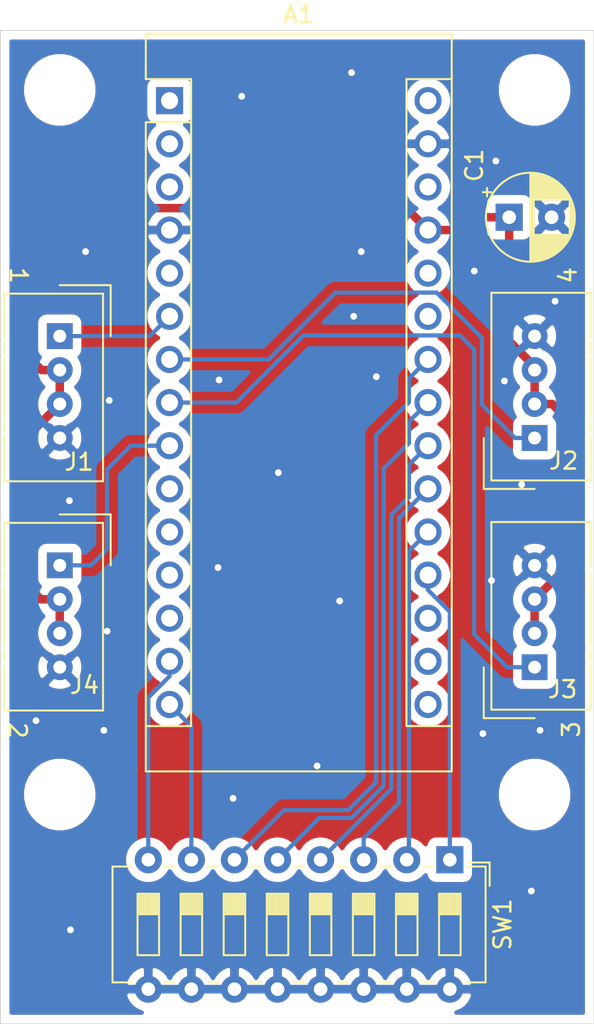
<source format=kicad_pcb>
(kicad_pcb (version 20171130) (host pcbnew "(5.1.12)-1")

  (general
    (thickness 1.6)
    (drawings 8)
    (tracks 107)
    (zones 0)
    (modules 11)
    (nets 30)
  )

  (page A4)
  (layers
    (0 F.Cu signal)
    (31 B.Cu signal)
    (32 B.Adhes user)
    (33 F.Adhes user)
    (34 B.Paste user)
    (35 F.Paste user)
    (36 B.SilkS user)
    (37 F.SilkS user)
    (38 B.Mask user)
    (39 F.Mask user)
    (40 Dwgs.User user)
    (41 Cmts.User user)
    (42 Eco1.User user)
    (43 Eco2.User user)
    (44 Edge.Cuts user)
    (45 Margin user)
    (46 B.CrtYd user)
    (47 F.CrtYd user)
    (48 B.Fab user)
    (49 F.Fab user hide)
  )

  (setup
    (last_trace_width 0.5)
    (user_trace_width 0.5)
    (trace_clearance 0.2)
    (zone_clearance 0.508)
    (zone_45_only no)
    (trace_min 0.2)
    (via_size 0.8)
    (via_drill 0.4)
    (via_min_size 0.4)
    (via_min_drill 0.3)
    (uvia_size 0.3)
    (uvia_drill 0.1)
    (uvias_allowed no)
    (uvia_min_size 0.2)
    (uvia_min_drill 0.1)
    (edge_width 0.05)
    (segment_width 0.2)
    (pcb_text_width 0.3)
    (pcb_text_size 1.5 1.5)
    (mod_edge_width 0.12)
    (mod_text_size 1 1)
    (mod_text_width 0.15)
    (pad_size 1.524 1.524)
    (pad_drill 0.762)
    (pad_to_mask_clearance 0)
    (aux_axis_origin 0 0)
    (visible_elements FFFFFF7F)
    (pcbplotparams
      (layerselection 0x010fc_ffffffff)
      (usegerberextensions false)
      (usegerberattributes true)
      (usegerberadvancedattributes true)
      (creategerberjobfile true)
      (excludeedgelayer true)
      (linewidth 0.100000)
      (plotframeref false)
      (viasonmask false)
      (mode 1)
      (useauxorigin false)
      (hpglpennumber 1)
      (hpglpenspeed 20)
      (hpglpendiameter 15.000000)
      (psnegative false)
      (psa4output false)
      (plotreference true)
      (plotvalue true)
      (plotinvisibletext false)
      (padsonsilk false)
      (subtractmaskfromsilk false)
      (outputformat 1)
      (mirror false)
      (drillshape 1)
      (scaleselection 1)
      (outputdirectory ""))
  )

  (net 0 "")
  (net 1 "Net-(A1-Pad16)")
  (net 2 "Net-(A1-Pad15)")
  (net 3 "Net-(A1-Pad30)")
  (net 4 "Net-(A1-Pad14)")
  (net 5 GND)
  (net 6 "Net-(A1-Pad13)")
  (net 7 "Net-(A1-Pad28)")
  (net 8 "Net-(A1-Pad12)")
  (net 9 +5V)
  (net 10 "Net-(A1-Pad11)")
  (net 11 "Net-(A1-Pad26)")
  (net 12 "Net-(A1-Pad10)")
  (net 13 "Net-(A1-Pad25)")
  (net 14 /Mot4)
  (net 15 "Net-(A1-Pad24)")
  (net 16 /Mot3)
  (net 17 "Net-(A1-Pad23)")
  (net 18 /Mot2)
  (net 19 "Net-(A1-Pad22)")
  (net 20 /Mot1)
  (net 21 "Net-(A1-Pad21)")
  (net 22 "Net-(A1-Pad5)")
  (net 23 "Net-(A1-Pad20)")
  (net 24 "Net-(A1-Pad19)")
  (net 25 "Net-(A1-Pad3)")
  (net 26 "Net-(A1-Pad18)")
  (net 27 "Net-(A1-Pad2)")
  (net 28 "Net-(A1-Pad17)")
  (net 29 "Net-(A1-Pad1)")

  (net_class Default "This is the default net class."
    (clearance 0.2)
    (trace_width 0.25)
    (via_dia 0.8)
    (via_drill 0.4)
    (uvia_dia 0.3)
    (uvia_drill 0.1)
    (add_net +5V)
    (add_net /Mot1)
    (add_net /Mot2)
    (add_net /Mot3)
    (add_net /Mot4)
    (add_net GND)
    (add_net "Net-(A1-Pad1)")
    (add_net "Net-(A1-Pad10)")
    (add_net "Net-(A1-Pad11)")
    (add_net "Net-(A1-Pad12)")
    (add_net "Net-(A1-Pad13)")
    (add_net "Net-(A1-Pad14)")
    (add_net "Net-(A1-Pad15)")
    (add_net "Net-(A1-Pad16)")
    (add_net "Net-(A1-Pad17)")
    (add_net "Net-(A1-Pad18)")
    (add_net "Net-(A1-Pad19)")
    (add_net "Net-(A1-Pad2)")
    (add_net "Net-(A1-Pad20)")
    (add_net "Net-(A1-Pad21)")
    (add_net "Net-(A1-Pad22)")
    (add_net "Net-(A1-Pad23)")
    (add_net "Net-(A1-Pad24)")
    (add_net "Net-(A1-Pad25)")
    (add_net "Net-(A1-Pad26)")
    (add_net "Net-(A1-Pad28)")
    (add_net "Net-(A1-Pad3)")
    (add_net "Net-(A1-Pad30)")
    (add_net "Net-(A1-Pad5)")
  )

  (module MountingHole:MountingHole_3.2mm_M3 (layer F.Cu) (tedit 56D1B4CB) (tstamp 622B5615)
    (at 158.5 105)
    (descr "Mounting Hole 3.2mm, no annular, M3")
    (tags "mounting hole 3.2mm no annular m3")
    (attr virtual)
    (fp_text reference REF** (at 0 -4.2) (layer F.Fab)
      (effects (font (size 1 1) (thickness 0.15)))
    )
    (fp_text value MountingHole_3.2mm_M3 (at 0 4.2) (layer F.Fab)
      (effects (font (size 1 1) (thickness 0.15)))
    )
    (fp_circle (center 0 0) (end 3.2 0) (layer Cmts.User) (width 0.15))
    (fp_circle (center 0 0) (end 3.45 0) (layer F.CrtYd) (width 0.05))
    (fp_text user %R (at 0.3 0) (layer F.Fab)
      (effects (font (size 1 1) (thickness 0.15)))
    )
    (pad 1 np_thru_hole circle (at 0 0) (size 3.2 3.2) (drill 3.2) (layers *.Cu *.Mask))
  )

  (module MountingHole:MountingHole_3.2mm_M3 (layer F.Cu) (tedit 56D1B4CB) (tstamp 622B5615)
    (at 186.5 105)
    (descr "Mounting Hole 3.2mm, no annular, M3")
    (tags "mounting hole 3.2mm no annular m3")
    (attr virtual)
    (fp_text reference REF** (at 0 -4.2) (layer F.Fab)
      (effects (font (size 1 1) (thickness 0.15)))
    )
    (fp_text value MountingHole_3.2mm_M3 (at 0 4.2) (layer F.Fab)
      (effects (font (size 1 1) (thickness 0.15)))
    )
    (fp_circle (center 0 0) (end 3.2 0) (layer Cmts.User) (width 0.15))
    (fp_circle (center 0 0) (end 3.45 0) (layer F.CrtYd) (width 0.05))
    (fp_text user %R (at 0.3 0) (layer F.Fab)
      (effects (font (size 1 1) (thickness 0.15)))
    )
    (pad 1 np_thru_hole circle (at 0 0) (size 3.2 3.2) (drill 3.2) (layers *.Cu *.Mask))
  )

  (module MountingHole:MountingHole_3.2mm_M3 (layer F.Cu) (tedit 56D1B4CB) (tstamp 622B5615)
    (at 158.5 63.5)
    (descr "Mounting Hole 3.2mm, no annular, M3")
    (tags "mounting hole 3.2mm no annular m3")
    (attr virtual)
    (fp_text reference REF** (at 0 -4.2) (layer F.Fab)
      (effects (font (size 1 1) (thickness 0.15)))
    )
    (fp_text value MountingHole_3.2mm_M3 (at 0 4.2) (layer F.Fab)
      (effects (font (size 1 1) (thickness 0.15)))
    )
    (fp_circle (center 0 0) (end 3.2 0) (layer Cmts.User) (width 0.15))
    (fp_circle (center 0 0) (end 3.45 0) (layer F.CrtYd) (width 0.05))
    (fp_text user %R (at 0.3 0) (layer F.Fab)
      (effects (font (size 1 1) (thickness 0.15)))
    )
    (pad 1 np_thru_hole circle (at 0 0) (size 3.2 3.2) (drill 3.2) (layers *.Cu *.Mask))
  )

  (module MountingHole:MountingHole_3.2mm_M3 (layer F.Cu) (tedit 56D1B4CB) (tstamp 622B4DBC)
    (at 186.5 63.5)
    (descr "Mounting Hole 3.2mm, no annular, M3")
    (tags "mounting hole 3.2mm no annular m3")
    (attr virtual)
    (fp_text reference REF** (at 0 -4.2) (layer F.Fab)
      (effects (font (size 1 1) (thickness 0.15)))
    )
    (fp_text value MountingHole_3.2mm_M3 (at 0 4.2) (layer F.Fab)
      (effects (font (size 1 1) (thickness 0.15)))
    )
    (fp_text user %R (at 0.3 0) (layer F.Fab)
      (effects (font (size 1 1) (thickness 0.15)))
    )
    (fp_circle (center 0 0) (end 3.2 0) (layer Cmts.User) (width 0.15))
    (fp_circle (center 0 0) (end 3.45 0) (layer F.CrtYd) (width 0.05))
    (pad 1 np_thru_hole circle (at 0 0) (size 3.2 3.2) (drill 3.2) (layers *.Cu *.Mask))
  )

  (module Button_Switch_THT:SW_DIP_SPSTx08_Slide_6.7x21.88mm_W7.62mm_P2.54mm_LowProfile (layer F.Cu) (tedit 5A4E1405) (tstamp 622B470D)
    (at 181.5 108.839 270)
    (descr "8x-dip-switch SPST , Slide, row spacing 7.62 mm (300 mils), body size 6.7x21.88mm (see e.g. https://www.ctscorp.com/wp-content/uploads/209-210.pdf), LowProfile")
    (tags "DIP Switch SPST Slide 7.62mm 300mil LowProfile")
    (path /622C6CF4)
    (fp_text reference SW1 (at 3.81 -3.11 90) (layer F.SilkS)
      (effects (font (size 1 1) (thickness 0.15)))
    )
    (fp_text value SW_DIP_x08 (at 3.81 20.89 90) (layer F.Fab)
      (effects (font (size 1 1) (thickness 0.15)))
    )
    (fp_text user on (at 4.485 -1.3425 90) (layer F.Fab)
      (effects (font (size 0.8 0.8) (thickness 0.12)))
    )
    (fp_text user %R (at 6.39 8.89) (layer F.Fab)
      (effects (font (size 0.8 0.8) (thickness 0.12)))
    )
    (fp_line (start 1.46 -2.05) (end 7.16 -2.05) (layer F.Fab) (width 0.1))
    (fp_line (start 7.16 -2.05) (end 7.16 19.83) (layer F.Fab) (width 0.1))
    (fp_line (start 7.16 19.83) (end 0.46 19.83) (layer F.Fab) (width 0.1))
    (fp_line (start 0.46 19.83) (end 0.46 -1.05) (layer F.Fab) (width 0.1))
    (fp_line (start 0.46 -1.05) (end 1.46 -2.05) (layer F.Fab) (width 0.1))
    (fp_line (start 2 -0.635) (end 2 0.635) (layer F.Fab) (width 0.1))
    (fp_line (start 2 0.635) (end 5.62 0.635) (layer F.Fab) (width 0.1))
    (fp_line (start 5.62 0.635) (end 5.62 -0.635) (layer F.Fab) (width 0.1))
    (fp_line (start 5.62 -0.635) (end 2 -0.635) (layer F.Fab) (width 0.1))
    (fp_line (start 2 -0.535) (end 3.206667 -0.535) (layer F.Fab) (width 0.1))
    (fp_line (start 2 -0.435) (end 3.206667 -0.435) (layer F.Fab) (width 0.1))
    (fp_line (start 2 -0.335) (end 3.206667 -0.335) (layer F.Fab) (width 0.1))
    (fp_line (start 2 -0.235) (end 3.206667 -0.235) (layer F.Fab) (width 0.1))
    (fp_line (start 2 -0.135) (end 3.206667 -0.135) (layer F.Fab) (width 0.1))
    (fp_line (start 2 -0.035) (end 3.206667 -0.035) (layer F.Fab) (width 0.1))
    (fp_line (start 2 0.065) (end 3.206667 0.065) (layer F.Fab) (width 0.1))
    (fp_line (start 2 0.165) (end 3.206667 0.165) (layer F.Fab) (width 0.1))
    (fp_line (start 2 0.265) (end 3.206667 0.265) (layer F.Fab) (width 0.1))
    (fp_line (start 2 0.365) (end 3.206667 0.365) (layer F.Fab) (width 0.1))
    (fp_line (start 2 0.465) (end 3.206667 0.465) (layer F.Fab) (width 0.1))
    (fp_line (start 2 0.565) (end 3.206667 0.565) (layer F.Fab) (width 0.1))
    (fp_line (start 3.206667 -0.635) (end 3.206667 0.635) (layer F.Fab) (width 0.1))
    (fp_line (start 2 1.905) (end 2 3.175) (layer F.Fab) (width 0.1))
    (fp_line (start 2 3.175) (end 5.62 3.175) (layer F.Fab) (width 0.1))
    (fp_line (start 5.62 3.175) (end 5.62 1.905) (layer F.Fab) (width 0.1))
    (fp_line (start 5.62 1.905) (end 2 1.905) (layer F.Fab) (width 0.1))
    (fp_line (start 2 2.005) (end 3.206667 2.005) (layer F.Fab) (width 0.1))
    (fp_line (start 2 2.105) (end 3.206667 2.105) (layer F.Fab) (width 0.1))
    (fp_line (start 2 2.205) (end 3.206667 2.205) (layer F.Fab) (width 0.1))
    (fp_line (start 2 2.305) (end 3.206667 2.305) (layer F.Fab) (width 0.1))
    (fp_line (start 2 2.405) (end 3.206667 2.405) (layer F.Fab) (width 0.1))
    (fp_line (start 2 2.505) (end 3.206667 2.505) (layer F.Fab) (width 0.1))
    (fp_line (start 2 2.605) (end 3.206667 2.605) (layer F.Fab) (width 0.1))
    (fp_line (start 2 2.705) (end 3.206667 2.705) (layer F.Fab) (width 0.1))
    (fp_line (start 2 2.805) (end 3.206667 2.805) (layer F.Fab) (width 0.1))
    (fp_line (start 2 2.905) (end 3.206667 2.905) (layer F.Fab) (width 0.1))
    (fp_line (start 2 3.005) (end 3.206667 3.005) (layer F.Fab) (width 0.1))
    (fp_line (start 2 3.105) (end 3.206667 3.105) (layer F.Fab) (width 0.1))
    (fp_line (start 3.206667 1.905) (end 3.206667 3.175) (layer F.Fab) (width 0.1))
    (fp_line (start 2 4.445) (end 2 5.715) (layer F.Fab) (width 0.1))
    (fp_line (start 2 5.715) (end 5.62 5.715) (layer F.Fab) (width 0.1))
    (fp_line (start 5.62 5.715) (end 5.62 4.445) (layer F.Fab) (width 0.1))
    (fp_line (start 5.62 4.445) (end 2 4.445) (layer F.Fab) (width 0.1))
    (fp_line (start 2 4.545) (end 3.206667 4.545) (layer F.Fab) (width 0.1))
    (fp_line (start 2 4.645) (end 3.206667 4.645) (layer F.Fab) (width 0.1))
    (fp_line (start 2 4.745) (end 3.206667 4.745) (layer F.Fab) (width 0.1))
    (fp_line (start 2 4.845) (end 3.206667 4.845) (layer F.Fab) (width 0.1))
    (fp_line (start 2 4.945) (end 3.206667 4.945) (layer F.Fab) (width 0.1))
    (fp_line (start 2 5.045) (end 3.206667 5.045) (layer F.Fab) (width 0.1))
    (fp_line (start 2 5.145) (end 3.206667 5.145) (layer F.Fab) (width 0.1))
    (fp_line (start 2 5.245) (end 3.206667 5.245) (layer F.Fab) (width 0.1))
    (fp_line (start 2 5.345) (end 3.206667 5.345) (layer F.Fab) (width 0.1))
    (fp_line (start 2 5.445) (end 3.206667 5.445) (layer F.Fab) (width 0.1))
    (fp_line (start 2 5.545) (end 3.206667 5.545) (layer F.Fab) (width 0.1))
    (fp_line (start 2 5.645) (end 3.206667 5.645) (layer F.Fab) (width 0.1))
    (fp_line (start 3.206667 4.445) (end 3.206667 5.715) (layer F.Fab) (width 0.1))
    (fp_line (start 2 6.985) (end 2 8.255) (layer F.Fab) (width 0.1))
    (fp_line (start 2 8.255) (end 5.62 8.255) (layer F.Fab) (width 0.1))
    (fp_line (start 5.62 8.255) (end 5.62 6.985) (layer F.Fab) (width 0.1))
    (fp_line (start 5.62 6.985) (end 2 6.985) (layer F.Fab) (width 0.1))
    (fp_line (start 2 7.085) (end 3.206667 7.085) (layer F.Fab) (width 0.1))
    (fp_line (start 2 7.185) (end 3.206667 7.185) (layer F.Fab) (width 0.1))
    (fp_line (start 2 7.285) (end 3.206667 7.285) (layer F.Fab) (width 0.1))
    (fp_line (start 2 7.385) (end 3.206667 7.385) (layer F.Fab) (width 0.1))
    (fp_line (start 2 7.485) (end 3.206667 7.485) (layer F.Fab) (width 0.1))
    (fp_line (start 2 7.585) (end 3.206667 7.585) (layer F.Fab) (width 0.1))
    (fp_line (start 2 7.685) (end 3.206667 7.685) (layer F.Fab) (width 0.1))
    (fp_line (start 2 7.785) (end 3.206667 7.785) (layer F.Fab) (width 0.1))
    (fp_line (start 2 7.885) (end 3.206667 7.885) (layer F.Fab) (width 0.1))
    (fp_line (start 2 7.985) (end 3.206667 7.985) (layer F.Fab) (width 0.1))
    (fp_line (start 2 8.085) (end 3.206667 8.085) (layer F.Fab) (width 0.1))
    (fp_line (start 2 8.185) (end 3.206667 8.185) (layer F.Fab) (width 0.1))
    (fp_line (start 3.206667 6.985) (end 3.206667 8.255) (layer F.Fab) (width 0.1))
    (fp_line (start 2 9.525) (end 2 10.795) (layer F.Fab) (width 0.1))
    (fp_line (start 2 10.795) (end 5.62 10.795) (layer F.Fab) (width 0.1))
    (fp_line (start 5.62 10.795) (end 5.62 9.525) (layer F.Fab) (width 0.1))
    (fp_line (start 5.62 9.525) (end 2 9.525) (layer F.Fab) (width 0.1))
    (fp_line (start 2 9.625) (end 3.206667 9.625) (layer F.Fab) (width 0.1))
    (fp_line (start 2 9.725) (end 3.206667 9.725) (layer F.Fab) (width 0.1))
    (fp_line (start 2 9.825) (end 3.206667 9.825) (layer F.Fab) (width 0.1))
    (fp_line (start 2 9.925) (end 3.206667 9.925) (layer F.Fab) (width 0.1))
    (fp_line (start 2 10.025) (end 3.206667 10.025) (layer F.Fab) (width 0.1))
    (fp_line (start 2 10.125) (end 3.206667 10.125) (layer F.Fab) (width 0.1))
    (fp_line (start 2 10.225) (end 3.206667 10.225) (layer F.Fab) (width 0.1))
    (fp_line (start 2 10.325) (end 3.206667 10.325) (layer F.Fab) (width 0.1))
    (fp_line (start 2 10.425) (end 3.206667 10.425) (layer F.Fab) (width 0.1))
    (fp_line (start 2 10.525) (end 3.206667 10.525) (layer F.Fab) (width 0.1))
    (fp_line (start 2 10.625) (end 3.206667 10.625) (layer F.Fab) (width 0.1))
    (fp_line (start 2 10.725) (end 3.206667 10.725) (layer F.Fab) (width 0.1))
    (fp_line (start 3.206667 9.525) (end 3.206667 10.795) (layer F.Fab) (width 0.1))
    (fp_line (start 2 12.065) (end 2 13.335) (layer F.Fab) (width 0.1))
    (fp_line (start 2 13.335) (end 5.62 13.335) (layer F.Fab) (width 0.1))
    (fp_line (start 5.62 13.335) (end 5.62 12.065) (layer F.Fab) (width 0.1))
    (fp_line (start 5.62 12.065) (end 2 12.065) (layer F.Fab) (width 0.1))
    (fp_line (start 2 12.165) (end 3.206667 12.165) (layer F.Fab) (width 0.1))
    (fp_line (start 2 12.265) (end 3.206667 12.265) (layer F.Fab) (width 0.1))
    (fp_line (start 2 12.365) (end 3.206667 12.365) (layer F.Fab) (width 0.1))
    (fp_line (start 2 12.465) (end 3.206667 12.465) (layer F.Fab) (width 0.1))
    (fp_line (start 2 12.565) (end 3.206667 12.565) (layer F.Fab) (width 0.1))
    (fp_line (start 2 12.665) (end 3.206667 12.665) (layer F.Fab) (width 0.1))
    (fp_line (start 2 12.765) (end 3.206667 12.765) (layer F.Fab) (width 0.1))
    (fp_line (start 2 12.865) (end 3.206667 12.865) (layer F.Fab) (width 0.1))
    (fp_line (start 2 12.965) (end 3.206667 12.965) (layer F.Fab) (width 0.1))
    (fp_line (start 2 13.065) (end 3.206667 13.065) (layer F.Fab) (width 0.1))
    (fp_line (start 2 13.165) (end 3.206667 13.165) (layer F.Fab) (width 0.1))
    (fp_line (start 2 13.265) (end 3.206667 13.265) (layer F.Fab) (width 0.1))
    (fp_line (start 3.206667 12.065) (end 3.206667 13.335) (layer F.Fab) (width 0.1))
    (fp_line (start 2 14.605) (end 2 15.875) (layer F.Fab) (width 0.1))
    (fp_line (start 2 15.875) (end 5.62 15.875) (layer F.Fab) (width 0.1))
    (fp_line (start 5.62 15.875) (end 5.62 14.605) (layer F.Fab) (width 0.1))
    (fp_line (start 5.62 14.605) (end 2 14.605) (layer F.Fab) (width 0.1))
    (fp_line (start 2 14.705) (end 3.206667 14.705) (layer F.Fab) (width 0.1))
    (fp_line (start 2 14.805) (end 3.206667 14.805) (layer F.Fab) (width 0.1))
    (fp_line (start 2 14.905) (end 3.206667 14.905) (layer F.Fab) (width 0.1))
    (fp_line (start 2 15.005) (end 3.206667 15.005) (layer F.Fab) (width 0.1))
    (fp_line (start 2 15.105) (end 3.206667 15.105) (layer F.Fab) (width 0.1))
    (fp_line (start 2 15.205) (end 3.206667 15.205) (layer F.Fab) (width 0.1))
    (fp_line (start 2 15.305) (end 3.206667 15.305) (layer F.Fab) (width 0.1))
    (fp_line (start 2 15.405) (end 3.206667 15.405) (layer F.Fab) (width 0.1))
    (fp_line (start 2 15.505) (end 3.206667 15.505) (layer F.Fab) (width 0.1))
    (fp_line (start 2 15.605) (end 3.206667 15.605) (layer F.Fab) (width 0.1))
    (fp_line (start 2 15.705) (end 3.206667 15.705) (layer F.Fab) (width 0.1))
    (fp_line (start 2 15.805) (end 3.206667 15.805) (layer F.Fab) (width 0.1))
    (fp_line (start 3.206667 14.605) (end 3.206667 15.875) (layer F.Fab) (width 0.1))
    (fp_line (start 2 17.145) (end 2 18.415) (layer F.Fab) (width 0.1))
    (fp_line (start 2 18.415) (end 5.62 18.415) (layer F.Fab) (width 0.1))
    (fp_line (start 5.62 18.415) (end 5.62 17.145) (layer F.Fab) (width 0.1))
    (fp_line (start 5.62 17.145) (end 2 17.145) (layer F.Fab) (width 0.1))
    (fp_line (start 2 17.245) (end 3.206667 17.245) (layer F.Fab) (width 0.1))
    (fp_line (start 2 17.345) (end 3.206667 17.345) (layer F.Fab) (width 0.1))
    (fp_line (start 2 17.445) (end 3.206667 17.445) (layer F.Fab) (width 0.1))
    (fp_line (start 2 17.545) (end 3.206667 17.545) (layer F.Fab) (width 0.1))
    (fp_line (start 2 17.645) (end 3.206667 17.645) (layer F.Fab) (width 0.1))
    (fp_line (start 2 17.745) (end 3.206667 17.745) (layer F.Fab) (width 0.1))
    (fp_line (start 2 17.845) (end 3.206667 17.845) (layer F.Fab) (width 0.1))
    (fp_line (start 2 17.945) (end 3.206667 17.945) (layer F.Fab) (width 0.1))
    (fp_line (start 2 18.045) (end 3.206667 18.045) (layer F.Fab) (width 0.1))
    (fp_line (start 2 18.145) (end 3.206667 18.145) (layer F.Fab) (width 0.1))
    (fp_line (start 2 18.245) (end 3.206667 18.245) (layer F.Fab) (width 0.1))
    (fp_line (start 2 18.345) (end 3.206667 18.345) (layer F.Fab) (width 0.1))
    (fp_line (start 3.206667 17.145) (end 3.206667 18.415) (layer F.Fab) (width 0.1))
    (fp_line (start 0.4 -2.11) (end 7.221 -2.11) (layer F.SilkS) (width 0.12))
    (fp_line (start 0.4 19.891) (end 7.221 19.891) (layer F.SilkS) (width 0.12))
    (fp_line (start 0.4 -2.11) (end 0.4 -1.04) (layer F.SilkS) (width 0.12))
    (fp_line (start 0.4 1.04) (end 0.4 1.551) (layer F.SilkS) (width 0.12))
    (fp_line (start 0.4 3.53) (end 0.4 4.091) (layer F.SilkS) (width 0.12))
    (fp_line (start 0.4 6.07) (end 0.4 6.631) (layer F.SilkS) (width 0.12))
    (fp_line (start 0.4 8.61) (end 0.4 9.17) (layer F.SilkS) (width 0.12))
    (fp_line (start 0.4 11.15) (end 0.4 11.71) (layer F.SilkS) (width 0.12))
    (fp_line (start 0.4 13.69) (end 0.4 14.25) (layer F.SilkS) (width 0.12))
    (fp_line (start 0.4 16.23) (end 0.4 16.79) (layer F.SilkS) (width 0.12))
    (fp_line (start 0.4 18.77) (end 0.4 19.891) (layer F.SilkS) (width 0.12))
    (fp_line (start 7.221 18.771) (end 7.221 19.891) (layer F.SilkS) (width 0.12))
    (fp_line (start 7.221 16.231) (end 7.221 16.79) (layer F.SilkS) (width 0.12))
    (fp_line (start 7.221 13.691) (end 7.221 14.251) (layer F.SilkS) (width 0.12))
    (fp_line (start 7.221 11.151) (end 7.221 11.711) (layer F.SilkS) (width 0.12))
    (fp_line (start 7.221 8.611) (end 7.221 9.171) (layer F.SilkS) (width 0.12))
    (fp_line (start 7.221 6.071) (end 7.221 6.631) (layer F.SilkS) (width 0.12))
    (fp_line (start 7.221 3.531) (end 7.221 4.091) (layer F.SilkS) (width 0.12))
    (fp_line (start 7.221 -2.11) (end 7.221 -0.99) (layer F.SilkS) (width 0.12))
    (fp_line (start 7.221 0.991) (end 7.221 1.551) (layer F.SilkS) (width 0.12))
    (fp_line (start 0.16 -2.35) (end 1.543 -2.35) (layer F.SilkS) (width 0.12))
    (fp_line (start 0.16 -2.35) (end 0.16 -1.04) (layer F.SilkS) (width 0.12))
    (fp_line (start 2 -0.635) (end 2 0.635) (layer F.SilkS) (width 0.12))
    (fp_line (start 2 0.635) (end 5.62 0.635) (layer F.SilkS) (width 0.12))
    (fp_line (start 5.62 0.635) (end 5.62 -0.635) (layer F.SilkS) (width 0.12))
    (fp_line (start 5.62 -0.635) (end 2 -0.635) (layer F.SilkS) (width 0.12))
    (fp_line (start 2 -0.515) (end 3.206667 -0.515) (layer F.SilkS) (width 0.12))
    (fp_line (start 2 -0.395) (end 3.206667 -0.395) (layer F.SilkS) (width 0.12))
    (fp_line (start 2 -0.275) (end 3.206667 -0.275) (layer F.SilkS) (width 0.12))
    (fp_line (start 2 -0.155) (end 3.206667 -0.155) (layer F.SilkS) (width 0.12))
    (fp_line (start 2 -0.035) (end 3.206667 -0.035) (layer F.SilkS) (width 0.12))
    (fp_line (start 2 0.085) (end 3.206667 0.085) (layer F.SilkS) (width 0.12))
    (fp_line (start 2 0.205) (end 3.206667 0.205) (layer F.SilkS) (width 0.12))
    (fp_line (start 2 0.325) (end 3.206667 0.325) (layer F.SilkS) (width 0.12))
    (fp_line (start 2 0.445) (end 3.206667 0.445) (layer F.SilkS) (width 0.12))
    (fp_line (start 2 0.565) (end 3.206667 0.565) (layer F.SilkS) (width 0.12))
    (fp_line (start 3.206667 -0.635) (end 3.206667 0.635) (layer F.SilkS) (width 0.12))
    (fp_line (start 2 1.905) (end 2 3.175) (layer F.SilkS) (width 0.12))
    (fp_line (start 2 3.175) (end 5.62 3.175) (layer F.SilkS) (width 0.12))
    (fp_line (start 5.62 3.175) (end 5.62 1.905) (layer F.SilkS) (width 0.12))
    (fp_line (start 5.62 1.905) (end 2 1.905) (layer F.SilkS) (width 0.12))
    (fp_line (start 2 2.025) (end 3.206667 2.025) (layer F.SilkS) (width 0.12))
    (fp_line (start 2 2.145) (end 3.206667 2.145) (layer F.SilkS) (width 0.12))
    (fp_line (start 2 2.265) (end 3.206667 2.265) (layer F.SilkS) (width 0.12))
    (fp_line (start 2 2.385) (end 3.206667 2.385) (layer F.SilkS) (width 0.12))
    (fp_line (start 2 2.505) (end 3.206667 2.505) (layer F.SilkS) (width 0.12))
    (fp_line (start 2 2.625) (end 3.206667 2.625) (layer F.SilkS) (width 0.12))
    (fp_line (start 2 2.745) (end 3.206667 2.745) (layer F.SilkS) (width 0.12))
    (fp_line (start 2 2.865) (end 3.206667 2.865) (layer F.SilkS) (width 0.12))
    (fp_line (start 2 2.985) (end 3.206667 2.985) (layer F.SilkS) (width 0.12))
    (fp_line (start 2 3.105) (end 3.206667 3.105) (layer F.SilkS) (width 0.12))
    (fp_line (start 3.206667 1.905) (end 3.206667 3.175) (layer F.SilkS) (width 0.12))
    (fp_line (start 2 4.445) (end 2 5.715) (layer F.SilkS) (width 0.12))
    (fp_line (start 2 5.715) (end 5.62 5.715) (layer F.SilkS) (width 0.12))
    (fp_line (start 5.62 5.715) (end 5.62 4.445) (layer F.SilkS) (width 0.12))
    (fp_line (start 5.62 4.445) (end 2 4.445) (layer F.SilkS) (width 0.12))
    (fp_line (start 2 4.565) (end 3.206667 4.565) (layer F.SilkS) (width 0.12))
    (fp_line (start 2 4.685) (end 3.206667 4.685) (layer F.SilkS) (width 0.12))
    (fp_line (start 2 4.805) (end 3.206667 4.805) (layer F.SilkS) (width 0.12))
    (fp_line (start 2 4.925) (end 3.206667 4.925) (layer F.SilkS) (width 0.12))
    (fp_line (start 2 5.045) (end 3.206667 5.045) (layer F.SilkS) (width 0.12))
    (fp_line (start 2 5.165) (end 3.206667 5.165) (layer F.SilkS) (width 0.12))
    (fp_line (start 2 5.285) (end 3.206667 5.285) (layer F.SilkS) (width 0.12))
    (fp_line (start 2 5.405) (end 3.206667 5.405) (layer F.SilkS) (width 0.12))
    (fp_line (start 2 5.525) (end 3.206667 5.525) (layer F.SilkS) (width 0.12))
    (fp_line (start 2 5.645) (end 3.206667 5.645) (layer F.SilkS) (width 0.12))
    (fp_line (start 3.206667 4.445) (end 3.206667 5.715) (layer F.SilkS) (width 0.12))
    (fp_line (start 2 6.985) (end 2 8.255) (layer F.SilkS) (width 0.12))
    (fp_line (start 2 8.255) (end 5.62 8.255) (layer F.SilkS) (width 0.12))
    (fp_line (start 5.62 8.255) (end 5.62 6.985) (layer F.SilkS) (width 0.12))
    (fp_line (start 5.62 6.985) (end 2 6.985) (layer F.SilkS) (width 0.12))
    (fp_line (start 2 7.105) (end 3.206667 7.105) (layer F.SilkS) (width 0.12))
    (fp_line (start 2 7.225) (end 3.206667 7.225) (layer F.SilkS) (width 0.12))
    (fp_line (start 2 7.345) (end 3.206667 7.345) (layer F.SilkS) (width 0.12))
    (fp_line (start 2 7.465) (end 3.206667 7.465) (layer F.SilkS) (width 0.12))
    (fp_line (start 2 7.585) (end 3.206667 7.585) (layer F.SilkS) (width 0.12))
    (fp_line (start 2 7.705) (end 3.206667 7.705) (layer F.SilkS) (width 0.12))
    (fp_line (start 2 7.825) (end 3.206667 7.825) (layer F.SilkS) (width 0.12))
    (fp_line (start 2 7.945) (end 3.206667 7.945) (layer F.SilkS) (width 0.12))
    (fp_line (start 2 8.065) (end 3.206667 8.065) (layer F.SilkS) (width 0.12))
    (fp_line (start 2 8.185) (end 3.206667 8.185) (layer F.SilkS) (width 0.12))
    (fp_line (start 3.206667 6.985) (end 3.206667 8.255) (layer F.SilkS) (width 0.12))
    (fp_line (start 2 9.525) (end 2 10.795) (layer F.SilkS) (width 0.12))
    (fp_line (start 2 10.795) (end 5.62 10.795) (layer F.SilkS) (width 0.12))
    (fp_line (start 5.62 10.795) (end 5.62 9.525) (layer F.SilkS) (width 0.12))
    (fp_line (start 5.62 9.525) (end 2 9.525) (layer F.SilkS) (width 0.12))
    (fp_line (start 2 9.645) (end 3.206667 9.645) (layer F.SilkS) (width 0.12))
    (fp_line (start 2 9.765) (end 3.206667 9.765) (layer F.SilkS) (width 0.12))
    (fp_line (start 2 9.885) (end 3.206667 9.885) (layer F.SilkS) (width 0.12))
    (fp_line (start 2 10.005) (end 3.206667 10.005) (layer F.SilkS) (width 0.12))
    (fp_line (start 2 10.125) (end 3.206667 10.125) (layer F.SilkS) (width 0.12))
    (fp_line (start 2 10.245) (end 3.206667 10.245) (layer F.SilkS) (width 0.12))
    (fp_line (start 2 10.365) (end 3.206667 10.365) (layer F.SilkS) (width 0.12))
    (fp_line (start 2 10.485) (end 3.206667 10.485) (layer F.SilkS) (width 0.12))
    (fp_line (start 2 10.605) (end 3.206667 10.605) (layer F.SilkS) (width 0.12))
    (fp_line (start 2 10.725) (end 3.206667 10.725) (layer F.SilkS) (width 0.12))
    (fp_line (start 3.206667 9.525) (end 3.206667 10.795) (layer F.SilkS) (width 0.12))
    (fp_line (start 2 12.065) (end 2 13.335) (layer F.SilkS) (width 0.12))
    (fp_line (start 2 13.335) (end 5.62 13.335) (layer F.SilkS) (width 0.12))
    (fp_line (start 5.62 13.335) (end 5.62 12.065) (layer F.SilkS) (width 0.12))
    (fp_line (start 5.62 12.065) (end 2 12.065) (layer F.SilkS) (width 0.12))
    (fp_line (start 2 12.185) (end 3.206667 12.185) (layer F.SilkS) (width 0.12))
    (fp_line (start 2 12.305) (end 3.206667 12.305) (layer F.SilkS) (width 0.12))
    (fp_line (start 2 12.425) (end 3.206667 12.425) (layer F.SilkS) (width 0.12))
    (fp_line (start 2 12.545) (end 3.206667 12.545) (layer F.SilkS) (width 0.12))
    (fp_line (start 2 12.665) (end 3.206667 12.665) (layer F.SilkS) (width 0.12))
    (fp_line (start 2 12.785) (end 3.206667 12.785) (layer F.SilkS) (width 0.12))
    (fp_line (start 2 12.905) (end 3.206667 12.905) (layer F.SilkS) (width 0.12))
    (fp_line (start 2 13.025) (end 3.206667 13.025) (layer F.SilkS) (width 0.12))
    (fp_line (start 2 13.145) (end 3.206667 13.145) (layer F.SilkS) (width 0.12))
    (fp_line (start 2 13.265) (end 3.206667 13.265) (layer F.SilkS) (width 0.12))
    (fp_line (start 3.206667 12.065) (end 3.206667 13.335) (layer F.SilkS) (width 0.12))
    (fp_line (start 2 14.605) (end 2 15.875) (layer F.SilkS) (width 0.12))
    (fp_line (start 2 15.875) (end 5.62 15.875) (layer F.SilkS) (width 0.12))
    (fp_line (start 5.62 15.875) (end 5.62 14.605) (layer F.SilkS) (width 0.12))
    (fp_line (start 5.62 14.605) (end 2 14.605) (layer F.SilkS) (width 0.12))
    (fp_line (start 2 14.725) (end 3.206667 14.725) (layer F.SilkS) (width 0.12))
    (fp_line (start 2 14.845) (end 3.206667 14.845) (layer F.SilkS) (width 0.12))
    (fp_line (start 2 14.965) (end 3.206667 14.965) (layer F.SilkS) (width 0.12))
    (fp_line (start 2 15.085) (end 3.206667 15.085) (layer F.SilkS) (width 0.12))
    (fp_line (start 2 15.205) (end 3.206667 15.205) (layer F.SilkS) (width 0.12))
    (fp_line (start 2 15.325) (end 3.206667 15.325) (layer F.SilkS) (width 0.12))
    (fp_line (start 2 15.445) (end 3.206667 15.445) (layer F.SilkS) (width 0.12))
    (fp_line (start 2 15.565) (end 3.206667 15.565) (layer F.SilkS) (width 0.12))
    (fp_line (start 2 15.685) (end 3.206667 15.685) (layer F.SilkS) (width 0.12))
    (fp_line (start 2 15.805) (end 3.206667 15.805) (layer F.SilkS) (width 0.12))
    (fp_line (start 3.206667 14.605) (end 3.206667 15.875) (layer F.SilkS) (width 0.12))
    (fp_line (start 2 17.145) (end 2 18.415) (layer F.SilkS) (width 0.12))
    (fp_line (start 2 18.415) (end 5.62 18.415) (layer F.SilkS) (width 0.12))
    (fp_line (start 5.62 18.415) (end 5.62 17.145) (layer F.SilkS) (width 0.12))
    (fp_line (start 5.62 17.145) (end 2 17.145) (layer F.SilkS) (width 0.12))
    (fp_line (start 2 17.265) (end 3.206667 17.265) (layer F.SilkS) (width 0.12))
    (fp_line (start 2 17.385) (end 3.206667 17.385) (layer F.SilkS) (width 0.12))
    (fp_line (start 2 17.505) (end 3.206667 17.505) (layer F.SilkS) (width 0.12))
    (fp_line (start 2 17.625) (end 3.206667 17.625) (layer F.SilkS) (width 0.12))
    (fp_line (start 2 17.745) (end 3.206667 17.745) (layer F.SilkS) (width 0.12))
    (fp_line (start 2 17.865) (end 3.206667 17.865) (layer F.SilkS) (width 0.12))
    (fp_line (start 2 17.985) (end 3.206667 17.985) (layer F.SilkS) (width 0.12))
    (fp_line (start 2 18.105) (end 3.206667 18.105) (layer F.SilkS) (width 0.12))
    (fp_line (start 2 18.225) (end 3.206667 18.225) (layer F.SilkS) (width 0.12))
    (fp_line (start 2 18.345) (end 3.206667 18.345) (layer F.SilkS) (width 0.12))
    (fp_line (start 3.206667 17.145) (end 3.206667 18.415) (layer F.SilkS) (width 0.12))
    (fp_line (start -1.1 -2.4) (end -1.1 20.15) (layer F.CrtYd) (width 0.05))
    (fp_line (start -1.1 20.15) (end 8.7 20.15) (layer F.CrtYd) (width 0.05))
    (fp_line (start 8.7 20.15) (end 8.7 -2.4) (layer F.CrtYd) (width 0.05))
    (fp_line (start 8.7 -2.4) (end -1.1 -2.4) (layer F.CrtYd) (width 0.05))
    (pad 16 thru_hole oval (at 7.62 0 270) (size 1.6 1.6) (drill 0.8) (layers *.Cu *.Mask)
      (net 5 GND))
    (pad 8 thru_hole oval (at 0 17.78 270) (size 1.6 1.6) (drill 0.8) (layers *.Cu *.Mask)
      (net 4 "Net-(A1-Pad14)"))
    (pad 15 thru_hole oval (at 7.62 2.54 270) (size 1.6 1.6) (drill 0.8) (layers *.Cu *.Mask)
      (net 5 GND))
    (pad 7 thru_hole oval (at 0 15.24 270) (size 1.6 1.6) (drill 0.8) (layers *.Cu *.Mask)
      (net 2 "Net-(A1-Pad15)"))
    (pad 14 thru_hole oval (at 7.62 5.08 270) (size 1.6 1.6) (drill 0.8) (layers *.Cu *.Mask)
      (net 5 GND))
    (pad 6 thru_hole oval (at 0 12.7 270) (size 1.6 1.6) (drill 0.8) (layers *.Cu *.Mask)
      (net 15 "Net-(A1-Pad24)"))
    (pad 13 thru_hole oval (at 7.62 7.62 270) (size 1.6 1.6) (drill 0.8) (layers *.Cu *.Mask)
      (net 5 GND))
    (pad 5 thru_hole oval (at 0 10.16 270) (size 1.6 1.6) (drill 0.8) (layers *.Cu *.Mask)
      (net 17 "Net-(A1-Pad23)"))
    (pad 12 thru_hole oval (at 7.62 10.16 270) (size 1.6 1.6) (drill 0.8) (layers *.Cu *.Mask)
      (net 5 GND))
    (pad 4 thru_hole oval (at 0 7.62 270) (size 1.6 1.6) (drill 0.8) (layers *.Cu *.Mask)
      (net 19 "Net-(A1-Pad22)"))
    (pad 11 thru_hole oval (at 7.62 12.7 270) (size 1.6 1.6) (drill 0.8) (layers *.Cu *.Mask)
      (net 5 GND))
    (pad 3 thru_hole oval (at 0 5.08 270) (size 1.6 1.6) (drill 0.8) (layers *.Cu *.Mask)
      (net 21 "Net-(A1-Pad21)"))
    (pad 10 thru_hole oval (at 7.62 15.24 270) (size 1.6 1.6) (drill 0.8) (layers *.Cu *.Mask)
      (net 5 GND))
    (pad 2 thru_hole oval (at 0 2.54 270) (size 1.6 1.6) (drill 0.8) (layers *.Cu *.Mask)
      (net 23 "Net-(A1-Pad20)"))
    (pad 9 thru_hole oval (at 7.62 17.78 270) (size 1.6 1.6) (drill 0.8) (layers *.Cu *.Mask)
      (net 5 GND))
    (pad 1 thru_hole rect (at 0 0 270) (size 1.6 1.6) (drill 0.8) (layers *.Cu *.Mask)
      (net 24 "Net-(A1-Pad19)"))
    (model ${KISYS3DMOD}/Button_Switch_THT.3dshapes/SW_DIP_SPSTx08_Slide_6.7x21.88mm_W7.62mm_P2.54mm_LowProfile.wrl
      (at (xyz 0 0 0))
      (scale (xyz 1 1 1))
      (rotate (xyz 0 0 90))
    )
  )

  (module Connector:NS-Tech_Grove_1x04_P2mm_Vertical (layer F.Cu) (tedit 5A2A5779) (tstamp 622B45D8)
    (at 158.5 91.5)
    (descr https://statics3.seeedstudio.com/images/opl/datasheet/3470130P1.pdf)
    (tags Grove-1x04)
    (path /622BF34A)
    (fp_text reference J4 (at 1.4565 7.052) (layer F.SilkS)
      (effects (font (size 1 1) (thickness 0.15)))
    )
    (fp_text value Grove (at 4.19 2.83 90) (layer F.Fab)
      (effects (font (size 1 1) (thickness 0.15)))
    )
    (fp_text user %R (at -2 2 90) (layer F.Fab)
      (effects (font (size 1 1) (thickness 0.15)))
    )
    (fp_line (start 0.9 0) (end 2.2 1) (layer F.Fab) (width 0.1))
    (fp_line (start 2.2 -1) (end 0.9 0) (layer F.Fab) (width 0.1))
    (fp_line (start 3 -3) (end 3 0) (layer F.SilkS) (width 0.12))
    (fp_line (start 0 -3) (end 3 -3) (layer F.SilkS) (width 0.12))
    (fp_line (start -3.45 -2.65) (end -3.45 8.7) (layer F.CrtYd) (width 0.05))
    (fp_line (start -3.45 8.7) (end 2.7 8.7) (layer F.CrtYd) (width 0.05))
    (fp_line (start 2.7 8.7) (end 2.7 -2.65) (layer F.CrtYd) (width 0.05))
    (fp_line (start -3.45 -2.65) (end 2.7 -2.65) (layer F.CrtYd) (width 0.05))
    (fp_line (start -3.3 5) (end -3.3 5.6) (layer F.SilkS) (width 0.12))
    (fp_line (start -3.3 0.4) (end -3.3 1) (layer F.SilkS) (width 0.12))
    (fp_line (start 2.55 -2.5) (end 2.55 8.55) (layer F.SilkS) (width 0.12))
    (fp_line (start -3.3 -2.5) (end 2.55 -2.5) (layer F.SilkS) (width 0.12))
    (fp_line (start -3.3 1.25) (end -3.3 4.75) (layer F.SilkS) (width 0.12))
    (fp_line (start -3.3 8.55) (end 2.55 8.55) (layer F.SilkS) (width 0.12))
    (fp_line (start -3.3 -2.5) (end -3.3 0.15) (layer F.SilkS) (width 0.12))
    (fp_line (start -3.3 5.9) (end -3.3 8.55) (layer F.SilkS) (width 0.12))
    (fp_line (start -2.9 -2.1) (end 2.2 -2.1) (layer F.Fab) (width 0.1))
    (fp_line (start 2.2 -2.1) (end 2.2 8.1) (layer F.Fab) (width 0.1))
    (fp_line (start 2.2 8.1) (end -2.9 8.1) (layer F.Fab) (width 0.1))
    (fp_line (start -2.9 8.1) (end -2.9 -2.1) (layer F.Fab) (width 0.1))
    (pad 4 thru_hole circle (at 0 6) (size 1.524 1.524) (drill 0.762) (layers *.Cu *.Mask)
      (net 5 GND))
    (pad 3 thru_hole circle (at 0 4) (size 1.524 1.524) (drill 0.762) (layers *.Cu *.Mask)
      (net 9 +5V))
    (pad 2 thru_hole circle (at 0 2) (size 1.524 1.524) (drill 0.762) (layers *.Cu *.Mask)
      (net 9 +5V))
    (pad 1 thru_hole rect (at 0 0) (size 1.524 1.524) (drill 0.762) (layers *.Cu *.Mask)
      (net 14 /Mot4))
    (model ${KISYS3DMOD}/Connector.3dshapes/NS-Tech_Grove_1x04_P2mm_Vertical.wrl
      (at (xyz 0 0 0))
      (scale (xyz 0.3937 0.3937 0.3937))
      (rotate (xyz 0 0 -90))
    )
  )

  (module Connector:NS-Tech_Grove_1x04_P2mm_Vertical (layer F.Cu) (tedit 5A2A5779) (tstamp 622B45BB)
    (at 186.5 97.5 180)
    (descr https://statics3.seeedstudio.com/images/opl/datasheet/3470130P1.pdf)
    (tags Grove-1x04)
    (path /622BE3E9)
    (fp_text reference J3 (at -1.6505 -1.306) (layer F.SilkS)
      (effects (font (size 1 1) (thickness 0.15)))
    )
    (fp_text value Grove (at 4.19 2.83 90) (layer F.Fab)
      (effects (font (size 1 1) (thickness 0.15)))
    )
    (fp_text user %R (at -2 2 90) (layer F.Fab)
      (effects (font (size 1 1) (thickness 0.15)))
    )
    (fp_line (start 0.9 0) (end 2.2 1) (layer F.Fab) (width 0.1))
    (fp_line (start 2.2 -1) (end 0.9 0) (layer F.Fab) (width 0.1))
    (fp_line (start 3 -3) (end 3 0) (layer F.SilkS) (width 0.12))
    (fp_line (start 0 -3) (end 3 -3) (layer F.SilkS) (width 0.12))
    (fp_line (start -3.45 -2.65) (end -3.45 8.7) (layer F.CrtYd) (width 0.05))
    (fp_line (start -3.45 8.7) (end 2.7 8.7) (layer F.CrtYd) (width 0.05))
    (fp_line (start 2.7 8.7) (end 2.7 -2.65) (layer F.CrtYd) (width 0.05))
    (fp_line (start -3.45 -2.65) (end 2.7 -2.65) (layer F.CrtYd) (width 0.05))
    (fp_line (start -3.3 5) (end -3.3 5.6) (layer F.SilkS) (width 0.12))
    (fp_line (start -3.3 0.4) (end -3.3 1) (layer F.SilkS) (width 0.12))
    (fp_line (start 2.55 -2.5) (end 2.55 8.55) (layer F.SilkS) (width 0.12))
    (fp_line (start -3.3 -2.5) (end 2.55 -2.5) (layer F.SilkS) (width 0.12))
    (fp_line (start -3.3 1.25) (end -3.3 4.75) (layer F.SilkS) (width 0.12))
    (fp_line (start -3.3 8.55) (end 2.55 8.55) (layer F.SilkS) (width 0.12))
    (fp_line (start -3.3 -2.5) (end -3.3 0.15) (layer F.SilkS) (width 0.12))
    (fp_line (start -3.3 5.9) (end -3.3 8.55) (layer F.SilkS) (width 0.12))
    (fp_line (start -2.9 -2.1) (end 2.2 -2.1) (layer F.Fab) (width 0.1))
    (fp_line (start 2.2 -2.1) (end 2.2 8.1) (layer F.Fab) (width 0.1))
    (fp_line (start 2.2 8.1) (end -2.9 8.1) (layer F.Fab) (width 0.1))
    (fp_line (start -2.9 8.1) (end -2.9 -2.1) (layer F.Fab) (width 0.1))
    (pad 4 thru_hole circle (at 0 6 180) (size 1.524 1.524) (drill 0.762) (layers *.Cu *.Mask)
      (net 5 GND))
    (pad 3 thru_hole circle (at 0 4 180) (size 1.524 1.524) (drill 0.762) (layers *.Cu *.Mask)
      (net 9 +5V))
    (pad 2 thru_hole circle (at 0 2 180) (size 1.524 1.524) (drill 0.762) (layers *.Cu *.Mask)
      (net 9 +5V))
    (pad 1 thru_hole rect (at 0 0 180) (size 1.524 1.524) (drill 0.762) (layers *.Cu *.Mask)
      (net 16 /Mot3))
    (model ${KISYS3DMOD}/Connector.3dshapes/NS-Tech_Grove_1x04_P2mm_Vertical.wrl
      (at (xyz 0 0 0))
      (scale (xyz 0.3937 0.3937 0.3937))
      (rotate (xyz 0 0 -90))
    )
  )

  (module Connector:NS-Tech_Grove_1x04_P2mm_Vertical (layer F.Cu) (tedit 5A2A5779) (tstamp 622B459E)
    (at 186.5 84 180)
    (descr https://statics3.seeedstudio.com/images/opl/datasheet/3470130P1.pdf)
    (tags Grove-1x04)
    (path /622BDA1D)
    (fp_text reference J2 (at -1.714 -1.344) (layer F.SilkS)
      (effects (font (size 1 1) (thickness 0.15)))
    )
    (fp_text value Grove (at 4.19 2.83 90) (layer F.Fab)
      (effects (font (size 1 1) (thickness 0.15)))
    )
    (fp_text user %R (at -2 2 90) (layer F.Fab)
      (effects (font (size 1 1) (thickness 0.15)))
    )
    (fp_line (start 0.9 0) (end 2.2 1) (layer F.Fab) (width 0.1))
    (fp_line (start 2.2 -1) (end 0.9 0) (layer F.Fab) (width 0.1))
    (fp_line (start 3 -3) (end 3 0) (layer F.SilkS) (width 0.12))
    (fp_line (start 0 -3) (end 3 -3) (layer F.SilkS) (width 0.12))
    (fp_line (start -3.45 -2.65) (end -3.45 8.7) (layer F.CrtYd) (width 0.05))
    (fp_line (start -3.45 8.7) (end 2.7 8.7) (layer F.CrtYd) (width 0.05))
    (fp_line (start 2.7 8.7) (end 2.7 -2.65) (layer F.CrtYd) (width 0.05))
    (fp_line (start -3.45 -2.65) (end 2.7 -2.65) (layer F.CrtYd) (width 0.05))
    (fp_line (start -3.3 5) (end -3.3 5.6) (layer F.SilkS) (width 0.12))
    (fp_line (start -3.3 0.4) (end -3.3 1) (layer F.SilkS) (width 0.12))
    (fp_line (start 2.55 -2.5) (end 2.55 8.55) (layer F.SilkS) (width 0.12))
    (fp_line (start -3.3 -2.5) (end 2.55 -2.5) (layer F.SilkS) (width 0.12))
    (fp_line (start -3.3 1.25) (end -3.3 4.75) (layer F.SilkS) (width 0.12))
    (fp_line (start -3.3 8.55) (end 2.55 8.55) (layer F.SilkS) (width 0.12))
    (fp_line (start -3.3 -2.5) (end -3.3 0.15) (layer F.SilkS) (width 0.12))
    (fp_line (start -3.3 5.9) (end -3.3 8.55) (layer F.SilkS) (width 0.12))
    (fp_line (start -2.9 -2.1) (end 2.2 -2.1) (layer F.Fab) (width 0.1))
    (fp_line (start 2.2 -2.1) (end 2.2 8.1) (layer F.Fab) (width 0.1))
    (fp_line (start 2.2 8.1) (end -2.9 8.1) (layer F.Fab) (width 0.1))
    (fp_line (start -2.9 8.1) (end -2.9 -2.1) (layer F.Fab) (width 0.1))
    (pad 4 thru_hole circle (at 0 6 180) (size 1.524 1.524) (drill 0.762) (layers *.Cu *.Mask)
      (net 5 GND))
    (pad 3 thru_hole circle (at 0 4 180) (size 1.524 1.524) (drill 0.762) (layers *.Cu *.Mask)
      (net 9 +5V))
    (pad 2 thru_hole circle (at 0 2 180) (size 1.524 1.524) (drill 0.762) (layers *.Cu *.Mask)
      (net 9 +5V))
    (pad 1 thru_hole rect (at 0 0 180) (size 1.524 1.524) (drill 0.762) (layers *.Cu *.Mask)
      (net 18 /Mot2))
    (model ${KISYS3DMOD}/Connector.3dshapes/NS-Tech_Grove_1x04_P2mm_Vertical.wrl
      (at (xyz 0 0 0))
      (scale (xyz 0.3937 0.3937 0.3937))
      (rotate (xyz 0 0 -90))
    )
  )

  (module Connector:NS-Tech_Grove_1x04_P2mm_Vertical (layer F.Cu) (tedit 5A2A5779) (tstamp 622B4581)
    (at 158.5 78)
    (descr https://statics3.seeedstudio.com/images/opl/datasheet/3470130P1.pdf)
    (tags Grove-1x04)
    (path /622B5F71)
    (fp_text reference J1 (at 1.139 7.4075) (layer F.SilkS)
      (effects (font (size 1 1) (thickness 0.15)))
    )
    (fp_text value Grove (at 4.19 2.83 90) (layer F.Fab)
      (effects (font (size 1 1) (thickness 0.15)))
    )
    (fp_text user %R (at -2 2 90) (layer F.Fab)
      (effects (font (size 1 1) (thickness 0.15)))
    )
    (fp_line (start 0.9 0) (end 2.2 1) (layer F.Fab) (width 0.1))
    (fp_line (start 2.2 -1) (end 0.9 0) (layer F.Fab) (width 0.1))
    (fp_line (start 3 -3) (end 3 0) (layer F.SilkS) (width 0.12))
    (fp_line (start 0 -3) (end 3 -3) (layer F.SilkS) (width 0.12))
    (fp_line (start -3.45 -2.65) (end -3.45 8.7) (layer F.CrtYd) (width 0.05))
    (fp_line (start -3.45 8.7) (end 2.7 8.7) (layer F.CrtYd) (width 0.05))
    (fp_line (start 2.7 8.7) (end 2.7 -2.65) (layer F.CrtYd) (width 0.05))
    (fp_line (start -3.45 -2.65) (end 2.7 -2.65) (layer F.CrtYd) (width 0.05))
    (fp_line (start -3.3 5) (end -3.3 5.6) (layer F.SilkS) (width 0.12))
    (fp_line (start -3.3 0.4) (end -3.3 1) (layer F.SilkS) (width 0.12))
    (fp_line (start 2.55 -2.5) (end 2.55 8.55) (layer F.SilkS) (width 0.12))
    (fp_line (start -3.3 -2.5) (end 2.55 -2.5) (layer F.SilkS) (width 0.12))
    (fp_line (start -3.3 1.25) (end -3.3 4.75) (layer F.SilkS) (width 0.12))
    (fp_line (start -3.3 8.55) (end 2.55 8.55) (layer F.SilkS) (width 0.12))
    (fp_line (start -3.3 -2.5) (end -3.3 0.15) (layer F.SilkS) (width 0.12))
    (fp_line (start -3.3 5.9) (end -3.3 8.55) (layer F.SilkS) (width 0.12))
    (fp_line (start -2.9 -2.1) (end 2.2 -2.1) (layer F.Fab) (width 0.1))
    (fp_line (start 2.2 -2.1) (end 2.2 8.1) (layer F.Fab) (width 0.1))
    (fp_line (start 2.2 8.1) (end -2.9 8.1) (layer F.Fab) (width 0.1))
    (fp_line (start -2.9 8.1) (end -2.9 -2.1) (layer F.Fab) (width 0.1))
    (pad 4 thru_hole circle (at 0 6) (size 1.524 1.524) (drill 0.762) (layers *.Cu *.Mask)
      (net 5 GND))
    (pad 3 thru_hole circle (at 0 4) (size 1.524 1.524) (drill 0.762) (layers *.Cu *.Mask)
      (net 9 +5V))
    (pad 2 thru_hole circle (at 0 2) (size 1.524 1.524) (drill 0.762) (layers *.Cu *.Mask)
      (net 9 +5V))
    (pad 1 thru_hole rect (at 0 0) (size 1.524 1.524) (drill 0.762) (layers *.Cu *.Mask)
      (net 20 /Mot1))
    (model ${KISYS3DMOD}/Connector.3dshapes/NS-Tech_Grove_1x04_P2mm_Vertical.wrl
      (at (xyz 0 0 0))
      (scale (xyz 0.3937 0.3937 0.3937))
      (rotate (xyz 0 0 -90))
    )
  )

  (module Capacitor_THT:CP_Radial_D5.0mm_P2.50mm (layer F.Cu) (tedit 5AE50EF0) (tstamp 622B4564)
    (at 185 71)
    (descr "CP, Radial series, Radial, pin pitch=2.50mm, , diameter=5mm, Electrolytic Capacitor")
    (tags "CP Radial series Radial pin pitch 2.50mm  diameter 5mm Electrolytic Capacitor")
    (path /622DFB06)
    (fp_text reference C1 (at -2.0565 -3.055 90) (layer F.SilkS)
      (effects (font (size 1 1) (thickness 0.15)))
    )
    (fp_text value CP (at 1.25 3.75) (layer F.Fab)
      (effects (font (size 1 1) (thickness 0.15)))
    )
    (fp_text user %R (at 1.25 0) (layer F.Fab)
      (effects (font (size 1 1) (thickness 0.15)))
    )
    (fp_circle (center 1.25 0) (end 3.75 0) (layer F.Fab) (width 0.1))
    (fp_circle (center 1.25 0) (end 3.87 0) (layer F.SilkS) (width 0.12))
    (fp_circle (center 1.25 0) (end 4 0) (layer F.CrtYd) (width 0.05))
    (fp_line (start -0.883605 -1.0875) (end -0.383605 -1.0875) (layer F.Fab) (width 0.1))
    (fp_line (start -0.633605 -1.3375) (end -0.633605 -0.8375) (layer F.Fab) (width 0.1))
    (fp_line (start 1.25 -2.58) (end 1.25 2.58) (layer F.SilkS) (width 0.12))
    (fp_line (start 1.29 -2.58) (end 1.29 2.58) (layer F.SilkS) (width 0.12))
    (fp_line (start 1.33 -2.579) (end 1.33 2.579) (layer F.SilkS) (width 0.12))
    (fp_line (start 1.37 -2.578) (end 1.37 2.578) (layer F.SilkS) (width 0.12))
    (fp_line (start 1.41 -2.576) (end 1.41 2.576) (layer F.SilkS) (width 0.12))
    (fp_line (start 1.45 -2.573) (end 1.45 2.573) (layer F.SilkS) (width 0.12))
    (fp_line (start 1.49 -2.569) (end 1.49 -1.04) (layer F.SilkS) (width 0.12))
    (fp_line (start 1.49 1.04) (end 1.49 2.569) (layer F.SilkS) (width 0.12))
    (fp_line (start 1.53 -2.565) (end 1.53 -1.04) (layer F.SilkS) (width 0.12))
    (fp_line (start 1.53 1.04) (end 1.53 2.565) (layer F.SilkS) (width 0.12))
    (fp_line (start 1.57 -2.561) (end 1.57 -1.04) (layer F.SilkS) (width 0.12))
    (fp_line (start 1.57 1.04) (end 1.57 2.561) (layer F.SilkS) (width 0.12))
    (fp_line (start 1.61 -2.556) (end 1.61 -1.04) (layer F.SilkS) (width 0.12))
    (fp_line (start 1.61 1.04) (end 1.61 2.556) (layer F.SilkS) (width 0.12))
    (fp_line (start 1.65 -2.55) (end 1.65 -1.04) (layer F.SilkS) (width 0.12))
    (fp_line (start 1.65 1.04) (end 1.65 2.55) (layer F.SilkS) (width 0.12))
    (fp_line (start 1.69 -2.543) (end 1.69 -1.04) (layer F.SilkS) (width 0.12))
    (fp_line (start 1.69 1.04) (end 1.69 2.543) (layer F.SilkS) (width 0.12))
    (fp_line (start 1.73 -2.536) (end 1.73 -1.04) (layer F.SilkS) (width 0.12))
    (fp_line (start 1.73 1.04) (end 1.73 2.536) (layer F.SilkS) (width 0.12))
    (fp_line (start 1.77 -2.528) (end 1.77 -1.04) (layer F.SilkS) (width 0.12))
    (fp_line (start 1.77 1.04) (end 1.77 2.528) (layer F.SilkS) (width 0.12))
    (fp_line (start 1.81 -2.52) (end 1.81 -1.04) (layer F.SilkS) (width 0.12))
    (fp_line (start 1.81 1.04) (end 1.81 2.52) (layer F.SilkS) (width 0.12))
    (fp_line (start 1.85 -2.511) (end 1.85 -1.04) (layer F.SilkS) (width 0.12))
    (fp_line (start 1.85 1.04) (end 1.85 2.511) (layer F.SilkS) (width 0.12))
    (fp_line (start 1.89 -2.501) (end 1.89 -1.04) (layer F.SilkS) (width 0.12))
    (fp_line (start 1.89 1.04) (end 1.89 2.501) (layer F.SilkS) (width 0.12))
    (fp_line (start 1.93 -2.491) (end 1.93 -1.04) (layer F.SilkS) (width 0.12))
    (fp_line (start 1.93 1.04) (end 1.93 2.491) (layer F.SilkS) (width 0.12))
    (fp_line (start 1.971 -2.48) (end 1.971 -1.04) (layer F.SilkS) (width 0.12))
    (fp_line (start 1.971 1.04) (end 1.971 2.48) (layer F.SilkS) (width 0.12))
    (fp_line (start 2.011 -2.468) (end 2.011 -1.04) (layer F.SilkS) (width 0.12))
    (fp_line (start 2.011 1.04) (end 2.011 2.468) (layer F.SilkS) (width 0.12))
    (fp_line (start 2.051 -2.455) (end 2.051 -1.04) (layer F.SilkS) (width 0.12))
    (fp_line (start 2.051 1.04) (end 2.051 2.455) (layer F.SilkS) (width 0.12))
    (fp_line (start 2.091 -2.442) (end 2.091 -1.04) (layer F.SilkS) (width 0.12))
    (fp_line (start 2.091 1.04) (end 2.091 2.442) (layer F.SilkS) (width 0.12))
    (fp_line (start 2.131 -2.428) (end 2.131 -1.04) (layer F.SilkS) (width 0.12))
    (fp_line (start 2.131 1.04) (end 2.131 2.428) (layer F.SilkS) (width 0.12))
    (fp_line (start 2.171 -2.414) (end 2.171 -1.04) (layer F.SilkS) (width 0.12))
    (fp_line (start 2.171 1.04) (end 2.171 2.414) (layer F.SilkS) (width 0.12))
    (fp_line (start 2.211 -2.398) (end 2.211 -1.04) (layer F.SilkS) (width 0.12))
    (fp_line (start 2.211 1.04) (end 2.211 2.398) (layer F.SilkS) (width 0.12))
    (fp_line (start 2.251 -2.382) (end 2.251 -1.04) (layer F.SilkS) (width 0.12))
    (fp_line (start 2.251 1.04) (end 2.251 2.382) (layer F.SilkS) (width 0.12))
    (fp_line (start 2.291 -2.365) (end 2.291 -1.04) (layer F.SilkS) (width 0.12))
    (fp_line (start 2.291 1.04) (end 2.291 2.365) (layer F.SilkS) (width 0.12))
    (fp_line (start 2.331 -2.348) (end 2.331 -1.04) (layer F.SilkS) (width 0.12))
    (fp_line (start 2.331 1.04) (end 2.331 2.348) (layer F.SilkS) (width 0.12))
    (fp_line (start 2.371 -2.329) (end 2.371 -1.04) (layer F.SilkS) (width 0.12))
    (fp_line (start 2.371 1.04) (end 2.371 2.329) (layer F.SilkS) (width 0.12))
    (fp_line (start 2.411 -2.31) (end 2.411 -1.04) (layer F.SilkS) (width 0.12))
    (fp_line (start 2.411 1.04) (end 2.411 2.31) (layer F.SilkS) (width 0.12))
    (fp_line (start 2.451 -2.29) (end 2.451 -1.04) (layer F.SilkS) (width 0.12))
    (fp_line (start 2.451 1.04) (end 2.451 2.29) (layer F.SilkS) (width 0.12))
    (fp_line (start 2.491 -2.268) (end 2.491 -1.04) (layer F.SilkS) (width 0.12))
    (fp_line (start 2.491 1.04) (end 2.491 2.268) (layer F.SilkS) (width 0.12))
    (fp_line (start 2.531 -2.247) (end 2.531 -1.04) (layer F.SilkS) (width 0.12))
    (fp_line (start 2.531 1.04) (end 2.531 2.247) (layer F.SilkS) (width 0.12))
    (fp_line (start 2.571 -2.224) (end 2.571 -1.04) (layer F.SilkS) (width 0.12))
    (fp_line (start 2.571 1.04) (end 2.571 2.224) (layer F.SilkS) (width 0.12))
    (fp_line (start 2.611 -2.2) (end 2.611 -1.04) (layer F.SilkS) (width 0.12))
    (fp_line (start 2.611 1.04) (end 2.611 2.2) (layer F.SilkS) (width 0.12))
    (fp_line (start 2.651 -2.175) (end 2.651 -1.04) (layer F.SilkS) (width 0.12))
    (fp_line (start 2.651 1.04) (end 2.651 2.175) (layer F.SilkS) (width 0.12))
    (fp_line (start 2.691 -2.149) (end 2.691 -1.04) (layer F.SilkS) (width 0.12))
    (fp_line (start 2.691 1.04) (end 2.691 2.149) (layer F.SilkS) (width 0.12))
    (fp_line (start 2.731 -2.122) (end 2.731 -1.04) (layer F.SilkS) (width 0.12))
    (fp_line (start 2.731 1.04) (end 2.731 2.122) (layer F.SilkS) (width 0.12))
    (fp_line (start 2.771 -2.095) (end 2.771 -1.04) (layer F.SilkS) (width 0.12))
    (fp_line (start 2.771 1.04) (end 2.771 2.095) (layer F.SilkS) (width 0.12))
    (fp_line (start 2.811 -2.065) (end 2.811 -1.04) (layer F.SilkS) (width 0.12))
    (fp_line (start 2.811 1.04) (end 2.811 2.065) (layer F.SilkS) (width 0.12))
    (fp_line (start 2.851 -2.035) (end 2.851 -1.04) (layer F.SilkS) (width 0.12))
    (fp_line (start 2.851 1.04) (end 2.851 2.035) (layer F.SilkS) (width 0.12))
    (fp_line (start 2.891 -2.004) (end 2.891 -1.04) (layer F.SilkS) (width 0.12))
    (fp_line (start 2.891 1.04) (end 2.891 2.004) (layer F.SilkS) (width 0.12))
    (fp_line (start 2.931 -1.971) (end 2.931 -1.04) (layer F.SilkS) (width 0.12))
    (fp_line (start 2.931 1.04) (end 2.931 1.971) (layer F.SilkS) (width 0.12))
    (fp_line (start 2.971 -1.937) (end 2.971 -1.04) (layer F.SilkS) (width 0.12))
    (fp_line (start 2.971 1.04) (end 2.971 1.937) (layer F.SilkS) (width 0.12))
    (fp_line (start 3.011 -1.901) (end 3.011 -1.04) (layer F.SilkS) (width 0.12))
    (fp_line (start 3.011 1.04) (end 3.011 1.901) (layer F.SilkS) (width 0.12))
    (fp_line (start 3.051 -1.864) (end 3.051 -1.04) (layer F.SilkS) (width 0.12))
    (fp_line (start 3.051 1.04) (end 3.051 1.864) (layer F.SilkS) (width 0.12))
    (fp_line (start 3.091 -1.826) (end 3.091 -1.04) (layer F.SilkS) (width 0.12))
    (fp_line (start 3.091 1.04) (end 3.091 1.826) (layer F.SilkS) (width 0.12))
    (fp_line (start 3.131 -1.785) (end 3.131 -1.04) (layer F.SilkS) (width 0.12))
    (fp_line (start 3.131 1.04) (end 3.131 1.785) (layer F.SilkS) (width 0.12))
    (fp_line (start 3.171 -1.743) (end 3.171 -1.04) (layer F.SilkS) (width 0.12))
    (fp_line (start 3.171 1.04) (end 3.171 1.743) (layer F.SilkS) (width 0.12))
    (fp_line (start 3.211 -1.699) (end 3.211 -1.04) (layer F.SilkS) (width 0.12))
    (fp_line (start 3.211 1.04) (end 3.211 1.699) (layer F.SilkS) (width 0.12))
    (fp_line (start 3.251 -1.653) (end 3.251 -1.04) (layer F.SilkS) (width 0.12))
    (fp_line (start 3.251 1.04) (end 3.251 1.653) (layer F.SilkS) (width 0.12))
    (fp_line (start 3.291 -1.605) (end 3.291 -1.04) (layer F.SilkS) (width 0.12))
    (fp_line (start 3.291 1.04) (end 3.291 1.605) (layer F.SilkS) (width 0.12))
    (fp_line (start 3.331 -1.554) (end 3.331 -1.04) (layer F.SilkS) (width 0.12))
    (fp_line (start 3.331 1.04) (end 3.331 1.554) (layer F.SilkS) (width 0.12))
    (fp_line (start 3.371 -1.5) (end 3.371 -1.04) (layer F.SilkS) (width 0.12))
    (fp_line (start 3.371 1.04) (end 3.371 1.5) (layer F.SilkS) (width 0.12))
    (fp_line (start 3.411 -1.443) (end 3.411 -1.04) (layer F.SilkS) (width 0.12))
    (fp_line (start 3.411 1.04) (end 3.411 1.443) (layer F.SilkS) (width 0.12))
    (fp_line (start 3.451 -1.383) (end 3.451 -1.04) (layer F.SilkS) (width 0.12))
    (fp_line (start 3.451 1.04) (end 3.451 1.383) (layer F.SilkS) (width 0.12))
    (fp_line (start 3.491 -1.319) (end 3.491 -1.04) (layer F.SilkS) (width 0.12))
    (fp_line (start 3.491 1.04) (end 3.491 1.319) (layer F.SilkS) (width 0.12))
    (fp_line (start 3.531 -1.251) (end 3.531 -1.04) (layer F.SilkS) (width 0.12))
    (fp_line (start 3.531 1.04) (end 3.531 1.251) (layer F.SilkS) (width 0.12))
    (fp_line (start 3.571 -1.178) (end 3.571 1.178) (layer F.SilkS) (width 0.12))
    (fp_line (start 3.611 -1.098) (end 3.611 1.098) (layer F.SilkS) (width 0.12))
    (fp_line (start 3.651 -1.011) (end 3.651 1.011) (layer F.SilkS) (width 0.12))
    (fp_line (start 3.691 -0.915) (end 3.691 0.915) (layer F.SilkS) (width 0.12))
    (fp_line (start 3.731 -0.805) (end 3.731 0.805) (layer F.SilkS) (width 0.12))
    (fp_line (start 3.771 -0.677) (end 3.771 0.677) (layer F.SilkS) (width 0.12))
    (fp_line (start 3.811 -0.518) (end 3.811 0.518) (layer F.SilkS) (width 0.12))
    (fp_line (start 3.851 -0.284) (end 3.851 0.284) (layer F.SilkS) (width 0.12))
    (fp_line (start -1.554775 -1.475) (end -1.054775 -1.475) (layer F.SilkS) (width 0.12))
    (fp_line (start -1.304775 -1.725) (end -1.304775 -1.225) (layer F.SilkS) (width 0.12))
    (pad 2 thru_hole circle (at 2.5 0) (size 1.6 1.6) (drill 0.8) (layers *.Cu *.Mask)
      (net 5 GND))
    (pad 1 thru_hole rect (at 0 0) (size 1.6 1.6) (drill 0.8) (layers *.Cu *.Mask)
      (net 9 +5V))
    (model ${KISYS3DMOD}/Capacitor_THT.3dshapes/CP_Radial_D5.0mm_P2.50mm.wrl
      (at (xyz 0 0 0))
      (scale (xyz 1 1 1))
      (rotate (xyz 0 0 0))
    )
  )

  (module Module:Arduino_Nano (layer F.Cu) (tedit 58ACAF70) (tstamp 622B44E0)
    (at 164.973 64.135)
    (descr "Arduino Nano, http://www.mouser.com/pdfdocs/Gravitech_Arduino_Nano3_0.pdf")
    (tags "Arduino Nano")
    (path /622B3F4C)
    (fp_text reference A1 (at 7.62 -5.08) (layer F.SilkS)
      (effects (font (size 1 1) (thickness 0.15)))
    )
    (fp_text value Arduino_Nano_v2.x (at 8.89 19.05 90) (layer F.Fab)
      (effects (font (size 1 1) (thickness 0.15)))
    )
    (fp_text user %R (at 6.35 19.05 90) (layer F.Fab)
      (effects (font (size 1 1) (thickness 0.15)))
    )
    (fp_line (start 1.27 1.27) (end 1.27 -1.27) (layer F.SilkS) (width 0.12))
    (fp_line (start 1.27 -1.27) (end -1.4 -1.27) (layer F.SilkS) (width 0.12))
    (fp_line (start -1.4 1.27) (end -1.4 39.5) (layer F.SilkS) (width 0.12))
    (fp_line (start -1.4 -3.94) (end -1.4 -1.27) (layer F.SilkS) (width 0.12))
    (fp_line (start 13.97 -1.27) (end 16.64 -1.27) (layer F.SilkS) (width 0.12))
    (fp_line (start 13.97 -1.27) (end 13.97 36.83) (layer F.SilkS) (width 0.12))
    (fp_line (start 13.97 36.83) (end 16.64 36.83) (layer F.SilkS) (width 0.12))
    (fp_line (start 1.27 1.27) (end -1.4 1.27) (layer F.SilkS) (width 0.12))
    (fp_line (start 1.27 1.27) (end 1.27 36.83) (layer F.SilkS) (width 0.12))
    (fp_line (start 1.27 36.83) (end -1.4 36.83) (layer F.SilkS) (width 0.12))
    (fp_line (start 3.81 31.75) (end 11.43 31.75) (layer F.Fab) (width 0.1))
    (fp_line (start 11.43 31.75) (end 11.43 41.91) (layer F.Fab) (width 0.1))
    (fp_line (start 11.43 41.91) (end 3.81 41.91) (layer F.Fab) (width 0.1))
    (fp_line (start 3.81 41.91) (end 3.81 31.75) (layer F.Fab) (width 0.1))
    (fp_line (start -1.4 39.5) (end 16.64 39.5) (layer F.SilkS) (width 0.12))
    (fp_line (start 16.64 39.5) (end 16.64 -3.94) (layer F.SilkS) (width 0.12))
    (fp_line (start 16.64 -3.94) (end -1.4 -3.94) (layer F.SilkS) (width 0.12))
    (fp_line (start 16.51 39.37) (end -1.27 39.37) (layer F.Fab) (width 0.1))
    (fp_line (start -1.27 39.37) (end -1.27 -2.54) (layer F.Fab) (width 0.1))
    (fp_line (start -1.27 -2.54) (end 0 -3.81) (layer F.Fab) (width 0.1))
    (fp_line (start 0 -3.81) (end 16.51 -3.81) (layer F.Fab) (width 0.1))
    (fp_line (start 16.51 -3.81) (end 16.51 39.37) (layer F.Fab) (width 0.1))
    (fp_line (start -1.53 -4.06) (end 16.75 -4.06) (layer F.CrtYd) (width 0.05))
    (fp_line (start -1.53 -4.06) (end -1.53 42.16) (layer F.CrtYd) (width 0.05))
    (fp_line (start 16.75 42.16) (end 16.75 -4.06) (layer F.CrtYd) (width 0.05))
    (fp_line (start 16.75 42.16) (end -1.53 42.16) (layer F.CrtYd) (width 0.05))
    (pad 16 thru_hole oval (at 15.24 35.56) (size 1.6 1.6) (drill 1) (layers *.Cu *.Mask)
      (net 1 "Net-(A1-Pad16)"))
    (pad 15 thru_hole oval (at 0 35.56) (size 1.6 1.6) (drill 1) (layers *.Cu *.Mask)
      (net 2 "Net-(A1-Pad15)"))
    (pad 30 thru_hole oval (at 15.24 0) (size 1.6 1.6) (drill 1) (layers *.Cu *.Mask)
      (net 3 "Net-(A1-Pad30)"))
    (pad 14 thru_hole oval (at 0 33.02) (size 1.6 1.6) (drill 1) (layers *.Cu *.Mask)
      (net 4 "Net-(A1-Pad14)"))
    (pad 29 thru_hole oval (at 15.24 2.54) (size 1.6 1.6) (drill 1) (layers *.Cu *.Mask)
      (net 5 GND))
    (pad 13 thru_hole oval (at 0 30.48) (size 1.6 1.6) (drill 1) (layers *.Cu *.Mask)
      (net 6 "Net-(A1-Pad13)"))
    (pad 28 thru_hole oval (at 15.24 5.08) (size 1.6 1.6) (drill 1) (layers *.Cu *.Mask)
      (net 7 "Net-(A1-Pad28)"))
    (pad 12 thru_hole oval (at 0 27.94) (size 1.6 1.6) (drill 1) (layers *.Cu *.Mask)
      (net 8 "Net-(A1-Pad12)"))
    (pad 27 thru_hole oval (at 15.24 7.62) (size 1.6 1.6) (drill 1) (layers *.Cu *.Mask)
      (net 9 +5V))
    (pad 11 thru_hole oval (at 0 25.4) (size 1.6 1.6) (drill 1) (layers *.Cu *.Mask)
      (net 10 "Net-(A1-Pad11)"))
    (pad 26 thru_hole oval (at 15.24 10.16) (size 1.6 1.6) (drill 1) (layers *.Cu *.Mask)
      (net 11 "Net-(A1-Pad26)"))
    (pad 10 thru_hole oval (at 0 22.86) (size 1.6 1.6) (drill 1) (layers *.Cu *.Mask)
      (net 12 "Net-(A1-Pad10)"))
    (pad 25 thru_hole oval (at 15.24 12.7) (size 1.6 1.6) (drill 1) (layers *.Cu *.Mask)
      (net 13 "Net-(A1-Pad25)"))
    (pad 9 thru_hole oval (at 0 20.32) (size 1.6 1.6) (drill 1) (layers *.Cu *.Mask)
      (net 14 /Mot4))
    (pad 24 thru_hole oval (at 15.24 15.24) (size 1.6 1.6) (drill 1) (layers *.Cu *.Mask)
      (net 15 "Net-(A1-Pad24)"))
    (pad 8 thru_hole oval (at 0 17.78) (size 1.6 1.6) (drill 1) (layers *.Cu *.Mask)
      (net 16 /Mot3))
    (pad 23 thru_hole oval (at 15.24 17.78) (size 1.6 1.6) (drill 1) (layers *.Cu *.Mask)
      (net 17 "Net-(A1-Pad23)"))
    (pad 7 thru_hole oval (at 0 15.24) (size 1.6 1.6) (drill 1) (layers *.Cu *.Mask)
      (net 18 /Mot2))
    (pad 22 thru_hole oval (at 15.24 20.32) (size 1.6 1.6) (drill 1) (layers *.Cu *.Mask)
      (net 19 "Net-(A1-Pad22)"))
    (pad 6 thru_hole oval (at 0 12.7) (size 1.6 1.6) (drill 1) (layers *.Cu *.Mask)
      (net 20 /Mot1))
    (pad 21 thru_hole oval (at 15.24 22.86) (size 1.6 1.6) (drill 1) (layers *.Cu *.Mask)
      (net 21 "Net-(A1-Pad21)"))
    (pad 5 thru_hole oval (at 0 10.16) (size 1.6 1.6) (drill 1) (layers *.Cu *.Mask)
      (net 22 "Net-(A1-Pad5)"))
    (pad 20 thru_hole oval (at 15.24 25.4) (size 1.6 1.6) (drill 1) (layers *.Cu *.Mask)
      (net 23 "Net-(A1-Pad20)"))
    (pad 4 thru_hole oval (at 0 7.62) (size 1.6 1.6) (drill 1) (layers *.Cu *.Mask)
      (net 5 GND))
    (pad 19 thru_hole oval (at 15.24 27.94) (size 1.6 1.6) (drill 1) (layers *.Cu *.Mask)
      (net 24 "Net-(A1-Pad19)"))
    (pad 3 thru_hole oval (at 0 5.08) (size 1.6 1.6) (drill 1) (layers *.Cu *.Mask)
      (net 25 "Net-(A1-Pad3)"))
    (pad 18 thru_hole oval (at 15.24 30.48) (size 1.6 1.6) (drill 1) (layers *.Cu *.Mask)
      (net 26 "Net-(A1-Pad18)"))
    (pad 2 thru_hole oval (at 0 2.54) (size 1.6 1.6) (drill 1) (layers *.Cu *.Mask)
      (net 27 "Net-(A1-Pad2)"))
    (pad 17 thru_hole oval (at 15.24 33.02) (size 1.6 1.6) (drill 1) (layers *.Cu *.Mask)
      (net 28 "Net-(A1-Pad17)"))
    (pad 1 thru_hole rect (at 0 0) (size 1.6 1.6) (drill 1) (layers *.Cu *.Mask)
      (net 29 "Net-(A1-Pad1)"))
    (model ${KISYS3DMOD}/Module.3dshapes/Arduino_Nano_WithMountingHoles.wrl
      (at (xyz 0 0 0))
      (scale (xyz 1 1 1))
      (rotate (xyz 0 0 0))
    )
  )

  (gr_text 4 (at 188.468 74.422 90) (layer F.SilkS)
    (effects (font (size 1 1) (thickness 0.15)))
  )
  (gr_text 3 (at 188.6585 101.1555 90) (layer F.SilkS)
    (effects (font (size 1 1) (thickness 0.15)))
  )
  (gr_text 2 (at 156.0195 101.219 270) (layer F.SilkS)
    (effects (font (size 1 1) (thickness 0.15)))
  )
  (gr_text 1 (at 156.083 74.422 270) (layer F.SilkS)
    (effects (font (size 1 1) (thickness 0.15)))
  )
  (gr_line (start 190 118.5) (end 190 60) (layer Edge.Cuts) (width 0.05) (tstamp 622B5980))
  (gr_line (start 155 118.5) (end 190 118.5) (layer Edge.Cuts) (width 0.05))
  (gr_line (start 155 60) (end 155 118.5) (layer Edge.Cuts) (width 0.05))
  (gr_line (start 190 60) (end 155 60) (layer Edge.Cuts) (width 0.05))

  (segment (start 166.26 100.982) (end 164.973 99.695) (width 0.25) (layer B.Cu) (net 2))
  (segment (start 166.26 108.839) (end 166.26 100.982) (width 0.25) (layer B.Cu) (net 2))
  (segment (start 164.973 98.029998) (end 164.973 97.155) (width 0.25) (layer B.Cu) (net 4))
  (segment (start 163.72 99.282998) (end 164.973 98.029998) (width 0.25) (layer B.Cu) (net 4))
  (segment (start 163.72 108.839) (end 163.72 99.282998) (width 0.25) (layer B.Cu) (net 4))
  (via (at 171.3865 86.0425) (size 0.8) (drill 0.4) (layers F.Cu B.Cu) (net 5))
  (via (at 167.894 80.5815) (size 0.8) (drill 0.4) (layers F.Cu B.Cu) (net 5))
  (via (at 175.8315 76.835) (size 0.8) (drill 0.4) (layers F.Cu B.Cu) (net 5))
  (via (at 160.02 73.025) (size 0.8) (drill 0.4) (layers F.Cu B.Cu) (net 5))
  (via (at 184.2135 67.691) (size 0.8) (drill 0.4) (layers F.Cu B.Cu) (net 5))
  (via (at 175.7045 62.484) (size 0.8) (drill 0.4) (layers F.Cu B.Cu) (net 5))
  (via (at 169.2275 63.881) (size 0.8) (drill 0.4) (layers F.Cu B.Cu) (net 5))
  (via (at 173.6725 103.3145) (size 0.8) (drill 0.4) (layers F.Cu B.Cu) (net 5))
  (via (at 168.7195 105.2195) (size 0.8) (drill 0.4) (layers F.Cu B.Cu) (net 5))
  (via (at 167.8305 91.6305) (size 0.8) (drill 0.4) (layers F.Cu B.Cu) (net 5))
  (via (at 161.29 95.377) (size 0.8) (drill 0.4) (layers F.Cu B.Cu) (net 5))
  (via (at 159.0675 87.6935) (size 0.8) (drill 0.4) (layers F.Cu B.Cu) (net 5))
  (via (at 161.417 81.788) (size 0.8) (drill 0.4) (layers F.Cu B.Cu) (net 5))
  (via (at 157.099 100.6475) (size 0.8) (drill 0.4) (layers F.Cu B.Cu) (net 5))
  (via (at 161.0995 101.219) (size 0.8) (drill 0.4) (layers F.Cu B.Cu) (net 5))
  (via (at 159.131 112.9665) (size 0.8) (drill 0.4) (layers F.Cu B.Cu) (net 5))
  (via (at 186.309 110.6805) (size 0.8) (drill 0.4) (layers F.Cu B.Cu) (net 5))
  (via (at 183.4515 101.4095) (size 0.8) (drill 0.4) (layers F.Cu B.Cu) (net 5))
  (via (at 186.817 101.219) (size 0.8) (drill 0.4) (layers F.Cu B.Cu) (net 5))
  (via (at 183.9595 92.3925) (size 0.8) (drill 0.4) (layers F.Cu B.Cu) (net 5))
  (via (at 185.7375 86.741) (size 0.8) (drill 0.4) (layers F.Cu B.Cu) (net 5))
  (via (at 175.006 93.599) (size 0.8) (drill 0.4) (layers F.Cu B.Cu) (net 5))
  (via (at 177.165 80.391) (size 0.8) (drill 0.4) (layers F.Cu B.Cu) (net 5))
  (via (at 187.706 75.946) (size 0.8) (drill 0.4) (layers F.Cu B.Cu) (net 5))
  (via (at 184.7215 80.645) (size 0.8) (drill 0.4) (layers F.Cu B.Cu) (net 5))
  (via (at 182.9435 74.168) (size 0.8) (drill 0.4) (layers F.Cu B.Cu) (net 5))
  (via (at 176.276 73.025) (size 0.8) (drill 0.4) (layers F.Cu B.Cu) (net 5))
  (segment (start 180.213 71.755) (end 182.372 71.755) (width 0.5) (layer F.Cu) (net 9))
  (segment (start 183.127 71) (end 185 71) (width 0.5) (layer F.Cu) (net 9))
  (segment (start 182.372 71.755) (end 183.127 71) (width 0.5) (layer F.Cu) (net 9))
  (segment (start 186.5 79.793762) (end 186.5 80) (width 0.5) (layer F.Cu) (net 9))
  (segment (start 185 78.293762) (end 186.5 79.793762) (width 0.5) (layer F.Cu) (net 9))
  (segment (start 185 71) (end 185 78.293762) (width 0.5) (layer F.Cu) (net 9))
  (segment (start 186.5 82) (end 186.5 80) (width 0.5) (layer F.Cu) (net 9))
  (segment (start 186.5 82) (end 187.537 82) (width 0.5) (layer F.Cu) (net 9))
  (segment (start 187.537 82) (end 188.849 83.312) (width 0.5) (layer F.Cu) (net 9))
  (segment (start 188.849 91.151) (end 186.5 93.5) (width 0.5) (layer F.Cu) (net 9))
  (segment (start 188.849 83.312) (end 188.849 91.151) (width 0.5) (layer F.Cu) (net 9))
  (segment (start 186.5 93.5) (end 186.5 95.5) (width 0.5) (layer F.Cu) (net 9))
  (segment (start 158.5 95.5) (end 158.5 93.5) (width 0.5) (layer F.Cu) (net 9))
  (segment (start 157.287999 83.212001) (end 158.5 82) (width 0.5) (layer F.Cu) (net 9))
  (segment (start 156.972 83.528) (end 157.287999 83.212001) (width 0.5) (layer F.Cu) (net 9))
  (segment (start 156.972 93.091) (end 156.972 83.528) (width 0.5) (layer F.Cu) (net 9))
  (segment (start 157.381 93.5) (end 156.972 93.091) (width 0.5) (layer F.Cu) (net 9))
  (segment (start 158.5 93.5) (end 157.381 93.5) (width 0.5) (layer F.Cu) (net 9))
  (segment (start 158.5 82) (end 158.5 80) (width 0.5) (layer F.Cu) (net 9))
  (segment (start 157.42237 80) (end 156.464 79.04163) (width 0.5) (layer F.Cu) (net 9))
  (segment (start 158.5 80) (end 157.42237 80) (width 0.5) (layer F.Cu) (net 9))
  (segment (start 156.464 79.04163) (end 156.464 73.279) (width 0.5) (layer F.Cu) (net 9))
  (segment (start 178.923001 70.465001) (end 180.213 71.755) (width 0.5) (layer F.Cu) (net 9))
  (segment (start 159.277999 70.465001) (end 178.923001 70.465001) (width 0.5) (layer F.Cu) (net 9))
  (segment (start 156.464 73.279) (end 159.277999 70.465001) (width 0.5) (layer F.Cu) (net 9))
  (segment (start 158.5 91.5) (end 160.341 91.5) (width 0.25) (layer B.Cu) (net 14))
  (segment (start 160.341 91.5) (end 161.29 90.551) (width 0.25) (layer B.Cu) (net 14))
  (segment (start 161.29 90.551) (end 161.29 85.852) (width 0.25) (layer B.Cu) (net 14))
  (segment (start 161.29 85.852) (end 162.687 84.455) (width 0.25) (layer B.Cu) (net 14))
  (segment (start 162.687 84.455) (end 164.973 84.455) (width 0.25) (layer B.Cu) (net 14))
  (segment (start 179.087999 80.500001) (end 180.213 79.375) (width 0.25) (layer B.Cu) (net 15))
  (segment (start 179.087999 81.897001) (end 179.087999 80.500001) (width 0.25) (layer B.Cu) (net 15))
  (segment (start 177.149971 83.835029) (end 179.087999 81.897001) (width 0.25) (layer B.Cu) (net 15))
  (segment (start 177.149971 104.282029) (end 177.149971 83.835029) (width 0.25) (layer B.Cu) (net 15))
  (segment (start 171.721 105.918) (end 175.514 105.918) (width 0.25) (layer B.Cu) (net 15))
  (segment (start 175.514 105.918) (end 177.149971 104.282029) (width 0.25) (layer B.Cu) (net 15))
  (segment (start 168.8 108.839) (end 171.721 105.918) (width 0.25) (layer B.Cu) (net 15))
  (segment (start 172.866409 77.960001) (end 168.91141 81.915) (width 0.25) (layer B.Cu) (net 16))
  (segment (start 182.100001 77.960001) (end 172.866409 77.960001) (width 0.25) (layer B.Cu) (net 16))
  (segment (start 182.93799 78.79799) (end 182.100001 77.960001) (width 0.25) (layer B.Cu) (net 16))
  (segment (start 168.91141 81.915) (end 164.973 81.915) (width 0.25) (layer B.Cu) (net 16))
  (segment (start 182.93799 95.56199) (end 182.93799 78.79799) (width 0.25) (layer B.Cu) (net 16))
  (segment (start 184.876 97.5) (end 182.93799 95.56199) (width 0.25) (layer B.Cu) (net 16))
  (segment (start 186.5 97.5) (end 184.876 97.5) (width 0.25) (layer B.Cu) (net 16))
  (segment (start 179.087999 84.310001) (end 179.087999 83.040001) (width 0.25) (layer B.Cu) (net 17))
  (segment (start 177.599981 85.798019) (end 179.087999 84.310001) (width 0.25) (layer B.Cu) (net 17))
  (segment (start 177.599981 104.482609) (end 177.599981 85.798019) (width 0.25) (layer B.Cu) (net 17))
  (segment (start 179.087999 83.040001) (end 180.213 81.915) (width 0.25) (layer B.Cu) (net 17))
  (segment (start 175.712295 106.370295) (end 177.599981 104.482609) (width 0.25) (layer B.Cu) (net 17))
  (segment (start 173.808705 106.370295) (end 175.712295 106.370295) (width 0.25) (layer B.Cu) (net 17))
  (segment (start 171.34 108.839) (end 173.808705 106.370295) (width 0.25) (layer B.Cu) (net 17))
  (segment (start 186.5 84) (end 185.346 84) (width 0.25) (layer B.Cu) (net 18))
  (segment (start 185.346 84) (end 183.388 82.042) (width 0.25) (layer B.Cu) (net 18))
  (segment (start 183.388 78.105) (end 180.721 75.438) (width 0.25) (layer B.Cu) (net 18))
  (segment (start 183.388 82.042) (end 183.388 78.105) (width 0.25) (layer B.Cu) (net 18))
  (segment (start 180.721 75.438) (end 174.752 75.438) (width 0.25) (layer B.Cu) (net 18))
  (segment (start 170.815 79.375) (end 164.973 79.375) (width 0.25) (layer B.Cu) (net 18))
  (segment (start 174.752 75.438) (end 170.815 79.375) (width 0.25) (layer B.Cu) (net 18))
  (segment (start 173.88 108.839) (end 178.04999 104.66901) (width 0.25) (layer B.Cu) (net 19))
  (segment (start 179.087999 85.580001) (end 180.213 84.455) (width 0.25) (layer B.Cu) (net 19))
  (segment (start 179.087999 87.483591) (end 179.087999 85.580001) (width 0.25) (layer B.Cu) (net 19))
  (segment (start 178.049991 88.521599) (end 179.087999 87.483591) (width 0.25) (layer B.Cu) (net 19))
  (segment (start 178.04999 104.66901) (end 178.049991 88.521599) (width 0.25) (layer B.Cu) (net 19))
  (segment (start 163.808 78) (end 164.973 76.835) (width 0.25) (layer B.Cu) (net 20))
  (segment (start 158.5 78) (end 163.808 78) (width 0.25) (layer B.Cu) (net 20))
  (segment (start 176.42 108.839) (end 176.42 107.58) (width 0.25) (layer B.Cu) (net 21))
  (segment (start 176.42 107.58) (end 178.5 105.5) (width 0.25) (layer B.Cu) (net 21))
  (segment (start 178.5 88.708) (end 180.213 86.995) (width 0.25) (layer B.Cu) (net 21))
  (segment (start 178.5 105.5) (end 178.5 88.708) (width 0.25) (layer B.Cu) (net 21))
  (segment (start 179.087999 108.711001) (end 178.96 108.839) (width 0.25) (layer B.Cu) (net 23))
  (segment (start 179.087999 90.660001) (end 179.087999 108.711001) (width 0.25) (layer B.Cu) (net 23))
  (segment (start 180.213 89.535) (end 179.087999 90.660001) (width 0.25) (layer B.Cu) (net 23))
  (segment (start 180.213 92.949998) (end 180.213 92.075) (width 0.25) (layer B.Cu) (net 24))
  (segment (start 181.5 94.236998) (end 180.213 92.949998) (width 0.25) (layer B.Cu) (net 24))
  (segment (start 181.5 108.839) (end 181.5 94.236998) (width 0.25) (layer B.Cu) (net 24))

  (zone (net 5) (net_name GND) (layer F.Cu) (tstamp 0) (hatch edge 0.508)
    (connect_pads (clearance 0.508))
    (min_thickness 0.254)
    (fill yes (arc_segments 32) (thermal_gap 0.508) (thermal_bridge_width 0.508))
    (polygon
      (pts
        (xy 189.5 118) (xy 155.5 118) (xy 155.5 60.5) (xy 189.5 60.5)
      )
    )
    (filled_polygon
      (pts
        (xy 163.581096 71.405961) (xy 163.703085 71.628) (xy 164.846 71.628) (xy 164.846 71.608) (xy 165.1 71.608)
        (xy 165.1 71.628) (xy 166.242915 71.628) (xy 166.364904 71.405961) (xy 166.347931 71.350001) (xy 178.556423 71.350001)
        (xy 178.784983 71.578561) (xy 178.778 71.613665) (xy 178.778 71.896335) (xy 178.833147 72.173574) (xy 178.94132 72.434727)
        (xy 179.098363 72.669759) (xy 179.298241 72.869637) (xy 179.530759 73.025) (xy 179.298241 73.180363) (xy 179.098363 73.380241)
        (xy 178.94132 73.615273) (xy 178.833147 73.876426) (xy 178.778 74.153665) (xy 178.778 74.436335) (xy 178.833147 74.713574)
        (xy 178.94132 74.974727) (xy 179.098363 75.209759) (xy 179.298241 75.409637) (xy 179.530759 75.565) (xy 179.298241 75.720363)
        (xy 179.098363 75.920241) (xy 178.94132 76.155273) (xy 178.833147 76.416426) (xy 178.778 76.693665) (xy 178.778 76.976335)
        (xy 178.833147 77.253574) (xy 178.94132 77.514727) (xy 179.098363 77.749759) (xy 179.298241 77.949637) (xy 179.530759 78.105)
        (xy 179.298241 78.260363) (xy 179.098363 78.460241) (xy 178.94132 78.695273) (xy 178.833147 78.956426) (xy 178.778 79.233665)
        (xy 178.778 79.516335) (xy 178.833147 79.793574) (xy 178.94132 80.054727) (xy 179.098363 80.289759) (xy 179.298241 80.489637)
        (xy 179.530759 80.645) (xy 179.298241 80.800363) (xy 179.098363 81.000241) (xy 178.94132 81.235273) (xy 178.833147 81.496426)
        (xy 178.778 81.773665) (xy 178.778 82.056335) (xy 178.833147 82.333574) (xy 178.94132 82.594727) (xy 179.098363 82.829759)
        (xy 179.298241 83.029637) (xy 179.530759 83.185) (xy 179.298241 83.340363) (xy 179.098363 83.540241) (xy 178.94132 83.775273)
        (xy 178.833147 84.036426) (xy 178.778 84.313665) (xy 178.778 84.596335) (xy 178.833147 84.873574) (xy 178.94132 85.134727)
        (xy 179.098363 85.369759) (xy 179.298241 85.569637) (xy 179.530759 85.725) (xy 179.298241 85.880363) (xy 179.098363 86.080241)
        (xy 178.94132 86.315273) (xy 178.833147 86.576426) (xy 178.778 86.853665) (xy 178.778 87.136335) (xy 178.833147 87.413574)
        (xy 178.94132 87.674727) (xy 179.098363 87.909759) (xy 179.298241 88.109637) (xy 179.530759 88.265) (xy 179.298241 88.420363)
        (xy 179.098363 88.620241) (xy 178.94132 88.855273) (xy 178.833147 89.116426) (xy 178.778 89.393665) (xy 178.778 89.676335)
        (xy 178.833147 89.953574) (xy 178.94132 90.214727) (xy 179.098363 90.449759) (xy 179.298241 90.649637) (xy 179.530759 90.805)
        (xy 179.298241 90.960363) (xy 179.098363 91.160241) (xy 178.94132 91.395273) (xy 178.833147 91.656426) (xy 178.778 91.933665)
        (xy 178.778 92.216335) (xy 178.833147 92.493574) (xy 178.94132 92.754727) (xy 179.098363 92.989759) (xy 179.298241 93.189637)
        (xy 179.530759 93.345) (xy 179.298241 93.500363) (xy 179.098363 93.700241) (xy 178.94132 93.935273) (xy 178.833147 94.196426)
        (xy 178.778 94.473665) (xy 178.778 94.756335) (xy 178.833147 95.033574) (xy 178.94132 95.294727) (xy 179.098363 95.529759)
        (xy 179.298241 95.729637) (xy 179.530759 95.885) (xy 179.298241 96.040363) (xy 179.098363 96.240241) (xy 178.94132 96.475273)
        (xy 178.833147 96.736426) (xy 178.778 97.013665) (xy 178.778 97.296335) (xy 178.833147 97.573574) (xy 178.94132 97.834727)
        (xy 179.098363 98.069759) (xy 179.298241 98.269637) (xy 179.530759 98.425) (xy 179.298241 98.580363) (xy 179.098363 98.780241)
        (xy 178.94132 99.015273) (xy 178.833147 99.276426) (xy 178.778 99.553665) (xy 178.778 99.836335) (xy 178.833147 100.113574)
        (xy 178.94132 100.374727) (xy 179.098363 100.609759) (xy 179.298241 100.809637) (xy 179.533273 100.96668) (xy 179.794426 101.074853)
        (xy 180.071665 101.13) (xy 180.354335 101.13) (xy 180.631574 101.074853) (xy 180.892727 100.96668) (xy 181.127759 100.809637)
        (xy 181.327637 100.609759) (xy 181.48468 100.374727) (xy 181.592853 100.113574) (xy 181.648 99.836335) (xy 181.648 99.553665)
        (xy 181.592853 99.276426) (xy 181.48468 99.015273) (xy 181.327637 98.780241) (xy 181.127759 98.580363) (xy 180.895241 98.425)
        (xy 181.127759 98.269637) (xy 181.327637 98.069759) (xy 181.48468 97.834727) (xy 181.592853 97.573574) (xy 181.648 97.296335)
        (xy 181.648 97.013665) (xy 181.592853 96.736426) (xy 181.48468 96.475273) (xy 181.327637 96.240241) (xy 181.127759 96.040363)
        (xy 180.895241 95.885) (xy 181.127759 95.729637) (xy 181.327637 95.529759) (xy 181.48468 95.294727) (xy 181.592853 95.033574)
        (xy 181.648 94.756335) (xy 181.648 94.473665) (xy 181.592853 94.196426) (xy 181.48468 93.935273) (xy 181.327637 93.700241)
        (xy 181.127759 93.500363) (xy 180.895241 93.345) (xy 181.127759 93.189637) (xy 181.327637 92.989759) (xy 181.48468 92.754727)
        (xy 181.592853 92.493574) (xy 181.648 92.216335) (xy 181.648 91.933665) (xy 181.592853 91.656426) (xy 181.55789 91.572017)
        (xy 185.09809 91.572017) (xy 185.139078 91.844133) (xy 185.232364 92.103023) (xy 185.294344 92.21898) (xy 185.534435 92.28596)
        (xy 186.320395 91.5) (xy 185.534435 90.71404) (xy 185.294344 90.78102) (xy 185.177244 91.030048) (xy 185.110977 91.297135)
        (xy 185.09809 91.572017) (xy 181.55789 91.572017) (xy 181.48468 91.395273) (xy 181.327637 91.160241) (xy 181.127759 90.960363)
        (xy 180.895241 90.805) (xy 181.127759 90.649637) (xy 181.242961 90.534435) (xy 185.71404 90.534435) (xy 186.5 91.320395)
        (xy 187.28596 90.534435) (xy 187.21898 90.294344) (xy 186.969952 90.177244) (xy 186.702865 90.110977) (xy 186.427983 90.09809)
        (xy 186.155867 90.139078) (xy 185.896977 90.232364) (xy 185.78102 90.294344) (xy 185.71404 90.534435) (xy 181.242961 90.534435)
        (xy 181.327637 90.449759) (xy 181.48468 90.214727) (xy 181.592853 89.953574) (xy 181.648 89.676335) (xy 181.648 89.393665)
        (xy 181.592853 89.116426) (xy 181.48468 88.855273) (xy 181.327637 88.620241) (xy 181.127759 88.420363) (xy 180.895241 88.265)
        (xy 181.127759 88.109637) (xy 181.327637 87.909759) (xy 181.48468 87.674727) (xy 181.592853 87.413574) (xy 181.648 87.136335)
        (xy 181.648 86.853665) (xy 181.592853 86.576426) (xy 181.48468 86.315273) (xy 181.327637 86.080241) (xy 181.127759 85.880363)
        (xy 180.895241 85.725) (xy 181.127759 85.569637) (xy 181.327637 85.369759) (xy 181.48468 85.134727) (xy 181.592853 84.873574)
        (xy 181.648 84.596335) (xy 181.648 84.313665) (xy 181.592853 84.036426) (xy 181.48468 83.775273) (xy 181.327637 83.540241)
        (xy 181.127759 83.340363) (xy 180.895241 83.185) (xy 181.127759 83.029637) (xy 181.327637 82.829759) (xy 181.48468 82.594727)
        (xy 181.592853 82.333574) (xy 181.648 82.056335) (xy 181.648 81.773665) (xy 181.592853 81.496426) (xy 181.48468 81.235273)
        (xy 181.327637 81.000241) (xy 181.127759 80.800363) (xy 180.895241 80.645) (xy 181.127759 80.489637) (xy 181.327637 80.289759)
        (xy 181.48468 80.054727) (xy 181.592853 79.793574) (xy 181.648 79.516335) (xy 181.648 79.233665) (xy 181.592853 78.956426)
        (xy 181.48468 78.695273) (xy 181.327637 78.460241) (xy 181.127759 78.260363) (xy 180.895241 78.105) (xy 181.127759 77.949637)
        (xy 181.327637 77.749759) (xy 181.48468 77.514727) (xy 181.592853 77.253574) (xy 181.648 76.976335) (xy 181.648 76.693665)
        (xy 181.592853 76.416426) (xy 181.48468 76.155273) (xy 181.327637 75.920241) (xy 181.127759 75.720363) (xy 180.895241 75.565)
        (xy 181.127759 75.409637) (xy 181.327637 75.209759) (xy 181.48468 74.974727) (xy 181.592853 74.713574) (xy 181.648 74.436335)
        (xy 181.648 74.153665) (xy 181.592853 73.876426) (xy 181.48468 73.615273) (xy 181.327637 73.380241) (xy 181.127759 73.180363)
        (xy 180.895241 73.025) (xy 181.127759 72.869637) (xy 181.327637 72.669759) (xy 181.347521 72.64) (xy 182.328531 72.64)
        (xy 182.372 72.644281) (xy 182.415469 72.64) (xy 182.415477 72.64) (xy 182.54549 72.627195) (xy 182.712313 72.576589)
        (xy 182.866059 72.494411) (xy 183.000817 72.383817) (xy 183.028534 72.350044) (xy 183.493579 71.885) (xy 183.570299 71.885)
        (xy 183.574188 71.924482) (xy 183.610498 72.04418) (xy 183.669463 72.154494) (xy 183.748815 72.251185) (xy 183.845506 72.330537)
        (xy 183.95582 72.389502) (xy 184.075518 72.425812) (xy 184.115 72.429701) (xy 184.115001 78.250283) (xy 184.110719 78.293762)
        (xy 184.127805 78.467252) (xy 184.178412 78.634075) (xy 184.26059 78.787821) (xy 184.343468 78.888808) (xy 184.343471 78.888811)
        (xy 184.371184 78.922579) (xy 184.404951 78.950291) (xy 185.138516 79.683857) (xy 185.103 79.862408) (xy 185.103 80.137592)
        (xy 185.156686 80.40749) (xy 185.261995 80.661727) (xy 185.41488 80.890535) (xy 185.524345 81) (xy 185.41488 81.109465)
        (xy 185.261995 81.338273) (xy 185.156686 81.59251) (xy 185.103 81.862408) (xy 185.103 82.137592) (xy 185.156686 82.40749)
        (xy 185.261995 82.661727) (xy 185.324766 82.75567) (xy 185.286815 82.786815) (xy 185.207463 82.883506) (xy 185.148498 82.99382)
        (xy 185.112188 83.113518) (xy 185.099928 83.238) (xy 185.099928 84.762) (xy 185.112188 84.886482) (xy 185.148498 85.00618)
        (xy 185.207463 85.116494) (xy 185.286815 85.213185) (xy 185.383506 85.292537) (xy 185.49382 85.351502) (xy 185.613518 85.387812)
        (xy 185.738 85.400072) (xy 187.262 85.400072) (xy 187.386482 85.387812) (xy 187.50618 85.351502) (xy 187.616494 85.292537)
        (xy 187.713185 85.213185) (xy 187.792537 85.116494) (xy 187.851502 85.00618) (xy 187.887812 84.886482) (xy 187.900072 84.762)
        (xy 187.900072 83.614651) (xy 187.964 83.678579) (xy 187.964001 90.78442) (xy 187.789835 90.958586) (xy 187.767636 90.896977)
        (xy 187.705656 90.78102) (xy 187.465565 90.71404) (xy 186.679605 91.5) (xy 186.693748 91.514143) (xy 186.514143 91.693748)
        (xy 186.5 91.679605) (xy 185.97371 92.205895) (xy 185.838273 92.261995) (xy 185.609465 92.41488) (xy 185.41488 92.609465)
        (xy 185.261995 92.838273) (xy 185.156686 93.09251) (xy 185.103 93.362408) (xy 185.103 93.637592) (xy 185.156686 93.90749)
        (xy 185.261995 94.161727) (xy 185.41488 94.390535) (xy 185.524345 94.5) (xy 185.41488 94.609465) (xy 185.261995 94.838273)
        (xy 185.156686 95.09251) (xy 185.103 95.362408) (xy 185.103 95.637592) (xy 185.156686 95.90749) (xy 185.261995 96.161727)
        (xy 185.324766 96.25567) (xy 185.286815 96.286815) (xy 185.207463 96.383506) (xy 185.148498 96.49382) (xy 185.112188 96.613518)
        (xy 185.099928 96.738) (xy 185.099928 98.262) (xy 185.112188 98.386482) (xy 185.148498 98.50618) (xy 185.207463 98.616494)
        (xy 185.286815 98.713185) (xy 185.383506 98.792537) (xy 185.49382 98.851502) (xy 185.613518 98.887812) (xy 185.738 98.900072)
        (xy 187.262 98.900072) (xy 187.386482 98.887812) (xy 187.50618 98.851502) (xy 187.616494 98.792537) (xy 187.713185 98.713185)
        (xy 187.792537 98.616494) (xy 187.851502 98.50618) (xy 187.887812 98.386482) (xy 187.900072 98.262) (xy 187.900072 96.738)
        (xy 187.887812 96.613518) (xy 187.851502 96.49382) (xy 187.792537 96.383506) (xy 187.713185 96.286815) (xy 187.675234 96.25567)
        (xy 187.738005 96.161727) (xy 187.843314 95.90749) (xy 187.897 95.637592) (xy 187.897 95.362408) (xy 187.843314 95.09251)
        (xy 187.738005 94.838273) (xy 187.58512 94.609465) (xy 187.475655 94.5) (xy 187.58512 94.390535) (xy 187.738005 94.161727)
        (xy 187.843314 93.90749) (xy 187.897 93.637592) (xy 187.897 93.362408) (xy 187.895701 93.355877) (xy 189.34 91.911578)
        (xy 189.34 117.84) (xy 181.884989 117.84) (xy 181.983087 117.810246) (xy 182.23742 117.690037) (xy 182.463414 117.522519)
        (xy 182.652385 117.314131) (xy 182.79707 117.072881) (xy 182.891909 116.80804) (xy 182.770624 116.586) (xy 181.627 116.586)
        (xy 181.627 116.606) (xy 181.373 116.606) (xy 181.373 116.586) (xy 179.087 116.586) (xy 179.087 116.606)
        (xy 178.833 116.606) (xy 178.833 116.586) (xy 176.547 116.586) (xy 176.547 116.606) (xy 176.293 116.606)
        (xy 176.293 116.586) (xy 174.007 116.586) (xy 174.007 116.606) (xy 173.753 116.606) (xy 173.753 116.586)
        (xy 171.467 116.586) (xy 171.467 116.606) (xy 171.213 116.606) (xy 171.213 116.586) (xy 168.927 116.586)
        (xy 168.927 116.606) (xy 168.673 116.606) (xy 168.673 116.586) (xy 166.387 116.586) (xy 166.387 116.606)
        (xy 166.133 116.606) (xy 166.133 116.586) (xy 163.847 116.586) (xy 163.847 116.606) (xy 163.593 116.606)
        (xy 163.593 116.586) (xy 162.449376 116.586) (xy 162.328091 116.80804) (xy 162.42293 117.072881) (xy 162.567615 117.314131)
        (xy 162.756586 117.522519) (xy 162.98258 117.690037) (xy 163.236913 117.810246) (xy 163.335011 117.84) (xy 155.66 117.84)
        (xy 155.66 116.10996) (xy 162.328091 116.10996) (xy 162.449376 116.332) (xy 163.593 116.332) (xy 163.593 115.189085)
        (xy 163.847 115.189085) (xy 163.847 116.332) (xy 166.133 116.332) (xy 166.133 115.189085) (xy 166.387 115.189085)
        (xy 166.387 116.332) (xy 168.673 116.332) (xy 168.673 115.189085) (xy 168.927 115.189085) (xy 168.927 116.332)
        (xy 171.213 116.332) (xy 171.213 115.189085) (xy 171.467 115.189085) (xy 171.467 116.332) (xy 173.753 116.332)
        (xy 173.753 115.189085) (xy 174.007 115.189085) (xy 174.007 116.332) (xy 176.293 116.332) (xy 176.293 115.189085)
        (xy 176.547 115.189085) (xy 176.547 116.332) (xy 178.833 116.332) (xy 178.833 115.189085) (xy 179.087 115.189085)
        (xy 179.087 116.332) (xy 181.373 116.332) (xy 181.373 115.189085) (xy 181.627 115.189085) (xy 181.627 116.332)
        (xy 182.770624 116.332) (xy 182.891909 116.10996) (xy 182.79707 115.845119) (xy 182.652385 115.603869) (xy 182.463414 115.395481)
        (xy 182.23742 115.227963) (xy 181.983087 115.107754) (xy 181.849039 115.067096) (xy 181.627 115.189085) (xy 181.373 115.189085)
        (xy 181.150961 115.067096) (xy 181.016913 115.107754) (xy 180.76258 115.227963) (xy 180.536586 115.395481) (xy 180.347615 115.603869)
        (xy 180.23 115.799982) (xy 180.112385 115.603869) (xy 179.923414 115.395481) (xy 179.69742 115.227963) (xy 179.443087 115.107754)
        (xy 179.309039 115.067096) (xy 179.087 115.189085) (xy 178.833 115.189085) (xy 178.610961 115.067096) (xy 178.476913 115.107754)
        (xy 178.22258 115.227963) (xy 177.996586 115.395481) (xy 177.807615 115.603869) (xy 177.69 115.799982) (xy 177.572385 115.603869)
        (xy 177.383414 115.395481) (xy 177.15742 115.227963) (xy 176.903087 115.107754) (xy 176.769039 115.067096) (xy 176.547 115.189085)
        (xy 176.293 115.189085) (xy 176.070961 115.067096) (xy 175.936913 115.107754) (xy 175.68258 115.227963) (xy 175.456586 115.395481)
        (xy 175.267615 115.603869) (xy 175.15 115.799982) (xy 175.032385 115.603869) (xy 174.843414 115.395481) (xy 174.61742 115.227963)
        (xy 174.363087 115.107754) (xy 174.229039 115.067096) (xy 174.007 115.189085) (xy 173.753 115.189085) (xy 173.530961 115.067096)
        (xy 173.396913 115.107754) (xy 173.14258 115.227963) (xy 172.916586 115.395481) (xy 172.727615 115.603869) (xy 172.61 115.799982)
        (xy 172.492385 115.603869) (xy 172.303414 115.395481) (xy 172.07742 115.227963) (xy 171.823087 115.107754) (xy 171.689039 115.067096)
        (xy 171.467 115.189085) (xy 171.213 115.189085) (xy 170.990961 115.067096) (xy 170.856913 115.107754) (xy 170.60258 115.227963)
        (xy 170.376586 115.395481) (xy 170.187615 115.603869) (xy 170.07 115.799982) (xy 169.952385 115.603869) (xy 169.763414 115.395481)
        (xy 169.53742 115.227963) (xy 169.283087 115.107754) (xy 169.149039 115.067096) (xy 168.927 115.189085) (xy 168.673 115.189085)
        (xy 168.450961 115.067096) (xy 168.316913 115.107754) (xy 168.06258 115.227963) (xy 167.836586 115.395481) (xy 167.647615 115.603869)
        (xy 167.53 115.799982) (xy 167.412385 115.603869) (xy 167.223414 115.395481) (xy 166.99742 115.227963) (xy 166.743087 115.107754)
        (xy 166.609039 115.067096) (xy 166.387 115.189085) (xy 166.133 115.189085) (xy 165.910961 115.067096) (xy 165.776913 115.107754)
        (xy 165.52258 115.227963) (xy 165.296586 115.395481) (xy 165.107615 115.603869) (xy 164.99 115.799982) (xy 164.872385 115.603869)
        (xy 164.683414 115.395481) (xy 164.45742 115.227963) (xy 164.203087 115.107754) (xy 164.069039 115.067096) (xy 163.847 115.189085)
        (xy 163.593 115.189085) (xy 163.370961 115.067096) (xy 163.236913 115.107754) (xy 162.98258 115.227963) (xy 162.756586 115.395481)
        (xy 162.567615 115.603869) (xy 162.42293 115.845119) (xy 162.328091 116.10996) (xy 155.66 116.10996) (xy 155.66 108.697665)
        (xy 162.285 108.697665) (xy 162.285 108.980335) (xy 162.340147 109.257574) (xy 162.44832 109.518727) (xy 162.605363 109.753759)
        (xy 162.805241 109.953637) (xy 163.040273 110.11068) (xy 163.301426 110.218853) (xy 163.578665 110.274) (xy 163.861335 110.274)
        (xy 164.138574 110.218853) (xy 164.399727 110.11068) (xy 164.634759 109.953637) (xy 164.834637 109.753759) (xy 164.99 109.521241)
        (xy 165.145363 109.753759) (xy 165.345241 109.953637) (xy 165.580273 110.11068) (xy 165.841426 110.218853) (xy 166.118665 110.274)
        (xy 166.401335 110.274) (xy 166.678574 110.218853) (xy 166.939727 110.11068) (xy 167.174759 109.953637) (xy 167.374637 109.753759)
        (xy 167.53 109.521241) (xy 167.685363 109.753759) (xy 167.885241 109.953637) (xy 168.120273 110.11068) (xy 168.381426 110.218853)
        (xy 168.658665 110.274) (xy 168.941335 110.274) (xy 169.218574 110.218853) (xy 169.479727 110.11068) (xy 169.714759 109.953637)
        (xy 169.914637 109.753759) (xy 170.07 109.521241) (xy 170.225363 109.753759) (xy 170.425241 109.953637) (xy 170.660273 110.11068)
        (xy 170.921426 110.218853) (xy 171.198665 110.274) (xy 171.481335 110.274) (xy 171.758574 110.218853) (xy 172.019727 110.11068)
        (xy 172.254759 109.953637) (xy 172.454637 109.753759) (xy 172.61 109.521241) (xy 172.765363 109.753759) (xy 172.965241 109.953637)
        (xy 173.200273 110.11068) (xy 173.461426 110.218853) (xy 173.738665 110.274) (xy 174.021335 110.274) (xy 174.298574 110.218853)
        (xy 174.559727 110.11068) (xy 174.794759 109.953637) (xy 174.994637 109.753759) (xy 175.15 109.521241) (xy 175.305363 109.753759)
        (xy 175.505241 109.953637) (xy 175.740273 110.11068) (xy 176.001426 110.218853) (xy 176.278665 110.274) (xy 176.561335 110.274)
        (xy 176.838574 110.218853) (xy 177.099727 110.11068) (xy 177.334759 109.953637) (xy 177.534637 109.753759) (xy 177.69 109.521241)
        (xy 177.845363 109.753759) (xy 178.045241 109.953637) (xy 178.280273 110.11068) (xy 178.541426 110.218853) (xy 178.818665 110.274)
        (xy 179.101335 110.274) (xy 179.378574 110.218853) (xy 179.639727 110.11068) (xy 179.874759 109.953637) (xy 180.073357 109.755039)
        (xy 180.074188 109.763482) (xy 180.110498 109.88318) (xy 180.169463 109.993494) (xy 180.248815 110.090185) (xy 180.345506 110.169537)
        (xy 180.45582 110.228502) (xy 180.575518 110.264812) (xy 180.7 110.277072) (xy 182.3 110.277072) (xy 182.424482 110.264812)
        (xy 182.54418 110.228502) (xy 182.654494 110.169537) (xy 182.751185 110.090185) (xy 182.830537 109.993494) (xy 182.889502 109.88318)
        (xy 182.925812 109.763482) (xy 182.938072 109.639) (xy 182.938072 108.039) (xy 182.925812 107.914518) (xy 182.889502 107.79482)
        (xy 182.830537 107.684506) (xy 182.751185 107.587815) (xy 182.654494 107.508463) (xy 182.54418 107.449498) (xy 182.424482 107.413188)
        (xy 182.3 107.400928) (xy 180.7 107.400928) (xy 180.575518 107.413188) (xy 180.45582 107.449498) (xy 180.345506 107.508463)
        (xy 180.248815 107.587815) (xy 180.169463 107.684506) (xy 180.110498 107.79482) (xy 180.074188 107.914518) (xy 180.073357 107.922961)
        (xy 179.874759 107.724363) (xy 179.639727 107.56732) (xy 179.378574 107.459147) (xy 179.101335 107.404) (xy 178.818665 107.404)
        (xy 178.541426 107.459147) (xy 178.280273 107.56732) (xy 178.045241 107.724363) (xy 177.845363 107.924241) (xy 177.69 108.156759)
        (xy 177.534637 107.924241) (xy 177.334759 107.724363) (xy 177.099727 107.56732) (xy 176.838574 107.459147) (xy 176.561335 107.404)
        (xy 176.278665 107.404) (xy 176.001426 107.459147) (xy 175.740273 107.56732) (xy 175.505241 107.724363) (xy 175.305363 107.924241)
        (xy 175.15 108.156759) (xy 174.994637 107.924241) (xy 174.794759 107.724363) (xy 174.559727 107.56732) (xy 174.298574 107.459147)
        (xy 174.021335 107.404) (xy 173.738665 107.404) (xy 173.461426 107.459147) (xy 173.200273 107.56732) (xy 172.965241 107.724363)
        (xy 172.765363 107.924241) (xy 172.61 108.156759) (xy 172.454637 107.924241) (xy 172.254759 107.724363) (xy 172.019727 107.56732)
        (xy 171.758574 107.459147) (xy 171.481335 107.404) (xy 171.198665 107.404) (xy 170.921426 107.459147) (xy 170.660273 107.56732)
        (xy 170.425241 107.724363) (xy 170.225363 107.924241) (xy 170.07 108.156759) (xy 169.914637 107.924241) (xy 169.714759 107.724363)
        (xy 169.479727 107.56732) (xy 169.218574 107.459147) (xy 168.941335 107.404) (xy 168.658665 107.404) (xy 168.381426 107.459147)
        (xy 168.120273 107.56732) (xy 167.885241 107.724363) (xy 167.685363 107.924241) (xy 167.53 108.156759) (xy 167.374637 107.924241)
        (xy 167.174759 107.724363) (xy 166.939727 107.56732) (xy 166.678574 107.459147) (xy 166.401335 107.404) (xy 166.118665 107.404)
        (xy 165.841426 107.459147) (xy 165.580273 107.56732) (xy 165.345241 107.724363) (xy 165.145363 107.924241) (xy 164.99 108.156759)
        (xy 164.834637 107.924241) (xy 164.634759 107.724363) (xy 164.399727 107.56732) (xy 164.138574 107.459147) (xy 163.861335 107.404)
        (xy 163.578665 107.404) (xy 163.301426 107.459147) (xy 163.040273 107.56732) (xy 162.805241 107.724363) (xy 162.605363 107.924241)
        (xy 162.44832 108.159273) (xy 162.340147 108.420426) (xy 162.285 108.697665) (xy 155.66 108.697665) (xy 155.66 104.779872)
        (xy 156.265 104.779872) (xy 156.265 105.220128) (xy 156.35089 105.651925) (xy 156.519369 106.058669) (xy 156.763962 106.424729)
        (xy 157.075271 106.736038) (xy 157.441331 106.980631) (xy 157.848075 107.14911) (xy 158.279872 107.235) (xy 158.720128 107.235)
        (xy 159.151925 107.14911) (xy 159.558669 106.980631) (xy 159.924729 106.736038) (xy 160.236038 106.424729) (xy 160.480631 106.058669)
        (xy 160.64911 105.651925) (xy 160.735 105.220128) (xy 160.735 104.779872) (xy 184.265 104.779872) (xy 184.265 105.220128)
        (xy 184.35089 105.651925) (xy 184.519369 106.058669) (xy 184.763962 106.424729) (xy 185.075271 106.736038) (xy 185.441331 106.980631)
        (xy 185.848075 107.14911) (xy 186.279872 107.235) (xy 186.720128 107.235) (xy 187.151925 107.14911) (xy 187.558669 106.980631)
        (xy 187.924729 106.736038) (xy 188.236038 106.424729) (xy 188.480631 106.058669) (xy 188.64911 105.651925) (xy 188.735 105.220128)
        (xy 188.735 104.779872) (xy 188.64911 104.348075) (xy 188.480631 103.941331) (xy 188.236038 103.575271) (xy 187.924729 103.263962)
        (xy 187.558669 103.019369) (xy 187.151925 102.85089) (xy 186.720128 102.765) (xy 186.279872 102.765) (xy 185.848075 102.85089)
        (xy 185.441331 103.019369) (xy 185.075271 103.263962) (xy 184.763962 103.575271) (xy 184.519369 103.941331) (xy 184.35089 104.348075)
        (xy 184.265 104.779872) (xy 160.735 104.779872) (xy 160.64911 104.348075) (xy 160.480631 103.941331) (xy 160.236038 103.575271)
        (xy 159.924729 103.263962) (xy 159.558669 103.019369) (xy 159.151925 102.85089) (xy 158.720128 102.765) (xy 158.279872 102.765)
        (xy 157.848075 102.85089) (xy 157.441331 103.019369) (xy 157.075271 103.263962) (xy 156.763962 103.575271) (xy 156.519369 103.941331)
        (xy 156.35089 104.348075) (xy 156.265 104.779872) (xy 155.66 104.779872) (xy 155.66 98.465565) (xy 157.71404 98.465565)
        (xy 157.78102 98.705656) (xy 158.030048 98.822756) (xy 158.297135 98.889023) (xy 158.572017 98.90191) (xy 158.844133 98.860922)
        (xy 159.103023 98.767636) (xy 159.21898 98.705656) (xy 159.28596 98.465565) (xy 158.5 97.679605) (xy 157.71404 98.465565)
        (xy 155.66 98.465565) (xy 155.66 97.572017) (xy 157.09809 97.572017) (xy 157.139078 97.844133) (xy 157.232364 98.103023)
        (xy 157.294344 98.21898) (xy 157.534435 98.28596) (xy 158.320395 97.5) (xy 158.679605 97.5) (xy 159.465565 98.28596)
        (xy 159.705656 98.21898) (xy 159.822756 97.969952) (xy 159.889023 97.702865) (xy 159.90191 97.427983) (xy 159.860922 97.155867)
        (xy 159.767636 96.896977) (xy 159.705656 96.78102) (xy 159.465565 96.71404) (xy 158.679605 97.5) (xy 158.320395 97.5)
        (xy 157.534435 96.71404) (xy 157.294344 96.78102) (xy 157.177244 97.030048) (xy 157.110977 97.297135) (xy 157.09809 97.572017)
        (xy 155.66 97.572017) (xy 155.66 79.414849) (xy 155.724589 79.535688) (xy 155.835183 79.670447) (xy 155.868956 79.698164)
        (xy 156.76584 80.595049) (xy 156.793553 80.628817) (xy 156.827321 80.65653) (xy 156.827323 80.656532) (xy 156.859627 80.683043)
        (xy 156.928311 80.739411) (xy 157.082057 80.821589) (xy 157.24888 80.872195) (xy 157.378893 80.885) (xy 157.378901 80.885)
        (xy 157.413455 80.888403) (xy 157.41488 80.890535) (xy 157.524345 81) (xy 157.41488 81.109465) (xy 157.261995 81.338273)
        (xy 157.156686 81.59251) (xy 157.103 81.862408) (xy 157.103 82.137592) (xy 157.104299 82.144123) (xy 156.376952 82.87147)
        (xy 156.343184 82.899183) (xy 156.315471 82.932951) (xy 156.315468 82.932954) (xy 156.23259 83.033941) (xy 156.150412 83.187687)
        (xy 156.099805 83.35451) (xy 156.082719 83.528) (xy 156.087001 83.571479) (xy 156.087 93.047531) (xy 156.082719 93.091)
        (xy 156.087 93.134469) (xy 156.087 93.134476) (xy 156.099805 93.264489) (xy 156.150411 93.431312) (xy 156.232589 93.585058)
        (xy 156.343183 93.719817) (xy 156.376956 93.747534) (xy 156.724466 94.095044) (xy 156.752183 94.128817) (xy 156.886941 94.239411)
        (xy 157.040687 94.321589) (xy 157.20751 94.372195) (xy 157.337523 94.385) (xy 157.337533 94.385) (xy 157.380999 94.389281)
        (xy 157.412002 94.386228) (xy 157.41488 94.390535) (xy 157.524345 94.5) (xy 157.41488 94.609465) (xy 157.261995 94.838273)
        (xy 157.156686 95.09251) (xy 157.103 95.362408) (xy 157.103 95.637592) (xy 157.156686 95.90749) (xy 157.261995 96.161727)
        (xy 157.41488 96.390535) (xy 157.609465 96.58512) (xy 157.838273 96.738005) (xy 157.97371 96.794105) (xy 158.5 97.320395)
        (xy 159.02629 96.794105) (xy 159.161727 96.738005) (xy 159.390535 96.58512) (xy 159.58512 96.390535) (xy 159.738005 96.161727)
        (xy 159.843314 95.90749) (xy 159.897 95.637592) (xy 159.897 95.362408) (xy 159.843314 95.09251) (xy 159.738005 94.838273)
        (xy 159.58512 94.609465) (xy 159.475655 94.5) (xy 159.58512 94.390535) (xy 159.738005 94.161727) (xy 159.843314 93.90749)
        (xy 159.897 93.637592) (xy 159.897 93.362408) (xy 159.843314 93.09251) (xy 159.738005 92.838273) (xy 159.675234 92.74433)
        (xy 159.713185 92.713185) (xy 159.792537 92.616494) (xy 159.851502 92.50618) (xy 159.887812 92.386482) (xy 159.900072 92.262)
        (xy 159.900072 90.738) (xy 159.887812 90.613518) (xy 159.851502 90.49382) (xy 159.792537 90.383506) (xy 159.713185 90.286815)
        (xy 159.616494 90.207463) (xy 159.50618 90.148498) (xy 159.386482 90.112188) (xy 159.262 90.099928) (xy 157.857 90.099928)
        (xy 157.857 85.241384) (xy 158.030048 85.322756) (xy 158.297135 85.389023) (xy 158.572017 85.40191) (xy 158.844133 85.360922)
        (xy 159.103023 85.267636) (xy 159.21898 85.205656) (xy 159.28596 84.965565) (xy 158.5 84.179605) (xy 158.485858 84.193748)
        (xy 158.306253 84.014143) (xy 158.320395 84) (xy 158.679605 84) (xy 159.465565 84.78596) (xy 159.705656 84.71898)
        (xy 159.822756 84.469952) (xy 159.889023 84.202865) (xy 159.90191 83.927983) (xy 159.860922 83.655867) (xy 159.767636 83.396977)
        (xy 159.705656 83.28102) (xy 159.465565 83.21404) (xy 158.679605 84) (xy 158.320395 84) (xy 158.306253 83.985858)
        (xy 158.485858 83.806253) (xy 158.5 83.820395) (xy 159.02629 83.294105) (xy 159.161727 83.238005) (xy 159.390535 83.08512)
        (xy 159.58512 82.890535) (xy 159.738005 82.661727) (xy 159.843314 82.40749) (xy 159.897 82.137592) (xy 159.897 81.862408)
        (xy 159.843314 81.59251) (xy 159.738005 81.338273) (xy 159.58512 81.109465) (xy 159.475655 81) (xy 159.58512 80.890535)
        (xy 159.738005 80.661727) (xy 159.843314 80.40749) (xy 159.897 80.137592) (xy 159.897 79.862408) (xy 159.843314 79.59251)
        (xy 159.738005 79.338273) (xy 159.675234 79.24433) (xy 159.713185 79.213185) (xy 159.792537 79.116494) (xy 159.851502 79.00618)
        (xy 159.887812 78.886482) (xy 159.900072 78.762) (xy 159.900072 77.238) (xy 159.887812 77.113518) (xy 159.851502 76.99382)
        (xy 159.792537 76.883506) (xy 159.713185 76.786815) (xy 159.616494 76.707463) (xy 159.50618 76.648498) (xy 159.386482 76.612188)
        (xy 159.262 76.599928) (xy 157.738 76.599928) (xy 157.613518 76.612188) (xy 157.49382 76.648498) (xy 157.383506 76.707463)
        (xy 157.349 76.735781) (xy 157.349 74.153665) (xy 163.538 74.153665) (xy 163.538 74.436335) (xy 163.593147 74.713574)
        (xy 163.70132 74.974727) (xy 163.858363 75.209759) (xy 164.058241 75.409637) (xy 164.290759 75.565) (xy 164.058241 75.720363)
        (xy 163.858363 75.920241) (xy 163.70132 76.155273) (xy 163.593147 76.416426) (xy 163.538 76.693665) (xy 163.538 76.976335)
        (xy 163.593147 77.253574) (xy 163.70132 77.514727) (xy 163.858363 77.749759) (xy 164.058241 77.949637) (xy 164.290759 78.105)
        (xy 164.058241 78.260363) (xy 163.858363 78.460241) (xy 163.70132 78.695273) (xy 163.593147 78.956426) (xy 163.538 79.233665)
        (xy 163.538 79.516335) (xy 163.593147 79.793574) (xy 163.70132 80.054727) (xy 163.858363 80.289759) (xy 164.058241 80.489637)
        (xy 164.290759 80.645) (xy 164.058241 80.800363) (xy 163.858363 81.000241) (xy 163.70132 81.235273) (xy 163.593147 81.496426)
        (xy 163.538 81.773665) (xy 163.538 82.056335) (xy 163.593147 82.333574) (xy 163.70132 82.594727) (xy 163.858363 82.829759)
        (xy 164.058241 83.029637) (xy 164.290759 83.185) (xy 164.058241 83.340363) (xy 163.858363 83.540241) (xy 163.70132 83.775273)
        (xy 163.593147 84.036426) (xy 163.538 84.313665) (xy 163.538 84.596335) (xy 163.593147 84.873574) (xy 163.70132 85.134727)
        (xy 163.858363 85.369759) (xy 164.058241 85.569637) (xy 164.290759 85.725) (xy 164.058241 85.880363) (xy 163.858363 86.080241)
        (xy 163.70132 86.315273) (xy 163.593147 86.576426) (xy 163.538 86.853665) (xy 163.538 87.136335) (xy 163.593147 87.413574)
        (xy 163.70132 87.674727) (xy 163.858363 87.909759) (xy 164.058241 88.109637) (xy 164.290759 88.265) (xy 164.058241 88.420363)
        (xy 163.858363 88.620241) (xy 163.70132 88.855273) (xy 163.593147 89.116426) (xy 163.538 89.393665) (xy 163.538 89.676335)
        (xy 163.593147 89.953574) (xy 163.70132 90.214727) (xy 163.858363 90.449759) (xy 164.058241 90.649637) (xy 164.290759 90.805)
        (xy 164.058241 90.960363) (xy 163.858363 91.160241) (xy 163.70132 91.395273) (xy 163.593147 91.656426) (xy 163.538 91.933665)
        (xy 163.538 92.216335) (xy 163.593147 92.493574) (xy 163.70132 92.754727) (xy 163.858363 92.989759) (xy 164.058241 93.189637)
        (xy 164.290759 93.345) (xy 164.058241 93.500363) (xy 163.858363 93.700241) (xy 163.70132 93.935273) (xy 163.593147 94.196426)
        (xy 163.538 94.473665) (xy 163.538 94.756335) (xy 163.593147 95.033574) (xy 163.70132 95.294727) (xy 163.858363 95.529759)
        (xy 164.058241 95.729637) (xy 164.290759 95.885) (xy 164.058241 96.040363) (xy 163.858363 96.240241) (xy 163.70132 96.475273)
        (xy 163.593147 96.736426) (xy 163.538 97.013665) (xy 163.538 97.296335) (xy 163.593147 97.573574) (xy 163.70132 97.834727)
        (xy 163.858363 98.069759) (xy 164.058241 98.269637) (xy 164.290759 98.425) (xy 164.058241 98.580363) (xy 163.858363 98.780241)
        (xy 163.70132 99.015273) (xy 163.593147 99.276426) (xy 163.538 99.553665) (xy 163.538 99.836335) (xy 163.593147 100.113574)
        (xy 163.70132 100.374727) (xy 163.858363 100.609759) (xy 164.058241 100.809637) (xy 164.293273 100.96668) (xy 164.554426 101.074853)
        (xy 164.831665 101.13) (xy 165.114335 101.13) (xy 165.391574 101.074853) (xy 165.652727 100.96668) (xy 165.887759 100.809637)
        (xy 166.087637 100.609759) (xy 166.24468 100.374727) (xy 166.352853 100.113574) (xy 166.408 99.836335) (xy 166.408 99.553665)
        (xy 166.352853 99.276426) (xy 166.24468 99.015273) (xy 166.087637 98.780241) (xy 165.887759 98.580363) (xy 165.655241 98.425)
        (xy 165.887759 98.269637) (xy 166.087637 98.069759) (xy 166.24468 97.834727) (xy 166.352853 97.573574) (xy 166.408 97.296335)
        (xy 166.408 97.013665) (xy 166.352853 96.736426) (xy 166.24468 96.475273) (xy 166.087637 96.240241) (xy 165.887759 96.040363)
        (xy 165.655241 95.885) (xy 165.887759 95.729637) (xy 166.087637 95.529759) (xy 166.24468 95.294727) (xy 166.352853 95.033574)
        (xy 166.408 94.756335) (xy 166.408 94.473665) (xy 166.352853 94.196426) (xy 166.24468 93.935273) (xy 166.087637 93.700241)
        (xy 165.887759 93.500363) (xy 165.655241 93.345) (xy 165.887759 93.189637) (xy 166.087637 92.989759) (xy 166.24468 92.754727)
        (xy 166.352853 92.493574) (xy 166.408 92.216335) (xy 166.408 91.933665) (xy 166.352853 91.656426) (xy 166.24468 91.395273)
        (xy 166.087637 91.160241) (xy 165.887759 90.960363) (xy 165.655241 90.805) (xy 165.887759 90.649637) (xy 166.087637 90.449759)
        (xy 166.24468 90.214727) (xy 166.352853 89.953574) (xy 166.408 89.676335) (xy 166.408 89.393665) (xy 166.352853 89.116426)
        (xy 166.24468 88.855273) (xy 166.087637 88.620241) (xy 165.887759 88.420363) (xy 165.655241 88.265) (xy 165.887759 88.109637)
        (xy 166.087637 87.909759) (xy 166.24468 87.674727) (xy 166.352853 87.413574) (xy 166.408 87.136335) (xy 166.408 86.853665)
        (xy 166.352853 86.576426) (xy 166.24468 86.315273) (xy 166.087637 86.080241) (xy 165.887759 85.880363) (xy 165.655241 85.725)
        (xy 165.887759 85.569637) (xy 166.087637 85.369759) (xy 166.24468 85.134727) (xy 166.352853 84.873574) (xy 166.408 84.596335)
        (xy 166.408 84.313665) (xy 166.352853 84.036426) (xy 166.24468 83.775273) (xy 166.087637 83.540241) (xy 165.887759 83.340363)
        (xy 165.655241 83.185) (xy 165.887759 83.029637) (xy 166.087637 82.829759) (xy 166.24468 82.594727) (xy 166.352853 82.333574)
        (xy 166.408 82.056335) (xy 166.408 81.773665) (xy 166.352853 81.496426) (xy 166.24468 81.235273) (xy 166.087637 81.000241)
        (xy 165.887759 80.800363) (xy 165.655241 80.645) (xy 165.887759 80.489637) (xy 166.087637 80.289759) (xy 166.24468 80.054727)
        (xy 166.352853 79.793574) (xy 166.408 79.516335) (xy 166.408 79.233665) (xy 166.352853 78.956426) (xy 166.24468 78.695273)
        (xy 166.087637 78.460241) (xy 165.887759 78.260363) (xy 165.655241 78.105) (xy 165.887759 77.949637) (xy 166.087637 77.749759)
        (xy 166.24468 77.514727) (xy 166.352853 77.253574) (xy 166.408 76.976335) (xy 166.408 76.693665) (xy 166.352853 76.416426)
        (xy 166.24468 76.155273) (xy 166.087637 75.920241) (xy 165.887759 75.720363) (xy 165.655241 75.565) (xy 165.887759 75.409637)
        (xy 166.087637 75.209759) (xy 166.24468 74.974727) (xy 166.352853 74.713574) (xy 166.408 74.436335) (xy 166.408 74.153665)
        (xy 166.352853 73.876426) (xy 166.24468 73.615273) (xy 166.087637 73.380241) (xy 165.887759 73.180363) (xy 165.652727 73.02332)
        (xy 165.642135 73.018933) (xy 165.828131 72.907385) (xy 166.036519 72.718414) (xy 166.204037 72.49242) (xy 166.324246 72.238087)
        (xy 166.364904 72.104039) (xy 166.242915 71.882) (xy 165.1 71.882) (xy 165.1 71.902) (xy 164.846 71.902)
        (xy 164.846 71.882) (xy 163.703085 71.882) (xy 163.581096 72.104039) (xy 163.621754 72.238087) (xy 163.741963 72.49242)
        (xy 163.909481 72.718414) (xy 164.117869 72.907385) (xy 164.303865 73.018933) (xy 164.293273 73.02332) (xy 164.058241 73.180363)
        (xy 163.858363 73.380241) (xy 163.70132 73.615273) (xy 163.593147 73.876426) (xy 163.538 74.153665) (xy 157.349 74.153665)
        (xy 157.349 73.645578) (xy 159.644578 71.350001) (xy 163.598069 71.350001)
      )
    )
    (filled_polygon
      (pts
        (xy 189.340001 82.551422) (xy 188.193534 81.404956) (xy 188.165817 81.371183) (xy 188.031059 81.260589) (xy 187.877313 81.178411)
        (xy 187.71049 81.127805) (xy 187.589406 81.115879) (xy 187.58512 81.109465) (xy 187.475655 81) (xy 187.58512 80.890535)
        (xy 187.738005 80.661727) (xy 187.843314 80.40749) (xy 187.897 80.137592) (xy 187.897 79.862408) (xy 187.843314 79.59251)
        (xy 187.738005 79.338273) (xy 187.58512 79.109465) (xy 187.390535 78.91488) (xy 187.161727 78.761995) (xy 187.02629 78.705895)
        (xy 186.5 78.179605) (xy 186.485858 78.193748) (xy 186.306253 78.014143) (xy 186.320395 78) (xy 186.679605 78)
        (xy 187.465565 78.78596) (xy 187.705656 78.71898) (xy 187.822756 78.469952) (xy 187.889023 78.202865) (xy 187.90191 77.927983)
        (xy 187.860922 77.655867) (xy 187.767636 77.396977) (xy 187.705656 77.28102) (xy 187.465565 77.21404) (xy 186.679605 78)
        (xy 186.320395 78) (xy 186.306253 77.985858) (xy 186.485858 77.806253) (xy 186.5 77.820395) (xy 187.28596 77.034435)
        (xy 187.21898 76.794344) (xy 186.969952 76.677244) (xy 186.702865 76.610977) (xy 186.427983 76.59809) (xy 186.155867 76.639078)
        (xy 185.896977 76.732364) (xy 185.885 76.738766) (xy 185.885 72.429701) (xy 185.924482 72.425812) (xy 186.04418 72.389502)
        (xy 186.154494 72.330537) (xy 186.251185 72.251185) (xy 186.330537 72.154494) (xy 186.389502 72.04418) (xy 186.405117 71.992702)
        (xy 186.686903 71.992702) (xy 186.758486 72.236671) (xy 187.013996 72.357571) (xy 187.288184 72.4263) (xy 187.570512 72.440217)
        (xy 187.85013 72.398787) (xy 188.116292 72.303603) (xy 188.241514 72.236671) (xy 188.313097 71.992702) (xy 187.5 71.179605)
        (xy 186.686903 71.992702) (xy 186.405117 71.992702) (xy 186.425812 71.924482) (xy 186.438072 71.8) (xy 186.438072 71.792785)
        (xy 186.507298 71.813097) (xy 187.320395 71) (xy 187.679605 71) (xy 188.492702 71.813097) (xy 188.736671 71.741514)
        (xy 188.857571 71.486004) (xy 188.9263 71.211816) (xy 188.940217 70.929488) (xy 188.898787 70.64987) (xy 188.803603 70.383708)
        (xy 188.736671 70.258486) (xy 188.492702 70.186903) (xy 187.679605 71) (xy 187.320395 71) (xy 186.507298 70.186903)
        (xy 186.438072 70.207215) (xy 186.438072 70.2) (xy 186.425812 70.075518) (xy 186.405118 70.007298) (xy 186.686903 70.007298)
        (xy 187.5 70.820395) (xy 188.313097 70.007298) (xy 188.241514 69.763329) (xy 187.986004 69.642429) (xy 187.711816 69.5737)
        (xy 187.429488 69.559783) (xy 187.14987 69.601213) (xy 186.883708 69.696397) (xy 186.758486 69.763329) (xy 186.686903 70.007298)
        (xy 186.405118 70.007298) (xy 186.389502 69.95582) (xy 186.330537 69.845506) (xy 186.251185 69.748815) (xy 186.154494 69.669463)
        (xy 186.04418 69.610498) (xy 185.924482 69.574188) (xy 185.8 69.561928) (xy 184.2 69.561928) (xy 184.075518 69.574188)
        (xy 183.95582 69.610498) (xy 183.845506 69.669463) (xy 183.748815 69.748815) (xy 183.669463 69.845506) (xy 183.610498 69.95582)
        (xy 183.574188 70.075518) (xy 183.570299 70.115) (xy 183.170465 70.115) (xy 183.126999 70.110719) (xy 183.083533 70.115)
        (xy 183.083523 70.115) (xy 182.95351 70.127805) (xy 182.786687 70.178411) (xy 182.632941 70.260589) (xy 182.632939 70.26059)
        (xy 182.63294 70.26059) (xy 182.531953 70.343468) (xy 182.531951 70.34347) (xy 182.498183 70.371183) (xy 182.47047 70.404951)
        (xy 182.005422 70.87) (xy 181.347521 70.87) (xy 181.327637 70.840241) (xy 181.127759 70.640363) (xy 180.895241 70.485)
        (xy 181.127759 70.329637) (xy 181.327637 70.129759) (xy 181.48468 69.894727) (xy 181.592853 69.633574) (xy 181.648 69.356335)
        (xy 181.648 69.073665) (xy 181.592853 68.796426) (xy 181.48468 68.535273) (xy 181.327637 68.300241) (xy 181.127759 68.100363)
        (xy 180.892727 67.94332) (xy 180.882135 67.938933) (xy 181.068131 67.827385) (xy 181.276519 67.638414) (xy 181.444037 67.41242)
        (xy 181.564246 67.158087) (xy 181.604904 67.024039) (xy 181.482915 66.802) (xy 180.34 66.802) (xy 180.34 66.822)
        (xy 180.086 66.822) (xy 180.086 66.802) (xy 178.943085 66.802) (xy 178.821096 67.024039) (xy 178.861754 67.158087)
        (xy 178.981963 67.41242) (xy 179.149481 67.638414) (xy 179.357869 67.827385) (xy 179.543865 67.938933) (xy 179.533273 67.94332)
        (xy 179.298241 68.100363) (xy 179.098363 68.300241) (xy 178.94132 68.535273) (xy 178.833147 68.796426) (xy 178.778 69.073665)
        (xy 178.778 69.356335) (xy 178.822491 69.580001) (xy 166.363509 69.580001) (xy 166.408 69.356335) (xy 166.408 69.073665)
        (xy 166.352853 68.796426) (xy 166.24468 68.535273) (xy 166.087637 68.300241) (xy 165.887759 68.100363) (xy 165.655241 67.945)
        (xy 165.887759 67.789637) (xy 166.087637 67.589759) (xy 166.24468 67.354727) (xy 166.352853 67.093574) (xy 166.408 66.816335)
        (xy 166.408 66.533665) (xy 166.352853 66.256426) (xy 166.24468 65.995273) (xy 166.087637 65.760241) (xy 165.889039 65.561643)
        (xy 165.897482 65.560812) (xy 166.01718 65.524502) (xy 166.127494 65.465537) (xy 166.224185 65.386185) (xy 166.303537 65.289494)
        (xy 166.362502 65.17918) (xy 166.398812 65.059482) (xy 166.411072 64.935) (xy 166.411072 63.993665) (xy 178.778 63.993665)
        (xy 178.778 64.276335) (xy 178.833147 64.553574) (xy 178.94132 64.814727) (xy 179.098363 65.049759) (xy 179.298241 65.249637)
        (xy 179.533273 65.40668) (xy 179.543865 65.411067) (xy 179.357869 65.522615) (xy 179.149481 65.711586) (xy 178.981963 65.93758)
        (xy 178.861754 66.191913) (xy 178.821096 66.325961) (xy 178.943085 66.548) (xy 180.086 66.548) (xy 180.086 66.528)
        (xy 180.34 66.528) (xy 180.34 66.548) (xy 181.482915 66.548) (xy 181.604904 66.325961) (xy 181.564246 66.191913)
        (xy 181.444037 65.93758) (xy 181.276519 65.711586) (xy 181.068131 65.522615) (xy 180.882135 65.411067) (xy 180.892727 65.40668)
        (xy 181.127759 65.249637) (xy 181.327637 65.049759) (xy 181.48468 64.814727) (xy 181.592853 64.553574) (xy 181.648 64.276335)
        (xy 181.648 63.993665) (xy 181.592853 63.716426) (xy 181.48468 63.455273) (xy 181.367482 63.279872) (xy 184.265 63.279872)
        (xy 184.265 63.720128) (xy 184.35089 64.151925) (xy 184.519369 64.558669) (xy 184.763962 64.924729) (xy 185.075271 65.236038)
        (xy 185.441331 65.480631) (xy 185.848075 65.64911) (xy 186.279872 65.735) (xy 186.720128 65.735) (xy 187.151925 65.64911)
        (xy 187.558669 65.480631) (xy 187.924729 65.236038) (xy 188.236038 64.924729) (xy 188.480631 64.558669) (xy 188.64911 64.151925)
        (xy 188.735 63.720128) (xy 188.735 63.279872) (xy 188.64911 62.848075) (xy 188.480631 62.441331) (xy 188.236038 62.075271)
        (xy 187.924729 61.763962) (xy 187.558669 61.519369) (xy 187.151925 61.35089) (xy 186.720128 61.265) (xy 186.279872 61.265)
        (xy 185.848075 61.35089) (xy 185.441331 61.519369) (xy 185.075271 61.763962) (xy 184.763962 62.075271) (xy 184.519369 62.441331)
        (xy 184.35089 62.848075) (xy 184.265 63.279872) (xy 181.367482 63.279872) (xy 181.327637 63.220241) (xy 181.127759 63.020363)
        (xy 180.892727 62.86332) (xy 180.631574 62.755147) (xy 180.354335 62.7) (xy 180.071665 62.7) (xy 179.794426 62.755147)
        (xy 179.533273 62.86332) (xy 179.298241 63.020363) (xy 179.098363 63.220241) (xy 178.94132 63.455273) (xy 178.833147 63.716426)
        (xy 178.778 63.993665) (xy 166.411072 63.993665) (xy 166.411072 63.335) (xy 166.398812 63.210518) (xy 166.362502 63.09082)
        (xy 166.303537 62.980506) (xy 166.224185 62.883815) (xy 166.127494 62.804463) (xy 166.01718 62.745498) (xy 165.897482 62.709188)
        (xy 165.773 62.696928) (xy 164.173 62.696928) (xy 164.048518 62.709188) (xy 163.92882 62.745498) (xy 163.818506 62.804463)
        (xy 163.721815 62.883815) (xy 163.642463 62.980506) (xy 163.583498 63.09082) (xy 163.547188 63.210518) (xy 163.534928 63.335)
        (xy 163.534928 64.935) (xy 163.547188 65.059482) (xy 163.583498 65.17918) (xy 163.642463 65.289494) (xy 163.721815 65.386185)
        (xy 163.818506 65.465537) (xy 163.92882 65.524502) (xy 164.048518 65.560812) (xy 164.056961 65.561643) (xy 163.858363 65.760241)
        (xy 163.70132 65.995273) (xy 163.593147 66.256426) (xy 163.538 66.533665) (xy 163.538 66.816335) (xy 163.593147 67.093574)
        (xy 163.70132 67.354727) (xy 163.858363 67.589759) (xy 164.058241 67.789637) (xy 164.290759 67.945) (xy 164.058241 68.100363)
        (xy 163.858363 68.300241) (xy 163.70132 68.535273) (xy 163.593147 68.796426) (xy 163.538 69.073665) (xy 163.538 69.356335)
        (xy 163.582491 69.580001) (xy 159.321468 69.580001) (xy 159.277999 69.57572) (xy 159.23453 69.580001) (xy 159.234522 69.580001)
        (xy 159.104509 69.592806) (xy 158.937685 69.643412) (xy 158.78394 69.72559) (xy 158.682952 69.808469) (xy 158.68295 69.808471)
        (xy 158.649182 69.836184) (xy 158.621469 69.869952) (xy 155.868951 72.622471) (xy 155.835184 72.650183) (xy 155.807471 72.683951)
        (xy 155.807468 72.683954) (xy 155.72459 72.784941) (xy 155.66 72.905782) (xy 155.66 63.279872) (xy 156.265 63.279872)
        (xy 156.265 63.720128) (xy 156.35089 64.151925) (xy 156.519369 64.558669) (xy 156.763962 64.924729) (xy 157.075271 65.236038)
        (xy 157.441331 65.480631) (xy 157.848075 65.64911) (xy 158.279872 65.735) (xy 158.720128 65.735) (xy 159.151925 65.64911)
        (xy 159.558669 65.480631) (xy 159.924729 65.236038) (xy 160.236038 64.924729) (xy 160.480631 64.558669) (xy 160.64911 64.151925)
        (xy 160.735 63.720128) (xy 160.735 63.279872) (xy 160.64911 62.848075) (xy 160.480631 62.441331) (xy 160.236038 62.075271)
        (xy 159.924729 61.763962) (xy 159.558669 61.519369) (xy 159.151925 61.35089) (xy 158.720128 61.265) (xy 158.279872 61.265)
        (xy 157.848075 61.35089) (xy 157.441331 61.519369) (xy 157.075271 61.763962) (xy 156.763962 62.075271) (xy 156.519369 62.441331)
        (xy 156.35089 62.848075) (xy 156.265 63.279872) (xy 155.66 63.279872) (xy 155.66 60.66) (xy 189.340001 60.66)
      )
    )
  )
  (zone (net 5) (net_name GND) (layer B.Cu) (tstamp 0) (hatch edge 0.508)
    (connect_pads (clearance 0.508))
    (min_thickness 0.254)
    (fill yes (arc_segments 32) (thermal_gap 0.508) (thermal_bridge_width 0.508))
    (polygon
      (pts
        (xy 189.5 118) (xy 155.5 118) (xy 155.5 60.5) (xy 189.5 60.5)
      )
    )
    (filled_polygon
      (pts
        (xy 189.34 117.84) (xy 181.884989 117.84) (xy 181.983087 117.810246) (xy 182.23742 117.690037) (xy 182.463414 117.522519)
        (xy 182.652385 117.314131) (xy 182.79707 117.072881) (xy 182.891909 116.80804) (xy 182.770624 116.586) (xy 181.627 116.586)
        (xy 181.627 116.606) (xy 181.373 116.606) (xy 181.373 116.586) (xy 179.087 116.586) (xy 179.087 116.606)
        (xy 178.833 116.606) (xy 178.833 116.586) (xy 176.547 116.586) (xy 176.547 116.606) (xy 176.293 116.606)
        (xy 176.293 116.586) (xy 174.007 116.586) (xy 174.007 116.606) (xy 173.753 116.606) (xy 173.753 116.586)
        (xy 171.467 116.586) (xy 171.467 116.606) (xy 171.213 116.606) (xy 171.213 116.586) (xy 168.927 116.586)
        (xy 168.927 116.606) (xy 168.673 116.606) (xy 168.673 116.586) (xy 166.387 116.586) (xy 166.387 116.606)
        (xy 166.133 116.606) (xy 166.133 116.586) (xy 163.847 116.586) (xy 163.847 116.606) (xy 163.593 116.606)
        (xy 163.593 116.586) (xy 162.449376 116.586) (xy 162.328091 116.80804) (xy 162.42293 117.072881) (xy 162.567615 117.314131)
        (xy 162.756586 117.522519) (xy 162.98258 117.690037) (xy 163.236913 117.810246) (xy 163.335011 117.84) (xy 155.66 117.84)
        (xy 155.66 116.10996) (xy 162.328091 116.10996) (xy 162.449376 116.332) (xy 163.593 116.332) (xy 163.593 115.189085)
        (xy 163.847 115.189085) (xy 163.847 116.332) (xy 166.133 116.332) (xy 166.133 115.189085) (xy 166.387 115.189085)
        (xy 166.387 116.332) (xy 168.673 116.332) (xy 168.673 115.189085) (xy 168.927 115.189085) (xy 168.927 116.332)
        (xy 171.213 116.332) (xy 171.213 115.189085) (xy 171.467 115.189085) (xy 171.467 116.332) (xy 173.753 116.332)
        (xy 173.753 115.189085) (xy 174.007 115.189085) (xy 174.007 116.332) (xy 176.293 116.332) (xy 176.293 115.189085)
        (xy 176.547 115.189085) (xy 176.547 116.332) (xy 178.833 116.332) (xy 178.833 115.189085) (xy 179.087 115.189085)
        (xy 179.087 116.332) (xy 181.373 116.332) (xy 181.373 115.189085) (xy 181.627 115.189085) (xy 181.627 116.332)
        (xy 182.770624 116.332) (xy 182.891909 116.10996) (xy 182.79707 115.845119) (xy 182.652385 115.603869) (xy 182.463414 115.395481)
        (xy 182.23742 115.227963) (xy 181.983087 115.107754) (xy 181.849039 115.067096) (xy 181.627 115.189085) (xy 181.373 115.189085)
        (xy 181.150961 115.067096) (xy 181.016913 115.107754) (xy 180.76258 115.227963) (xy 180.536586 115.395481) (xy 180.347615 115.603869)
        (xy 180.23 115.799982) (xy 180.112385 115.603869) (xy 179.923414 115.395481) (xy 179.69742 115.227963) (xy 179.443087 115.107754)
        (xy 179.309039 115.067096) (xy 179.087 115.189085) (xy 178.833 115.189085) (xy 178.610961 115.067096) (xy 178.476913 115.107754)
        (xy 178.22258 115.227963) (xy 177.996586 115.395481) (xy 177.807615 115.603869) (xy 177.69 115.799982) (xy 177.572385 115.603869)
        (xy 177.383414 115.395481) (xy 177.15742 115.227963) (xy 176.903087 115.107754) (xy 176.769039 115.067096) (xy 176.547 115.189085)
        (xy 176.293 115.189085) (xy 176.070961 115.067096) (xy 175.936913 115.107754) (xy 175.68258 115.227963) (xy 175.456586 115.395481)
        (xy 175.267615 115.603869) (xy 175.15 115.799982) (xy 175.032385 115.603869) (xy 174.843414 115.395481) (xy 174.61742 115.227963)
        (xy 174.363087 115.107754) (xy 174.229039 115.067096) (xy 174.007 115.189085) (xy 173.753 115.189085) (xy 173.530961 115.067096)
        (xy 173.396913 115.107754) (xy 173.14258 115.227963) (xy 172.916586 115.395481) (xy 172.727615 115.603869) (xy 172.61 115.799982)
        (xy 172.492385 115.603869) (xy 172.303414 115.395481) (xy 172.07742 115.227963) (xy 171.823087 115.107754) (xy 171.689039 115.067096)
        (xy 171.467 115.189085) (xy 171.213 115.189085) (xy 170.990961 115.067096) (xy 170.856913 115.107754) (xy 170.60258 115.227963)
        (xy 170.376586 115.395481) (xy 170.187615 115.603869) (xy 170.07 115.799982) (xy 169.952385 115.603869) (xy 169.763414 115.395481)
        (xy 169.53742 115.227963) (xy 169.283087 115.107754) (xy 169.149039 115.067096) (xy 168.927 115.189085) (xy 168.673 115.189085)
        (xy 168.450961 115.067096) (xy 168.316913 115.107754) (xy 168.06258 115.227963) (xy 167.836586 115.395481) (xy 167.647615 115.603869)
        (xy 167.53 115.799982) (xy 167.412385 115.603869) (xy 167.223414 115.395481) (xy 166.99742 115.227963) (xy 166.743087 115.107754)
        (xy 166.609039 115.067096) (xy 166.387 115.189085) (xy 166.133 115.189085) (xy 165.910961 115.067096) (xy 165.776913 115.107754)
        (xy 165.52258 115.227963) (xy 165.296586 115.395481) (xy 165.107615 115.603869) (xy 164.99 115.799982) (xy 164.872385 115.603869)
        (xy 164.683414 115.395481) (xy 164.45742 115.227963) (xy 164.203087 115.107754) (xy 164.069039 115.067096) (xy 163.847 115.189085)
        (xy 163.593 115.189085) (xy 163.370961 115.067096) (xy 163.236913 115.107754) (xy 162.98258 115.227963) (xy 162.756586 115.395481)
        (xy 162.567615 115.603869) (xy 162.42293 115.845119) (xy 162.328091 116.10996) (xy 155.66 116.10996) (xy 155.66 104.779872)
        (xy 156.265 104.779872) (xy 156.265 105.220128) (xy 156.35089 105.651925) (xy 156.519369 106.058669) (xy 156.763962 106.424729)
        (xy 157.075271 106.736038) (xy 157.441331 106.980631) (xy 157.848075 107.14911) (xy 158.279872 107.235) (xy 158.720128 107.235)
        (xy 159.151925 107.14911) (xy 159.558669 106.980631) (xy 159.924729 106.736038) (xy 160.236038 106.424729) (xy 160.480631 106.058669)
        (xy 160.64911 105.651925) (xy 160.735 105.220128) (xy 160.735 104.779872) (xy 160.64911 104.348075) (xy 160.480631 103.941331)
        (xy 160.236038 103.575271) (xy 159.924729 103.263962) (xy 159.558669 103.019369) (xy 159.151925 102.85089) (xy 158.720128 102.765)
        (xy 158.279872 102.765) (xy 157.848075 102.85089) (xy 157.441331 103.019369) (xy 157.075271 103.263962) (xy 156.763962 103.575271)
        (xy 156.519369 103.941331) (xy 156.35089 104.348075) (xy 156.265 104.779872) (xy 155.66 104.779872) (xy 155.66 98.465565)
        (xy 157.71404 98.465565) (xy 157.78102 98.705656) (xy 158.030048 98.822756) (xy 158.297135 98.889023) (xy 158.572017 98.90191)
        (xy 158.844133 98.860922) (xy 159.103023 98.767636) (xy 159.21898 98.705656) (xy 159.28596 98.465565) (xy 158.5 97.679605)
        (xy 157.71404 98.465565) (xy 155.66 98.465565) (xy 155.66 97.572017) (xy 157.09809 97.572017) (xy 157.139078 97.844133)
        (xy 157.232364 98.103023) (xy 157.294344 98.21898) (xy 157.534435 98.28596) (xy 158.320395 97.5) (xy 158.679605 97.5)
        (xy 159.465565 98.28596) (xy 159.705656 98.21898) (xy 159.822756 97.969952) (xy 159.889023 97.702865) (xy 159.90191 97.427983)
        (xy 159.860922 97.155867) (xy 159.767636 96.896977) (xy 159.705656 96.78102) (xy 159.465565 96.71404) (xy 158.679605 97.5)
        (xy 158.320395 97.5) (xy 157.534435 96.71404) (xy 157.294344 96.78102) (xy 157.177244 97.030048) (xy 157.110977 97.297135)
        (xy 157.09809 97.572017) (xy 155.66 97.572017) (xy 155.66 84.965565) (xy 157.71404 84.965565) (xy 157.78102 85.205656)
        (xy 158.030048 85.322756) (xy 158.297135 85.389023) (xy 158.572017 85.40191) (xy 158.844133 85.360922) (xy 159.103023 85.267636)
        (xy 159.21898 85.205656) (xy 159.28596 84.965565) (xy 158.5 84.179605) (xy 157.71404 84.965565) (xy 155.66 84.965565)
        (xy 155.66 84.072017) (xy 157.09809 84.072017) (xy 157.139078 84.344133) (xy 157.232364 84.603023) (xy 157.294344 84.71898)
        (xy 157.534435 84.78596) (xy 158.320395 84) (xy 158.679605 84) (xy 159.465565 84.78596) (xy 159.705656 84.71898)
        (xy 159.822756 84.469952) (xy 159.889023 84.202865) (xy 159.90191 83.927983) (xy 159.860922 83.655867) (xy 159.767636 83.396977)
        (xy 159.705656 83.28102) (xy 159.465565 83.21404) (xy 158.679605 84) (xy 158.320395 84) (xy 157.534435 83.21404)
        (xy 157.294344 83.28102) (xy 157.177244 83.530048) (xy 157.110977 83.797135) (xy 157.09809 84.072017) (xy 155.66 84.072017)
        (xy 155.66 77.238) (xy 157.099928 77.238) (xy 157.099928 78.762) (xy 157.112188 78.886482) (xy 157.148498 79.00618)
        (xy 157.207463 79.116494) (xy 157.286815 79.213185) (xy 157.324766 79.24433) (xy 157.261995 79.338273) (xy 157.156686 79.59251)
        (xy 157.103 79.862408) (xy 157.103 80.137592) (xy 157.156686 80.40749) (xy 157.261995 80.661727) (xy 157.41488 80.890535)
        (xy 157.524345 81) (xy 157.41488 81.109465) (xy 157.261995 81.338273) (xy 157.156686 81.59251) (xy 157.103 81.862408)
        (xy 157.103 82.137592) (xy 157.156686 82.40749) (xy 157.261995 82.661727) (xy 157.41488 82.890535) (xy 157.609465 83.08512)
        (xy 157.838273 83.238005) (xy 157.97371 83.294105) (xy 158.5 83.820395) (xy 159.02629 83.294105) (xy 159.161727 83.238005)
        (xy 159.390535 83.08512) (xy 159.58512 82.890535) (xy 159.738005 82.661727) (xy 159.843314 82.40749) (xy 159.897 82.137592)
        (xy 159.897 81.862408) (xy 159.843314 81.59251) (xy 159.738005 81.338273) (xy 159.58512 81.109465) (xy 159.475655 81)
        (xy 159.58512 80.890535) (xy 159.738005 80.661727) (xy 159.843314 80.40749) (xy 159.897 80.137592) (xy 159.897 79.862408)
        (xy 159.843314 79.59251) (xy 159.738005 79.338273) (xy 159.675234 79.24433) (xy 159.713185 79.213185) (xy 159.792537 79.116494)
        (xy 159.851502 79.00618) (xy 159.887812 78.886482) (xy 159.900072 78.762) (xy 159.900072 78.76) (xy 163.674509 78.76)
        (xy 163.593147 78.956426) (xy 163.538 79.233665) (xy 163.538 79.516335) (xy 163.593147 79.793574) (xy 163.70132 80.054727)
        (xy 163.858363 80.289759) (xy 164.058241 80.489637) (xy 164.290759 80.645) (xy 164.058241 80.800363) (xy 163.858363 81.000241)
        (xy 163.70132 81.235273) (xy 163.593147 81.496426) (xy 163.538 81.773665) (xy 163.538 82.056335) (xy 163.593147 82.333574)
        (xy 163.70132 82.594727) (xy 163.858363 82.829759) (xy 164.058241 83.029637) (xy 164.290759 83.185) (xy 164.058241 83.340363)
        (xy 163.858363 83.540241) (xy 163.754957 83.695) (xy 162.724322 83.695) (xy 162.686999 83.691324) (xy 162.649676 83.695)
        (xy 162.649667 83.695) (xy 162.538014 83.705997) (xy 162.394753 83.749454) (xy 162.262724 83.820026) (xy 162.146999 83.914999)
        (xy 162.123201 83.943997) (xy 160.778998 85.288201) (xy 160.75 85.311999) (xy 160.726202 85.340997) (xy 160.726201 85.340998)
        (xy 160.655026 85.427724) (xy 160.584454 85.559754) (xy 160.540998 85.703015) (xy 160.526324 85.852) (xy 160.530001 85.889332)
        (xy 160.53 90.236198) (xy 160.026199 90.74) (xy 159.900072 90.74) (xy 159.900072 90.738) (xy 159.887812 90.613518)
        (xy 159.851502 90.49382) (xy 159.792537 90.383506) (xy 159.713185 90.286815) (xy 159.616494 90.207463) (xy 159.50618 90.148498)
        (xy 159.386482 90.112188) (xy 159.262 90.099928) (xy 157.738 90.099928) (xy 157.613518 90.112188) (xy 157.49382 90.148498)
        (xy 157.383506 90.207463) (xy 157.286815 90.286815) (xy 157.207463 90.383506) (xy 157.148498 90.49382) (xy 157.112188 90.613518)
        (xy 157.099928 90.738) (xy 157.099928 92.262) (xy 157.112188 92.386482) (xy 157.148498 92.50618) (xy 157.207463 92.616494)
        (xy 157.286815 92.713185) (xy 157.324766 92.74433) (xy 157.261995 92.838273) (xy 157.156686 93.09251) (xy 157.103 93.362408)
        (xy 157.103 93.637592) (xy 157.156686 93.90749) (xy 157.261995 94.161727) (xy 157.41488 94.390535) (xy 157.524345 94.5)
        (xy 157.41488 94.609465) (xy 157.261995 94.838273) (xy 157.156686 95.09251) (xy 157.103 95.362408) (xy 157.103 95.637592)
        (xy 157.156686 95.90749) (xy 157.261995 96.161727) (xy 157.41488 96.390535) (xy 157.609465 96.58512) (xy 157.838273 96.738005)
        (xy 157.97371 96.794105) (xy 158.5 97.320395) (xy 159.02629 96.794105) (xy 159.161727 96.738005) (xy 159.390535 96.58512)
        (xy 159.58512 96.390535) (xy 159.738005 96.161727) (xy 159.843314 95.90749) (xy 159.897 95.637592) (xy 159.897 95.362408)
        (xy 159.843314 95.09251) (xy 159.738005 94.838273) (xy 159.58512 94.609465) (xy 159.475655 94.5) (xy 159.58512 94.390535)
        (xy 159.738005 94.161727) (xy 159.843314 93.90749) (xy 159.897 93.637592) (xy 159.897 93.362408) (xy 159.843314 93.09251)
        (xy 159.738005 92.838273) (xy 159.675234 92.74433) (xy 159.713185 92.713185) (xy 159.792537 92.616494) (xy 159.851502 92.50618)
        (xy 159.887812 92.386482) (xy 159.900072 92.262) (xy 159.900072 92.26) (xy 160.303678 92.26) (xy 160.341 92.263676)
        (xy 160.378322 92.26) (xy 160.378333 92.26) (xy 160.489986 92.249003) (xy 160.633247 92.205546) (xy 160.765276 92.134974)
        (xy 160.881001 92.040001) (xy 160.904804 92.010998) (xy 161.801004 91.114798) (xy 161.830001 91.091001) (xy 161.924974 90.975276)
        (xy 161.995546 90.843247) (xy 162.039003 90.699986) (xy 162.05 90.588333) (xy 162.05 90.588325) (xy 162.053676 90.551)
        (xy 162.05 90.513675) (xy 162.05 86.166801) (xy 163.001802 85.215) (xy 163.754957 85.215) (xy 163.858363 85.369759)
        (xy 164.058241 85.569637) (xy 164.290759 85.725) (xy 164.058241 85.880363) (xy 163.858363 86.080241) (xy 163.70132 86.315273)
        (xy 163.593147 86.576426) (xy 163.538 86.853665) (xy 163.538 87.136335) (xy 163.593147 87.413574) (xy 163.70132 87.674727)
        (xy 163.858363 87.909759) (xy 164.058241 88.109637) (xy 164.290759 88.265) (xy 164.058241 88.420363) (xy 163.858363 88.620241)
        (xy 163.70132 88.855273) (xy 163.593147 89.116426) (xy 163.538 89.393665) (xy 163.538 89.676335) (xy 163.593147 89.953574)
        (xy 163.70132 90.214727) (xy 163.858363 90.449759) (xy 164.058241 90.649637) (xy 164.290759 90.805) (xy 164.058241 90.960363)
        (xy 163.858363 91.160241) (xy 163.70132 91.395273) (xy 163.593147 91.656426) (xy 163.538 91.933665) (xy 163.538 92.216335)
        (xy 163.593147 92.493574) (xy 163.70132 92.754727) (xy 163.858363 92.989759) (xy 164.058241 93.189637) (xy 164.290759 93.345)
        (xy 164.058241 93.500363) (xy 163.858363 93.700241) (xy 163.70132 93.935273) (xy 163.593147 94.196426) (xy 163.538 94.473665)
        (xy 163.538 94.756335) (xy 163.593147 95.033574) (xy 163.70132 95.294727) (xy 163.858363 95.529759) (xy 164.058241 95.729637)
        (xy 164.290759 95.885) (xy 164.058241 96.040363) (xy 163.858363 96.240241) (xy 163.70132 96.475273) (xy 163.593147 96.736426)
        (xy 163.538 97.013665) (xy 163.538 97.296335) (xy 163.593147 97.573574) (xy 163.70132 97.834727) (xy 163.858363 98.069759)
        (xy 163.8584 98.069796) (xy 163.208998 98.719199) (xy 163.18 98.742997) (xy 163.156202 98.771995) (xy 163.156201 98.771996)
        (xy 163.085026 98.858722) (xy 163.014454 98.990752) (xy 162.970998 99.134013) (xy 162.956324 99.282998) (xy 162.960001 99.32033)
        (xy 162.96 107.620956) (xy 162.805241 107.724363) (xy 162.605363 107.924241) (xy 162.44832 108.159273) (xy 162.340147 108.420426)
        (xy 162.285 108.697665) (xy 162.285 108.980335) (xy 162.340147 109.257574) (xy 162.44832 109.518727) (xy 162.605363 109.753759)
        (xy 162.805241 109.953637) (xy 163.040273 110.11068) (xy 163.301426 110.218853) (xy 163.578665 110.274) (xy 163.861335 110.274)
        (xy 164.138574 110.218853) (xy 164.399727 110.11068) (xy 164.634759 109.953637) (xy 164.834637 109.753759) (xy 164.99 109.521241)
        (xy 165.145363 109.753759) (xy 165.345241 109.953637) (xy 165.580273 110.11068) (xy 165.841426 110.218853) (xy 166.118665 110.274)
        (xy 166.401335 110.274) (xy 166.678574 110.218853) (xy 166.939727 110.11068) (xy 167.174759 109.953637) (xy 167.374637 109.753759)
        (xy 167.53 109.521241) (xy 167.685363 109.753759) (xy 167.885241 109.953637) (xy 168.120273 110.11068) (xy 168.381426 110.218853)
        (xy 168.658665 110.274) (xy 168.941335 110.274) (xy 169.218574 110.218853) (xy 169.479727 110.11068) (xy 169.714759 109.953637)
        (xy 169.914637 109.753759) (xy 170.07 109.521241) (xy 170.225363 109.753759) (xy 170.425241 109.953637) (xy 170.660273 110.11068)
        (xy 170.921426 110.218853) (xy 171.198665 110.274) (xy 171.481335 110.274) (xy 171.758574 110.218853) (xy 172.019727 110.11068)
        (xy 172.254759 109.953637) (xy 172.454637 109.753759) (xy 172.61 109.521241) (xy 172.765363 109.753759) (xy 172.965241 109.953637)
        (xy 173.200273 110.11068) (xy 173.461426 110.218853) (xy 173.738665 110.274) (xy 174.021335 110.274) (xy 174.298574 110.218853)
        (xy 174.559727 110.11068) (xy 174.794759 109.953637) (xy 174.994637 109.753759) (xy 175.15 109.521241) (xy 175.305363 109.753759)
        (xy 175.505241 109.953637) (xy 175.740273 110.11068) (xy 176.001426 110.218853) (xy 176.278665 110.274) (xy 176.561335 110.274)
        (xy 176.838574 110.218853) (xy 177.099727 110.11068) (xy 177.334759 109.953637) (xy 177.534637 109.753759) (xy 177.69 109.521241)
        (xy 177.845363 109.753759) (xy 178.045241 109.953637) (xy 178.280273 110.11068) (xy 178.541426 110.218853) (xy 178.818665 110.274)
        (xy 179.101335 110.274) (xy 179.378574 110.218853) (xy 179.639727 110.11068) (xy 179.874759 109.953637) (xy 180.073357 109.755039)
        (xy 180.074188 109.763482) (xy 180.110498 109.88318) (xy 180.169463 109.993494) (xy 180.248815 110.090185) (xy 180.345506 110.169537)
        (xy 180.45582 110.228502) (xy 180.575518 110.264812) (xy 180.7 110.277072) (xy 182.3 110.277072) (xy 182.424482 110.264812)
        (xy 182.54418 110.228502) (xy 182.654494 110.169537) (xy 182.751185 110.090185) (xy 182.830537 109.993494) (xy 182.889502 109.88318)
        (xy 182.925812 109.763482) (xy 182.938072 109.639) (xy 182.938072 108.039) (xy 182.925812 107.914518) (xy 182.889502 107.79482)
        (xy 182.830537 107.684506) (xy 182.751185 107.587815) (xy 182.654494 107.508463) (xy 182.54418 107.449498) (xy 182.424482 107.413188)
        (xy 182.3 107.400928) (xy 182.26 107.400928) (xy 182.26 104.779872) (xy 184.265 104.779872) (xy 184.265 105.220128)
        (xy 184.35089 105.651925) (xy 184.519369 106.058669) (xy 184.763962 106.424729) (xy 185.075271 106.736038) (xy 185.441331 106.980631)
        (xy 185.848075 107.14911) (xy 186.279872 107.235) (xy 186.720128 107.235) (xy 187.151925 107.14911) (xy 187.558669 106.980631)
        (xy 187.924729 106.736038) (xy 188.236038 106.424729) (xy 188.480631 106.058669) (xy 188.64911 105.651925) (xy 188.735 105.220128)
        (xy 188.735 104.779872) (xy 188.64911 104.348075) (xy 188.480631 103.941331) (xy 188.236038 103.575271) (xy 187.924729 103.263962)
        (xy 187.558669 103.019369) (xy 187.151925 102.85089) (xy 186.720128 102.765) (xy 186.279872 102.765) (xy 185.848075 102.85089)
        (xy 185.441331 103.019369) (xy 185.075271 103.263962) (xy 184.763962 103.575271) (xy 184.519369 103.941331) (xy 184.35089 104.348075)
        (xy 184.265 104.779872) (xy 182.26 104.779872) (xy 182.26 95.905789) (xy 182.303016 95.986266) (xy 182.342861 96.034816)
        (xy 182.397989 96.101991) (xy 182.426993 96.125794) (xy 184.312201 98.011003) (xy 184.335999 98.040001) (xy 184.364997 98.063799)
        (xy 184.451723 98.134974) (xy 184.583753 98.205546) (xy 184.727014 98.249003) (xy 184.838667 98.26) (xy 184.838676 98.26)
        (xy 184.875999 98.263676) (xy 184.913322 98.26) (xy 185.099928 98.26) (xy 185.099928 98.262) (xy 185.112188 98.386482)
        (xy 185.148498 98.50618) (xy 185.207463 98.616494) (xy 185.286815 98.713185) (xy 185.383506 98.792537) (xy 185.49382 98.851502)
        (xy 185.613518 98.887812) (xy 185.738 98.900072) (xy 187.262 98.900072) (xy 187.386482 98.887812) (xy 187.50618 98.851502)
        (xy 187.616494 98.792537) (xy 187.713185 98.713185) (xy 187.792537 98.616494) (xy 187.851502 98.50618) (xy 187.887812 98.386482)
        (xy 187.900072 98.262) (xy 187.900072 96.738) (xy 187.887812 96.613518) (xy 187.851502 96.49382) (xy 187.792537 96.383506)
        (xy 187.713185 96.286815) (xy 187.675234 96.25567) (xy 187.738005 96.161727) (xy 187.843314 95.90749) (xy 187.897 95.637592)
        (xy 187.897 95.362408) (xy 187.843314 95.09251) (xy 187.738005 94.838273) (xy 187.58512 94.609465) (xy 187.475655 94.5)
        (xy 187.58512 94.390535) (xy 187.738005 94.161727) (xy 187.843314 93.90749) (xy 187.897 93.637592) (xy 187.897 93.362408)
        (xy 187.843314 93.09251) (xy 187.738005 92.838273) (xy 187.58512 92.609465) (xy 187.390535 92.41488) (xy 187.161727 92.261995)
        (xy 187.02629 92.205895) (xy 186.5 91.679605) (xy 185.97371 92.205895) (xy 185.838273 92.261995) (xy 185.609465 92.41488)
        (xy 185.41488 92.609465) (xy 185.261995 92.838273) (xy 185.156686 93.09251) (xy 185.103 93.362408) (xy 185.103 93.637592)
        (xy 185.156686 93.90749) (xy 185.261995 94.161727) (xy 185.41488 94.390535) (xy 185.524345 94.5) (xy 185.41488 94.609465)
        (xy 185.261995 94.838273) (xy 185.156686 95.09251) (xy 185.103 95.362408) (xy 185.103 95.637592) (xy 185.156686 95.90749)
        (xy 185.261995 96.161727) (xy 185.324766 96.25567) (xy 185.286815 96.286815) (xy 185.207463 96.383506) (xy 185.148498 96.49382)
        (xy 185.112188 96.613518) (xy 185.107896 96.657094) (xy 183.69799 95.247189) (xy 183.69799 91.572017) (xy 185.09809 91.572017)
        (xy 185.139078 91.844133) (xy 185.232364 92.103023) (xy 185.294344 92.21898) (xy 185.534435 92.28596) (xy 186.320395 91.5)
        (xy 186.679605 91.5) (xy 187.465565 92.28596) (xy 187.705656 92.21898) (xy 187.822756 91.969952) (xy 187.889023 91.702865)
        (xy 187.90191 91.427983) (xy 187.860922 91.155867) (xy 187.767636 90.896977) (xy 187.705656 90.78102) (xy 187.465565 90.71404)
        (xy 186.679605 91.5) (xy 186.320395 91.5) (xy 185.534435 90.71404) (xy 185.294344 90.78102) (xy 185.177244 91.030048)
        (xy 185.110977 91.297135) (xy 185.09809 91.572017) (xy 183.69799 91.572017) (xy 183.69799 90.534435) (xy 185.71404 90.534435)
        (xy 186.5 91.320395) (xy 187.28596 90.534435) (xy 187.21898 90.294344) (xy 186.969952 90.177244) (xy 186.702865 90.110977)
        (xy 186.427983 90.09809) (xy 186.155867 90.139078) (xy 185.896977 90.232364) (xy 185.78102 90.294344) (xy 185.71404 90.534435)
        (xy 183.69799 90.534435) (xy 183.69799 83.426791) (xy 184.782201 84.511003) (xy 184.805999 84.540001) (xy 184.834997 84.563799)
        (xy 184.921723 84.634974) (xy 185.053753 84.705546) (xy 185.099928 84.719553) (xy 185.099928 84.762) (xy 185.112188 84.886482)
        (xy 185.148498 85.00618) (xy 185.207463 85.116494) (xy 185.286815 85.213185) (xy 185.383506 85.292537) (xy 185.49382 85.351502)
        (xy 185.613518 85.387812) (xy 185.738 85.400072) (xy 187.262 85.400072) (xy 187.386482 85.387812) (xy 187.50618 85.351502)
        (xy 187.616494 85.292537) (xy 187.713185 85.213185) (xy 187.792537 85.116494) (xy 187.851502 85.00618) (xy 187.887812 84.886482)
        (xy 187.900072 84.762) (xy 187.900072 83.238) (xy 187.887812 83.113518) (xy 187.851502 82.99382) (xy 187.792537 82.883506)
        (xy 187.713185 82.786815) (xy 187.675234 82.75567) (xy 187.738005 82.661727) (xy 187.843314 82.40749) (xy 187.897 82.137592)
        (xy 187.897 81.862408) (xy 187.843314 81.59251) (xy 187.738005 81.338273) (xy 187.58512 81.109465) (xy 187.475655 81)
        (xy 187.58512 80.890535) (xy 187.738005 80.661727) (xy 187.843314 80.40749) (xy 187.897 80.137592) (xy 187.897 79.862408)
        (xy 187.843314 79.59251) (xy 187.738005 79.338273) (xy 187.58512 79.109465) (xy 187.390535 78.91488) (xy 187.161727 78.761995)
        (xy 187.02629 78.705895) (xy 186.5 78.179605) (xy 185.97371 78.705895) (xy 185.838273 78.761995) (xy 185.609465 78.91488)
        (xy 185.41488 79.109465) (xy 185.261995 79.338273) (xy 185.156686 79.59251) (xy 185.103 79.862408) (xy 185.103 80.137592)
        (xy 185.156686 80.40749) (xy 185.261995 80.661727) (xy 185.41488 80.890535) (xy 185.524345 81) (xy 185.41488 81.109465)
        (xy 185.261995 81.338273) (xy 185.156686 81.59251) (xy 185.103 81.862408) (xy 185.103 82.137592) (xy 185.156686 82.40749)
        (xy 185.261995 82.661727) (xy 185.324766 82.75567) (xy 185.286815 82.786815) (xy 185.251116 82.830314) (xy 184.148 81.727199)
        (xy 184.148 78.142333) (xy 184.151677 78.105) (xy 184.148429 78.072017) (xy 185.09809 78.072017) (xy 185.139078 78.344133)
        (xy 185.232364 78.603023) (xy 185.294344 78.71898) (xy 185.534435 78.78596) (xy 186.320395 78) (xy 186.679605 78)
        (xy 187.465565 78.78596) (xy 187.705656 78.71898) (xy 187.822756 78.469952) (xy 187.889023 78.202865) (xy 187.90191 77.927983)
        (xy 187.860922 77.655867) (xy 187.767636 77.396977) (xy 187.705656 77.28102) (xy 187.465565 77.21404) (xy 186.679605 78)
        (xy 186.320395 78) (xy 185.534435 77.21404) (xy 185.294344 77.28102) (xy 185.177244 77.530048) (xy 185.110977 77.797135)
        (xy 185.09809 78.072017) (xy 184.148429 78.072017) (xy 184.137003 77.956014) (xy 184.093546 77.812753) (xy 184.022974 77.680724)
        (xy 183.951799 77.593997) (xy 183.928001 77.564999) (xy 183.899003 77.541201) (xy 183.392237 77.034435) (xy 185.71404 77.034435)
        (xy 186.5 77.820395) (xy 187.28596 77.034435) (xy 187.21898 76.794344) (xy 186.969952 76.677244) (xy 186.702865 76.610977)
        (xy 186.427983 76.59809) (xy 186.155867 76.639078) (xy 185.896977 76.732364) (xy 185.78102 76.794344) (xy 185.71404 77.034435)
        (xy 183.392237 77.034435) (xy 181.423737 75.065935) (xy 181.48468 74.974727) (xy 181.592853 74.713574) (xy 181.648 74.436335)
        (xy 181.648 74.153665) (xy 181.592853 73.876426) (xy 181.48468 73.615273) (xy 181.327637 73.380241) (xy 181.127759 73.180363)
        (xy 180.895241 73.025) (xy 181.127759 72.869637) (xy 181.327637 72.669759) (xy 181.48468 72.434727) (xy 181.592853 72.173574)
        (xy 181.648 71.896335) (xy 181.648 71.613665) (xy 181.592853 71.336426) (xy 181.48468 71.075273) (xy 181.327637 70.840241)
        (xy 181.127759 70.640363) (xy 180.895241 70.485) (xy 181.127759 70.329637) (xy 181.257396 70.2) (xy 183.561928 70.2)
        (xy 183.561928 71.8) (xy 183.574188 71.924482) (xy 183.610498 72.04418) (xy 183.669463 72.154494) (xy 183.748815 72.251185)
        (xy 183.845506 72.330537) (xy 183.95582 72.389502) (xy 184.075518 72.425812) (xy 184.2 72.438072) (xy 185.8 72.438072)
        (xy 185.924482 72.425812) (xy 186.04418 72.389502) (xy 186.154494 72.330537) (xy 186.251185 72.251185) (xy 186.330537 72.154494)
        (xy 186.389502 72.04418) (xy 186.405117 71.992702) (xy 186.686903 71.992702) (xy 186.758486 72.236671) (xy 187.013996 72.357571)
        (xy 187.288184 72.4263) (xy 187.570512 72.440217) (xy 187.85013 72.398787) (xy 188.116292 72.303603) (xy 188.241514 72.236671)
        (xy 188.313097 71.992702) (xy 187.5 71.179605) (xy 186.686903 71.992702) (xy 186.405117 71.992702) (xy 186.425812 71.924482)
        (xy 186.438072 71.8) (xy 186.438072 71.792785) (xy 186.507298 71.813097) (xy 187.320395 71) (xy 187.679605 71)
        (xy 188.492702 71.813097) (xy 188.736671 71.741514) (xy 188.857571 71.486004) (xy 188.9263 71.211816) (xy 188.940217 70.929488)
        (xy 188.898787 70.64987) (xy 188.803603 70.383708) (xy 188.736671 70.258486) (xy 188.492702 70.186903) (xy 187.679605 71)
        (xy 187.320395 71) (xy 186.507298 70.186903) (xy 186.438072 70.207215) (xy 186.438072 70.2) (xy 186.425812 70.075518)
        (xy 186.405118 70.007298) (xy 186.686903 70.007298) (xy 187.5 70.820395) (xy 188.313097 70.007298) (xy 188.241514 69.763329)
        (xy 187.986004 69.642429) (xy 187.711816 69.5737) (xy 187.429488 69.559783) (xy 187.14987 69.601213) (xy 186.883708 69.696397)
        (xy 186.758486 69.763329) (xy 186.686903 70.007298) (xy 186.405118 70.007298) (xy 186.389502 69.95582) (xy 186.330537 69.845506)
        (xy 186.251185 69.748815) (xy 186.154494 69.669463) (xy 186.04418 69.610498) (xy 185.924482 69.574188) (xy 185.8 69.561928)
        (xy 184.2 69.561928) (xy 184.075518 69.574188) (xy 183.95582 69.610498) (xy 183.845506 69.669463) (xy 183.748815 69.748815)
        (xy 183.669463 69.845506) (xy 183.610498 69.95582) (xy 183.574188 70.075518) (xy 183.561928 70.2) (xy 181.257396 70.2)
        (xy 181.327637 70.129759) (xy 181.48468 69.894727) (xy 181.592853 69.633574) (xy 181.648 69.356335) (xy 181.648 69.073665)
        (xy 181.592853 68.796426) (xy 181.48468 68.535273) (xy 181.327637 68.300241) (xy 181.127759 68.100363) (xy 180.892727 67.94332)
        (xy 180.882135 67.938933) (xy 181.068131 67.827385) (xy 181.276519 67.638414) (xy 181.444037 67.41242) (xy 181.564246 67.158087)
        (xy 181.604904 67.024039) (xy 181.482915 66.802) (xy 180.34 66.802) (xy 180.34 66.822) (xy 180.086 66.822)
        (xy 180.086 66.802) (xy 178.943085 66.802) (xy 178.821096 67.024039) (xy 178.861754 67.158087) (xy 178.981963 67.41242)
        (xy 179.149481 67.638414) (xy 179.357869 67.827385) (xy 179.543865 67.938933) (xy 179.533273 67.94332) (xy 179.298241 68.100363)
        (xy 179.098363 68.300241) (xy 178.94132 68.535273) (xy 178.833147 68.796426) (xy 178.778 69.073665) (xy 178.778 69.356335)
        (xy 178.833147 69.633574) (xy 178.94132 69.894727) (xy 179.098363 70.129759) (xy 179.298241 70.329637) (xy 179.530759 70.485)
        (xy 179.298241 70.640363) (xy 179.098363 70.840241) (xy 178.94132 71.075273) (xy 178.833147 71.336426) (xy 178.778 71.613665)
        (xy 178.778 71.896335) (xy 178.833147 72.173574) (xy 178.94132 72.434727) (xy 179.098363 72.669759) (xy 179.298241 72.869637)
        (xy 179.530759 73.025) (xy 179.298241 73.180363) (xy 179.098363 73.380241) (xy 178.94132 73.615273) (xy 178.833147 73.876426)
        (xy 178.778 74.153665) (xy 178.778 74.436335) (xy 178.826071 74.678) (xy 174.789325 74.678) (xy 174.752 74.674324)
        (xy 174.714675 74.678) (xy 174.714667 74.678) (xy 174.603014 74.688997) (xy 174.459753 74.732454) (xy 174.327724 74.803026)
        (xy 174.211999 74.897999) (xy 174.188201 74.926997) (xy 170.500199 78.615) (xy 166.191043 78.615) (xy 166.087637 78.460241)
        (xy 165.887759 78.260363) (xy 165.655241 78.105) (xy 165.887759 77.949637) (xy 166.087637 77.749759) (xy 166.24468 77.514727)
        (xy 166.352853 77.253574) (xy 166.408 76.976335) (xy 166.408 76.693665) (xy 166.352853 76.416426) (xy 166.24468 76.155273)
        (xy 166.087637 75.920241) (xy 165.887759 75.720363) (xy 165.655241 75.565) (xy 165.887759 75.409637) (xy 166.087637 75.209759)
        (xy 166.24468 74.974727) (xy 166.352853 74.713574) (xy 166.408 74.436335) (xy 166.408 74.153665) (xy 166.352853 73.876426)
        (xy 166.24468 73.615273) (xy 166.087637 73.380241) (xy 165.887759 73.180363) (xy 165.652727 73.02332) (xy 165.642135 73.018933)
        (xy 165.828131 72.907385) (xy 166.036519 72.718414) (xy 166.204037 72.49242) (xy 166.324246 72.238087) (xy 166.364904 72.104039)
        (xy 166.242915 71.882) (xy 165.1 71.882) (xy 165.1 71.902) (xy 164.846 71.902) (xy 164.846 71.882)
        (xy 163.703085 71.882) (xy 163.581096 72.104039) (xy 163.621754 72.238087) (xy 163.741963 72.49242) (xy 163.909481 72.718414)
        (xy 164.117869 72.907385) (xy 164.303865 73.018933) (xy 164.293273 73.02332) (xy 164.058241 73.180363) (xy 163.858363 73.380241)
        (xy 163.70132 73.615273) (xy 163.593147 73.876426) (xy 163.538 74.153665) (xy 163.538 74.436335) (xy 163.593147 74.713574)
        (xy 163.70132 74.974727) (xy 163.858363 75.209759) (xy 164.058241 75.409637) (xy 164.290759 75.565) (xy 164.058241 75.720363)
        (xy 163.858363 75.920241) (xy 163.70132 76.155273) (xy 163.593147 76.416426) (xy 163.538 76.693665) (xy 163.538 76.976335)
        (xy 163.574312 77.158886) (xy 163.493199 77.24) (xy 159.900072 77.24) (xy 159.900072 77.238) (xy 159.887812 77.113518)
        (xy 159.851502 76.99382) (xy 159.792537 76.883506) (xy 159.713185 76.786815) (xy 159.616494 76.707463) (xy 159.50618 76.648498)
        (xy 159.386482 76.612188) (xy 159.262 76.599928) (xy 157.738 76.599928) (xy 157.613518 76.612188) (xy 157.49382 76.648498)
        (xy 157.383506 76.707463) (xy 157.286815 76.786815) (xy 157.207463 76.883506) (xy 157.148498 76.99382) (xy 157.112188 77.113518)
        (xy 157.099928 77.238) (xy 155.66 77.238) (xy 155.66 63.279872) (xy 156.265 63.279872) (xy 156.265 63.720128)
        (xy 156.35089 64.151925) (xy 156.519369 64.558669) (xy 156.763962 64.924729) (xy 157.075271 65.236038) (xy 157.441331 65.480631)
        (xy 157.848075 65.64911) (xy 158.279872 65.735) (xy 158.720128 65.735) (xy 159.151925 65.64911) (xy 159.558669 65.480631)
        (xy 159.924729 65.236038) (xy 160.236038 64.924729) (xy 160.480631 64.558669) (xy 160.64911 64.151925) (xy 160.735 63.720128)
        (xy 160.735 63.335) (xy 163.534928 63.335) (xy 163.534928 64.935) (xy 163.547188 65.059482) (xy 163.583498 65.17918)
        (xy 163.642463 65.289494) (xy 163.721815 65.386185) (xy 163.818506 65.465537) (xy 163.92882 65.524502) (xy 164.048518 65.560812)
        (xy 164.056961 65.561643) (xy 163.858363 65.760241) (xy 163.70132 65.995273) (xy 163.593147 66.256426) (xy 163.538 66.533665)
        (xy 163.538 66.816335) (xy 163.593147 67.093574) (xy 163.70132 67.354727) (xy 163.858363 67.589759) (xy 164.058241 67.789637)
        (xy 164.290759 67.945) (xy 164.058241 68.100363) (xy 163.858363 68.300241) (xy 163.70132 68.535273) (xy 163.593147 68.796426)
        (xy 163.538 69.073665) (xy 163.538 69.356335) (xy 163.593147 69.633574) (xy 163.70132 69.894727) (xy 163.858363 70.129759)
        (xy 164.058241 70.329637) (xy 164.293273 70.48668) (xy 164.303865 70.491067) (xy 164.117869 70.602615) (xy 163.909481 70.791586)
        (xy 163.741963 71.01758) (xy 163.621754 71.271913) (xy 163.581096 71.405961) (xy 163.703085 71.628) (xy 164.846 71.628)
        (xy 164.846 71.608) (xy 165.1 71.608) (xy 165.1 71.628) (xy 166.242915 71.628) (xy 166.364904 71.405961)
        (xy 166.324246 71.271913) (xy 166.204037 71.01758) (xy 166.036519 70.791586) (xy 165.828131 70.602615) (xy 165.642135 70.491067)
        (xy 165.652727 70.48668) (xy 165.887759 70.329637) (xy 166.087637 70.129759) (xy 166.24468 69.894727) (xy 166.352853 69.633574)
        (xy 166.408 69.356335) (xy 166.408 69.073665) (xy 166.352853 68.796426) (xy 166.24468 68.535273) (xy 166.087637 68.300241)
        (xy 165.887759 68.100363) (xy 165.655241 67.945) (xy 165.887759 67.789637) (xy 166.087637 67.589759) (xy 166.24468 67.354727)
        (xy 166.352853 67.093574) (xy 166.408 66.816335) (xy 166.408 66.533665) (xy 166.352853 66.256426) (xy 166.24468 65.995273)
        (xy 166.087637 65.760241) (xy 165.889039 65.561643) (xy 165.897482 65.560812) (xy 166.01718 65.524502) (xy 166.127494 65.465537)
        (xy 166.224185 65.386185) (xy 166.303537 65.289494) (xy 166.362502 65.17918) (xy 166.398812 65.059482) (xy 166.411072 64.935)
        (xy 166.411072 63.993665) (xy 178.778 63.993665) (xy 178.778 64.276335) (xy 178.833147 64.553574) (xy 178.94132 64.814727)
        (xy 179.098363 65.049759) (xy 179.298241 65.249637) (xy 179.533273 65.40668) (xy 179.543865 65.411067) (xy 179.357869 65.522615)
        (xy 179.149481 65.711586) (xy 178.981963 65.93758) (xy 178.861754 66.191913) (xy 178.821096 66.325961) (xy 178.943085 66.548)
        (xy 180.086 66.548) (xy 180.086 66.528) (xy 180.34 66.528) (xy 180.34 66.548) (xy 181.482915 66.548)
        (xy 181.604904 66.325961) (xy 181.564246 66.191913) (xy 181.444037 65.93758) (xy 181.276519 65.711586) (xy 181.068131 65.522615)
        (xy 180.882135 65.411067) (xy 180.892727 65.40668) (xy 181.127759 65.249637) (xy 181.327637 65.049759) (xy 181.48468 64.814727)
        (xy 181.592853 64.553574) (xy 181.648 64.276335) (xy 181.648 63.993665) (xy 181.592853 63.716426) (xy 181.48468 63.455273)
        (xy 181.367482 63.279872) (xy 184.265 63.279872) (xy 184.265 63.720128) (xy 184.35089 64.151925) (xy 184.519369 64.558669)
        (xy 184.763962 64.924729) (xy 185.075271 65.236038) (xy 185.441331 65.480631) (xy 185.848075 65.64911) (xy 186.279872 65.735)
        (xy 186.720128 65.735) (xy 187.151925 65.64911) (xy 187.558669 65.480631) (xy 187.924729 65.236038) (xy 188.236038 64.924729)
        (xy 188.480631 64.558669) (xy 188.64911 64.151925) (xy 188.735 63.720128) (xy 188.735 63.279872) (xy 188.64911 62.848075)
        (xy 188.480631 62.441331) (xy 188.236038 62.075271) (xy 187.924729 61.763962) (xy 187.558669 61.519369) (xy 187.151925 61.35089)
        (xy 186.720128 61.265) (xy 186.279872 61.265) (xy 185.848075 61.35089) (xy 185.441331 61.519369) (xy 185.075271 61.763962)
        (xy 184.763962 62.075271) (xy 184.519369 62.441331) (xy 184.35089 62.848075) (xy 184.265 63.279872) (xy 181.367482 63.279872)
        (xy 181.327637 63.220241) (xy 181.127759 63.020363) (xy 180.892727 62.86332) (xy 180.631574 62.755147) (xy 180.354335 62.7)
        (xy 180.071665 62.7) (xy 179.794426 62.755147) (xy 179.533273 62.86332) (xy 179.298241 63.020363) (xy 179.098363 63.220241)
        (xy 178.94132 63.455273) (xy 178.833147 63.716426) (xy 178.778 63.993665) (xy 166.411072 63.993665) (xy 166.411072 63.335)
        (xy 166.398812 63.210518) (xy 166.362502 63.09082) (xy 166.303537 62.980506) (xy 166.224185 62.883815) (xy 166.127494 62.804463)
        (xy 166.01718 62.745498) (xy 165.897482 62.709188) (xy 165.773 62.696928) (xy 164.173 62.696928) (xy 164.048518 62.709188)
        (xy 163.92882 62.745498) (xy 163.818506 62.804463) (xy 163.721815 62.883815) (xy 163.642463 62.980506) (xy 163.583498 63.09082)
        (xy 163.547188 63.210518) (xy 163.534928 63.335) (xy 160.735 63.335) (xy 160.735 63.279872) (xy 160.64911 62.848075)
        (xy 160.480631 62.441331) (xy 160.236038 62.075271) (xy 159.924729 61.763962) (xy 159.558669 61.519369) (xy 159.151925 61.35089)
        (xy 158.720128 61.265) (xy 158.279872 61.265) (xy 157.848075 61.35089) (xy 157.441331 61.519369) (xy 157.075271 61.763962)
        (xy 156.763962 62.075271) (xy 156.519369 62.441331) (xy 156.35089 62.848075) (xy 156.265 63.279872) (xy 155.66 63.279872)
        (xy 155.66 60.66) (xy 189.340001 60.66)
      )
    )
    (filled_polygon
      (pts
        (xy 178.833147 78.956426) (xy 178.778 79.233665) (xy 178.778 79.516335) (xy 178.814312 79.698887) (xy 178.576997 79.936202)
        (xy 178.547999 79.96) (xy 178.524201 79.988998) (xy 178.5242 79.988999) (xy 178.453025 80.075725) (xy 178.382453 80.207755)
        (xy 178.338997 80.351016) (xy 178.324323 80.500001) (xy 178.328 80.537333) (xy 178.327999 81.582198) (xy 176.638969 83.27123)
        (xy 176.609971 83.295028) (xy 176.586173 83.324026) (xy 176.586172 83.324027) (xy 176.514997 83.410753) (xy 176.444425 83.542783)
        (xy 176.425718 83.604455) (xy 176.400969 83.686043) (xy 176.394723 83.749455) (xy 176.386295 83.835029) (xy 176.389972 83.872362)
        (xy 176.389971 103.967226) (xy 175.199199 105.158) (xy 171.758323 105.158) (xy 171.721 105.154324) (xy 171.683677 105.158)
        (xy 171.683667 105.158) (xy 171.572014 105.168997) (xy 171.428753 105.212454) (xy 171.296724 105.283026) (xy 171.180999 105.377999)
        (xy 171.157201 105.406997) (xy 169.123886 107.440312) (xy 168.941335 107.404) (xy 168.658665 107.404) (xy 168.381426 107.459147)
        (xy 168.120273 107.56732) (xy 167.885241 107.724363) (xy 167.685363 107.924241) (xy 167.53 108.156759) (xy 167.374637 107.924241)
        (xy 167.174759 107.724363) (xy 167.02 107.620957) (xy 167.02 101.019323) (xy 167.023676 100.982) (xy 167.02 100.944677)
        (xy 167.02 100.944667) (xy 167.009003 100.833014) (xy 166.965546 100.689753) (xy 166.894974 100.557724) (xy 166.800001 100.441999)
        (xy 166.771003 100.418201) (xy 166.371688 100.018886) (xy 166.408 99.836335) (xy 166.408 99.553665) (xy 166.352853 99.276426)
        (xy 166.24468 99.015273) (xy 166.087637 98.780241) (xy 165.887759 98.580363) (xy 165.655241 98.425) (xy 165.887759 98.269637)
        (xy 166.087637 98.069759) (xy 166.24468 97.834727) (xy 166.352853 97.573574) (xy 166.408 97.296335) (xy 166.408 97.013665)
        (xy 166.352853 96.736426) (xy 166.24468 96.475273) (xy 166.087637 96.240241) (xy 165.887759 96.040363) (xy 165.655241 95.885)
        (xy 165.887759 95.729637) (xy 166.087637 95.529759) (xy 166.24468 95.294727) (xy 166.352853 95.033574) (xy 166.408 94.756335)
        (xy 166.408 94.473665) (xy 166.352853 94.196426) (xy 166.24468 93.935273) (xy 166.087637 93.700241) (xy 165.887759 93.500363)
        (xy 165.655241 93.345) (xy 165.887759 93.189637) (xy 166.087637 92.989759) (xy 166.24468 92.754727) (xy 166.352853 92.493574)
        (xy 166.408 92.216335) (xy 166.408 91.933665) (xy 166.352853 91.656426) (xy 166.24468 91.395273) (xy 166.087637 91.160241)
        (xy 165.887759 90.960363) (xy 165.655241 90.805) (xy 165.887759 90.649637) (xy 166.087637 90.449759) (xy 166.24468 90.214727)
        (xy 166.352853 89.953574) (xy 166.408 89.676335) (xy 166.408 89.393665) (xy 166.352853 89.116426) (xy 166.24468 88.855273)
        (xy 166.087637 88.620241) (xy 165.887759 88.420363) (xy 165.655241 88.265) (xy 165.887759 88.109637) (xy 166.087637 87.909759)
        (xy 166.24468 87.674727) (xy 166.352853 87.413574) (xy 166.408 87.136335) (xy 166.408 86.853665) (xy 166.352853 86.576426)
        (xy 166.24468 86.315273) (xy 166.087637 86.080241) (xy 165.887759 85.880363) (xy 165.655241 85.725) (xy 165.887759 85.569637)
        (xy 166.087637 85.369759) (xy 166.24468 85.134727) (xy 166.352853 84.873574) (xy 166.408 84.596335) (xy 166.408 84.313665)
        (xy 166.352853 84.036426) (xy 166.24468 83.775273) (xy 166.087637 83.540241) (xy 165.887759 83.340363) (xy 165.655241 83.185)
        (xy 165.887759 83.029637) (xy 166.087637 82.829759) (xy 166.191043 82.675) (xy 168.874088 82.675) (xy 168.91141 82.678676)
        (xy 168.948732 82.675) (xy 168.948743 82.675) (xy 169.060396 82.664003) (xy 169.203657 82.620546) (xy 169.335686 82.549974)
        (xy 169.451411 82.455001) (xy 169.475214 82.425997) (xy 173.181211 78.720001) (xy 178.931077 78.720001)
      )
    )
    (filled_polygon
      (pts
        (xy 168.596609 81.155) (xy 166.191043 81.155) (xy 166.087637 81.000241) (xy 165.887759 80.800363) (xy 165.655241 80.645)
        (xy 165.887759 80.489637) (xy 166.087637 80.289759) (xy 166.191043 80.135) (xy 169.616609 80.135)
      )
    )
    (filled_polygon
      (pts
        (xy 178.833147 76.416426) (xy 178.778 76.693665) (xy 178.778 76.976335) (xy 178.822491 77.200001) (xy 174.064801 77.200001)
        (xy 175.066802 76.198) (xy 178.923622 76.198)
      )
    )
  )
)

</source>
